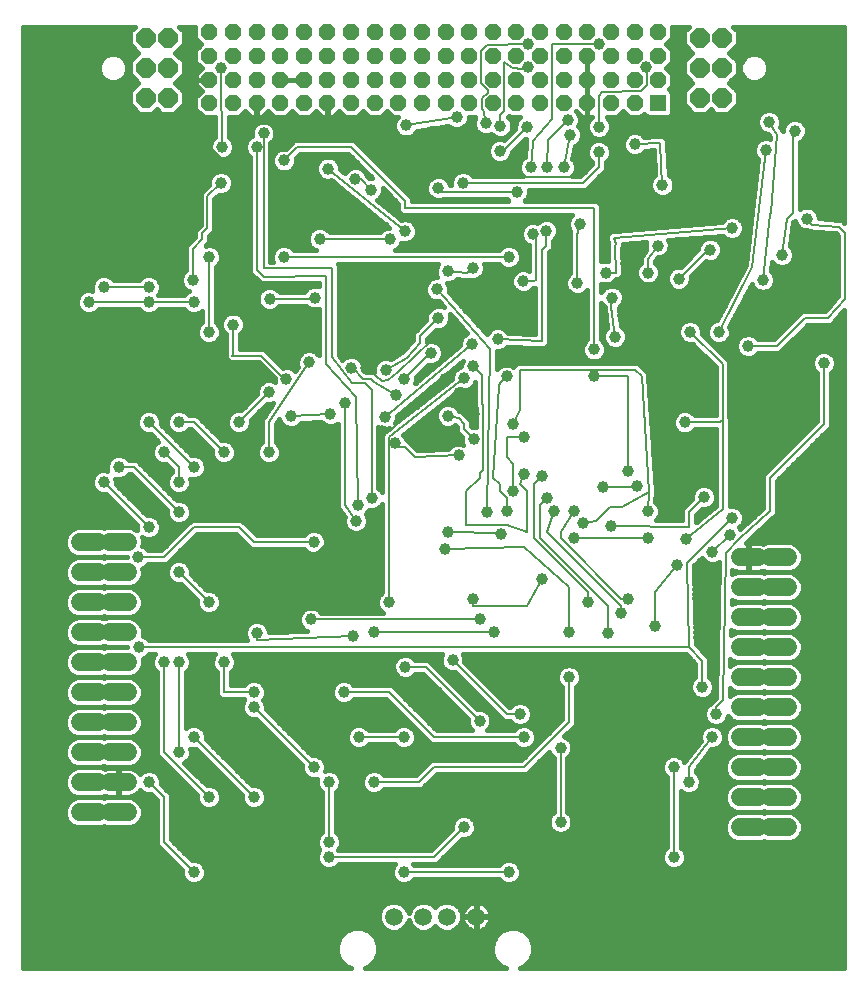
<source format=gbl>
G75*
%MOIN*%
%OFA0B0*%
%FSLAX25Y25*%
%IPPOS*%
%LPD*%
%AMOC8*
5,1,8,0,0,1.08239X$1,22.5*
%
%ADD10C,0.06000*%
%ADD11OC8,0.06496*%
%ADD12R,0.05386X0.05386*%
%ADD13OC8,0.05386*%
%ADD14C,0.05937*%
%ADD15C,0.03962*%
%ADD16C,0.00600*%
%ADD17C,0.01600*%
D10*
X0042000Y0090950D02*
X0048000Y0090950D01*
X0052000Y0090950D02*
X0058000Y0090950D01*
X0058000Y0100950D02*
X0052000Y0100950D01*
X0048000Y0100950D02*
X0042000Y0100950D01*
X0042000Y0110950D02*
X0048000Y0110950D01*
X0052000Y0110950D02*
X0058000Y0110950D01*
X0058000Y0120950D02*
X0052000Y0120950D01*
X0048000Y0120950D02*
X0042000Y0120950D01*
X0042000Y0130950D02*
X0048000Y0130950D01*
X0052000Y0130950D02*
X0058000Y0130950D01*
X0058000Y0140950D02*
X0052000Y0140950D01*
X0048000Y0140950D02*
X0042000Y0140950D01*
X0042000Y0150950D02*
X0048000Y0150950D01*
X0052000Y0150950D02*
X0058000Y0150950D01*
X0058000Y0160950D02*
X0052000Y0160950D01*
X0048000Y0160950D02*
X0042000Y0160950D01*
X0042000Y0170950D02*
X0048000Y0170950D01*
X0052000Y0170950D02*
X0058000Y0170950D01*
X0058000Y0180950D02*
X0052000Y0180950D01*
X0048000Y0180950D02*
X0042000Y0180950D01*
X0262000Y0175950D02*
X0268000Y0175950D01*
X0272000Y0175950D02*
X0278000Y0175950D01*
X0278000Y0165950D02*
X0272000Y0165950D01*
X0268000Y0165950D02*
X0262000Y0165950D01*
X0262000Y0155950D02*
X0268000Y0155950D01*
X0272000Y0155950D02*
X0278000Y0155950D01*
X0278000Y0145950D02*
X0272000Y0145950D01*
X0268000Y0145950D02*
X0262000Y0145950D01*
X0262000Y0135950D02*
X0268000Y0135950D01*
X0272000Y0135950D02*
X0278000Y0135950D01*
X0278000Y0125950D02*
X0272000Y0125950D01*
X0268000Y0125950D02*
X0262000Y0125950D01*
X0262000Y0115950D02*
X0268000Y0115950D01*
X0272000Y0115950D02*
X0278000Y0115950D01*
X0278000Y0105950D02*
X0272000Y0105950D01*
X0268000Y0105950D02*
X0262000Y0105950D01*
X0262000Y0095950D02*
X0268000Y0095950D01*
X0272000Y0095950D02*
X0278000Y0095950D01*
X0278000Y0085950D02*
X0272000Y0085950D01*
X0268000Y0085950D02*
X0262000Y0085950D01*
D11*
X0256004Y0329056D03*
X0256004Y0339056D03*
X0248602Y0339056D03*
X0248602Y0329056D03*
X0248602Y0349056D03*
X0256004Y0349056D03*
X0071398Y0349060D03*
X0063996Y0349060D03*
X0063996Y0339060D03*
X0063996Y0329060D03*
X0071398Y0329060D03*
X0071398Y0339060D03*
D12*
X0234803Y0327249D03*
D13*
X0234803Y0335123D03*
X0226929Y0335123D03*
X0226929Y0327249D03*
X0219055Y0327249D03*
X0219055Y0335123D03*
X0211181Y0335123D03*
X0211181Y0327249D03*
X0203307Y0327249D03*
X0195433Y0327249D03*
X0195433Y0335123D03*
X0203307Y0335123D03*
X0203307Y0342997D03*
X0195433Y0342997D03*
X0195433Y0350871D03*
X0203307Y0350871D03*
X0211181Y0350871D03*
X0211181Y0342997D03*
X0219055Y0342997D03*
X0226929Y0342997D03*
X0226929Y0350871D03*
X0219055Y0350871D03*
X0234803Y0350871D03*
X0234803Y0342997D03*
X0187559Y0342997D03*
X0179685Y0342997D03*
X0179685Y0350871D03*
X0187559Y0350871D03*
X0187559Y0335123D03*
X0187559Y0327249D03*
X0179685Y0327249D03*
X0179685Y0335123D03*
X0171811Y0335123D03*
X0171811Y0327249D03*
X0163937Y0327249D03*
X0163937Y0335123D03*
X0156063Y0335123D03*
X0156063Y0327249D03*
X0148189Y0327249D03*
X0148189Y0335123D03*
X0140315Y0335123D03*
X0140315Y0327249D03*
X0132441Y0327249D03*
X0132441Y0335123D03*
X0124567Y0335123D03*
X0124567Y0327249D03*
X0116693Y0327249D03*
X0108819Y0327249D03*
X0108819Y0335123D03*
X0116693Y0335123D03*
X0116693Y0342997D03*
X0124567Y0342997D03*
X0124567Y0350871D03*
X0116693Y0350871D03*
X0108819Y0350871D03*
X0108819Y0342997D03*
X0100945Y0342997D03*
X0093071Y0342997D03*
X0093071Y0350871D03*
X0100945Y0350871D03*
X0100945Y0335123D03*
X0100945Y0327249D03*
X0093071Y0327249D03*
X0093071Y0335123D03*
X0085197Y0335123D03*
X0085197Y0327249D03*
X0085197Y0342997D03*
X0085197Y0350871D03*
X0132441Y0350871D03*
X0132441Y0342997D03*
X0140315Y0342997D03*
X0140315Y0350871D03*
X0148189Y0350871D03*
X0148189Y0342997D03*
X0156063Y0342997D03*
X0156063Y0350871D03*
X0163937Y0350871D03*
X0163937Y0342997D03*
X0171811Y0342997D03*
X0171811Y0350871D03*
D14*
X0174230Y0056142D03*
X0164387Y0056142D03*
X0156513Y0056142D03*
X0146670Y0056142D03*
D15*
X0135000Y0065950D03*
X0125000Y0075950D03*
X0125000Y0080950D03*
X0125000Y0100950D03*
X0120000Y0105950D03*
X0135000Y0115950D03*
X0150000Y0115950D03*
X0140000Y0100950D03*
X0130000Y0130950D03*
X0133175Y0149575D03*
X0140000Y0150950D03*
X0145000Y0160950D03*
X0150500Y0139450D03*
X0166250Y0141700D03*
X0175250Y0155200D03*
X0173000Y0161950D03*
X0180000Y0150950D03*
X0195950Y0168700D03*
X0206750Y0182200D03*
X0209675Y0187375D03*
X0206750Y0191200D03*
X0200000Y0191200D03*
X0197750Y0195700D03*
X0195950Y0202900D03*
X0190100Y0203800D03*
X0186500Y0197950D03*
X0184250Y0191200D03*
X0177750Y0190950D03*
X0182450Y0183550D03*
X0164900Y0184450D03*
X0163875Y0178700D03*
X0139250Y0195700D03*
X0134750Y0193450D03*
X0134075Y0188050D03*
X0128000Y0184450D03*
X0120000Y0180950D03*
X0119000Y0155200D03*
X0101000Y0150700D03*
X0090000Y0140950D03*
X0085250Y0141700D03*
X0075000Y0140950D03*
X0070000Y0140950D03*
X0061800Y0145950D03*
X0085250Y0155200D03*
X0085000Y0160950D03*
X0075000Y0170950D03*
X0061575Y0175950D03*
X0065000Y0185950D03*
X0075000Y0190950D03*
X0075000Y0200950D03*
X0080000Y0205950D03*
X0090000Y0210950D03*
X0095000Y0220950D03*
X0105000Y0230950D03*
X0110900Y0235300D03*
X0113150Y0240025D03*
X0118425Y0240900D03*
X0112250Y0249025D03*
X0105275Y0262075D03*
X0110000Y0275950D03*
X0108875Y0281200D03*
X0121925Y0282100D03*
X0130025Y0285925D03*
X0139025Y0298525D03*
X0133850Y0302125D03*
X0124775Y0305500D03*
X0134075Y0315625D03*
X0142400Y0315850D03*
X0150725Y0319900D03*
X0167600Y0322600D03*
X0177275Y0320575D03*
X0182225Y0319675D03*
X0182000Y0311350D03*
X0191225Y0319450D03*
X0192350Y0305950D03*
X0197750Y0305950D03*
X0203375Y0305950D03*
X0205400Y0316750D03*
X0204725Y0321700D03*
X0211475Y0315850D03*
X0215075Y0319450D03*
X0215000Y0310950D03*
X0227000Y0313600D03*
X0236225Y0300100D03*
X0234650Y0279850D03*
X0231500Y0270850D03*
X0241625Y0268825D03*
X0252200Y0278500D03*
X0257375Y0270400D03*
X0269750Y0268375D03*
X0276050Y0276700D03*
X0284375Y0288850D03*
X0270725Y0311625D03*
X0271775Y0321025D03*
X0280325Y0318100D03*
X0259400Y0285700D03*
X0255000Y0250950D03*
X0245450Y0251050D03*
X0236450Y0238675D03*
X0240500Y0227200D03*
X0243650Y0220900D03*
X0227675Y0199750D03*
X0224750Y0204700D03*
X0216425Y0199300D03*
X0219100Y0186400D03*
X0231275Y0191200D03*
X0231500Y0182200D03*
X0241175Y0173425D03*
X0244100Y0181975D03*
X0252875Y0177700D03*
X0258725Y0183325D03*
X0259325Y0189100D03*
X0250000Y0195950D03*
X0240500Y0193450D03*
X0224750Y0161950D03*
X0222500Y0157450D03*
X0218000Y0150700D03*
X0211475Y0161050D03*
X0205000Y0150950D03*
X0205000Y0135950D03*
X0190000Y0115950D03*
X0188750Y0123700D03*
X0175250Y0121450D03*
X0202250Y0112450D03*
X0202250Y0087700D03*
X0185000Y0070950D03*
X0175000Y0065950D03*
X0170000Y0085950D03*
X0150000Y0070950D03*
X0100000Y0095950D03*
X0085000Y0095950D03*
X0075000Y0110950D03*
X0080000Y0115950D03*
X0086375Y0116275D03*
X0100000Y0125950D03*
X0100000Y0130950D03*
X0065000Y0100950D03*
X0065000Y0080950D03*
X0080000Y0070950D03*
X0080000Y0055950D03*
X0050000Y0200950D03*
X0055000Y0205950D03*
X0070000Y0210950D03*
X0065000Y0220950D03*
X0075000Y0220950D03*
X0085000Y0250950D03*
X0080000Y0260950D03*
X0079625Y0268375D03*
X0085000Y0275950D03*
X0071750Y0285700D03*
X0065000Y0265950D03*
X0065000Y0260950D03*
X0050000Y0265950D03*
X0045000Y0260950D03*
X0089075Y0300775D03*
X0093575Y0304375D03*
X0089525Y0312700D03*
X0083000Y0314950D03*
X0101000Y0312700D03*
X0103250Y0317200D03*
X0110000Y0308200D03*
X0109100Y0301225D03*
X0124175Y0319675D03*
X0150400Y0284600D03*
X0145325Y0281875D03*
X0161125Y0265225D03*
X0164675Y0271300D03*
X0173000Y0272425D03*
X0185000Y0275950D03*
X0189875Y0267925D03*
X0193025Y0283675D03*
X0197525Y0284800D03*
X0187625Y0297625D03*
X0169775Y0300725D03*
X0161525Y0298975D03*
X0191450Y0339250D03*
X0191450Y0346900D03*
X0215075Y0346900D03*
X0230825Y0339250D03*
X0208775Y0287050D03*
X0217325Y0270850D03*
X0219350Y0262525D03*
X0207875Y0267250D03*
X0220475Y0249475D03*
X0213500Y0245200D03*
X0213500Y0236200D03*
X0190100Y0215950D03*
X0186500Y0220450D03*
X0173450Y0223600D03*
X0173450Y0215275D03*
X0168275Y0209875D03*
X0164675Y0223150D03*
X0168500Y0230575D03*
X0170175Y0235725D03*
X0173225Y0239575D03*
X0172775Y0247000D03*
X0165800Y0245650D03*
X0159050Y0244075D03*
X0163775Y0235300D03*
X0150050Y0235300D03*
X0147350Y0229900D03*
X0143750Y0222700D03*
X0142850Y0217975D03*
X0147125Y0213925D03*
X0130250Y0227200D03*
X0125525Y0223600D03*
X0112475Y0222925D03*
X0105000Y0210950D03*
X0132500Y0239125D03*
X0137450Y0238900D03*
X0143975Y0238450D03*
X0161525Y0255775D03*
X0181325Y0248575D03*
X0184250Y0236200D03*
X0120350Y0262525D03*
X0093125Y0253525D03*
X0089075Y0339025D03*
X0233750Y0152950D03*
X0249500Y0132700D03*
X0254000Y0123700D03*
X0252750Y0115950D03*
X0240000Y0105950D03*
X0245000Y0100950D03*
X0240000Y0075950D03*
X0290000Y0240700D03*
X0264800Y0246325D03*
D16*
X0274250Y0246325D01*
X0283700Y0255775D01*
X0291575Y0255775D01*
X0296975Y0262075D01*
X0296975Y0284125D01*
X0294950Y0286150D01*
X0285950Y0286825D01*
X0284375Y0288850D01*
X0279650Y0290650D02*
X0279650Y0317425D01*
X0280325Y0318100D01*
X0274475Y0316750D02*
X0271775Y0321025D01*
X0274475Y0316750D02*
X0272450Y0290650D01*
X0272225Y0290200D01*
X0269750Y0268375D01*
X0266225Y0272750D02*
X0270725Y0311625D01*
X0279650Y0290650D02*
X0277625Y0288625D01*
X0276050Y0276700D01*
X0266225Y0272750D02*
X0255000Y0250950D01*
X0251525Y0257125D02*
X0246350Y0257125D01*
X0239375Y0250150D01*
X0239375Y0241600D01*
X0236450Y0238675D01*
X0229250Y0236200D02*
X0227000Y0238450D01*
X0188750Y0238450D01*
X0188750Y0224950D01*
X0186500Y0220450D01*
X0184250Y0215950D02*
X0190100Y0215950D01*
X0184250Y0215950D02*
X0184250Y0209200D01*
X0186500Y0206950D01*
X0186500Y0197950D01*
X0188750Y0200200D02*
X0191000Y0197950D01*
X0191000Y0184450D01*
X0184250Y0186700D01*
X0170750Y0186700D01*
X0170750Y0197950D01*
X0175250Y0202450D01*
X0175250Y0204025D01*
X0176375Y0205150D01*
X0176375Y0226750D01*
X0176150Y0226975D01*
X0176150Y0236650D01*
X0173225Y0239575D01*
X0170175Y0235725D02*
X0145000Y0215950D01*
X0145000Y0160950D01*
X0140000Y0150950D02*
X0180000Y0150950D01*
X0175250Y0155200D02*
X0119000Y0155200D01*
X0133175Y0149575D02*
X0101000Y0148450D01*
X0101000Y0150700D01*
X0096500Y0155200D02*
X0101000Y0159700D01*
X0101000Y0166450D01*
X0107750Y0173200D01*
X0116750Y0173200D01*
X0128000Y0184450D01*
X0134075Y0188050D02*
X0130250Y0193450D01*
X0130250Y0227200D01*
X0134075Y0229225D02*
X0123950Y0240475D01*
X0123950Y0269725D01*
X0103250Y0269500D01*
X0101000Y0271750D01*
X0101000Y0312700D01*
X0103250Y0317200D02*
X0103250Y0272200D01*
X0126200Y0272200D01*
X0125975Y0242725D01*
X0132725Y0233950D01*
X0137000Y0233950D01*
X0139250Y0231700D01*
X0139250Y0195700D01*
X0134750Y0193450D02*
X0134075Y0229225D01*
X0136325Y0235300D02*
X0139025Y0235300D01*
X0139925Y0234400D01*
X0147350Y0229900D01*
X0144875Y0235075D02*
X0148025Y0237775D01*
X0159275Y0248350D01*
X0159950Y0248350D01*
X0165800Y0245650D01*
X0159050Y0244075D02*
X0158825Y0244075D01*
X0150050Y0235300D01*
X0144875Y0235075D02*
X0142850Y0234850D01*
X0137450Y0238900D01*
X0136325Y0235300D02*
X0132950Y0238900D01*
X0132500Y0239125D01*
X0143975Y0238450D02*
X0150950Y0242500D01*
X0155450Y0247450D01*
X0155450Y0249700D01*
X0161525Y0255775D01*
X0161125Y0265225D02*
X0178875Y0245450D01*
X0177750Y0190950D01*
X0184250Y0191200D02*
X0184250Y0195700D01*
X0182000Y0197950D01*
X0182000Y0200200D01*
X0179750Y0202450D01*
X0181775Y0233050D01*
X0182000Y0233950D01*
X0184250Y0236200D01*
X0181325Y0248575D02*
X0196175Y0248125D01*
X0196175Y0278500D01*
X0197300Y0279625D01*
X0197300Y0284575D01*
X0197525Y0284800D01*
X0193925Y0282775D02*
X0193025Y0283675D01*
X0193925Y0282775D02*
X0193925Y0268375D01*
X0193475Y0267925D01*
X0189875Y0267925D01*
X0185000Y0275950D02*
X0110000Y0275950D01*
X0108875Y0281200D02*
X0108875Y0287275D01*
X0109325Y0287725D01*
X0109325Y0288625D01*
X0112025Y0285925D01*
X0130025Y0285925D01*
X0121925Y0282100D02*
X0145100Y0282100D01*
X0145325Y0281875D01*
X0150400Y0284600D02*
X0124775Y0305500D01*
X0133850Y0302125D02*
X0135650Y0301900D01*
X0139025Y0298525D01*
X0150500Y0294700D02*
X0132500Y0312700D01*
X0114500Y0312700D01*
X0110000Y0308200D01*
X0109100Y0301225D02*
X0109325Y0301000D01*
X0109325Y0288625D01*
X0093575Y0304375D02*
X0089750Y0308200D01*
X0083000Y0314950D01*
X0089525Y0312700D02*
X0089075Y0336775D01*
X0089075Y0339025D01*
X0089750Y0308200D02*
X0080750Y0299200D01*
X0080750Y0285700D01*
X0071750Y0285700D01*
X0079625Y0278725D02*
X0082775Y0281875D01*
X0082775Y0283900D01*
X0084575Y0285700D01*
X0084575Y0296275D01*
X0089075Y0300775D01*
X0079625Y0278725D02*
X0079625Y0268375D01*
X0080000Y0260950D02*
X0065000Y0260950D01*
X0045000Y0260950D01*
X0050000Y0265950D02*
X0065000Y0265950D01*
X0085000Y0275950D02*
X0085000Y0250950D01*
X0093125Y0253525D02*
X0093125Y0243400D01*
X0092900Y0243175D01*
X0102575Y0243175D01*
X0110225Y0235525D01*
X0110675Y0235525D01*
X0110900Y0235300D01*
X0113600Y0238900D02*
X0112250Y0240250D01*
X0112250Y0249025D01*
X0113150Y0240025D02*
X0113600Y0238900D01*
X0118425Y0240900D02*
X0105000Y0220950D01*
X0105000Y0210950D01*
X0112475Y0222925D02*
X0125525Y0223600D01*
X0142850Y0217975D02*
X0145550Y0217975D01*
X0159275Y0231700D01*
X0159275Y0232375D01*
X0163775Y0235300D01*
X0168500Y0230575D02*
X0166925Y0227425D01*
X0166700Y0226075D01*
X0167825Y0225400D01*
X0170525Y0224050D01*
X0173450Y0223600D01*
X0170075Y0220450D02*
X0170075Y0218650D01*
X0173450Y0215275D01*
X0170075Y0220450D02*
X0168275Y0222250D01*
X0164675Y0223150D01*
X0168275Y0209875D02*
X0153650Y0209200D01*
X0150275Y0212575D01*
X0148475Y0212575D01*
X0147125Y0213925D01*
X0143750Y0222700D02*
X0145550Y0224050D01*
X0172775Y0247000D01*
X0171200Y0270625D02*
X0164675Y0271300D01*
X0171200Y0270625D02*
X0173000Y0272425D01*
X0162875Y0297625D02*
X0161525Y0298975D01*
X0162875Y0297625D02*
X0187625Y0297625D01*
X0187400Y0302575D02*
X0184025Y0305950D01*
X0175025Y0305950D01*
X0168500Y0312475D01*
X0162200Y0312475D01*
X0158825Y0315850D01*
X0142400Y0315850D01*
X0134075Y0315625D02*
X0131600Y0319675D01*
X0124175Y0319675D01*
X0150725Y0319900D02*
X0163775Y0321925D01*
X0167600Y0322600D01*
X0175925Y0325300D02*
X0175925Y0329125D01*
X0177950Y0330700D01*
X0177950Y0331600D01*
X0175700Y0334075D01*
X0175700Y0344650D01*
X0177725Y0346675D01*
X0191450Y0346900D01*
X0191450Y0339250D02*
X0189425Y0338800D01*
X0186275Y0339025D01*
X0183800Y0340825D01*
X0183575Y0341050D01*
X0183575Y0324625D01*
X0182000Y0323275D01*
X0182225Y0319675D01*
X0177275Y0320575D02*
X0176375Y0325300D01*
X0175925Y0325300D01*
X0182000Y0311350D02*
X0183125Y0311350D01*
X0191225Y0319450D01*
X0193025Y0314725D02*
X0199550Y0321925D01*
X0199325Y0324625D01*
X0199325Y0347125D01*
X0215075Y0346900D01*
X0215975Y0331150D02*
X0229025Y0331375D01*
X0231050Y0333400D01*
X0231050Y0338350D01*
X0230825Y0339250D01*
X0215975Y0331150D02*
X0215075Y0329575D01*
X0215075Y0319450D01*
X0211475Y0315850D02*
X0209225Y0313600D01*
X0209225Y0303025D01*
X0208775Y0302575D01*
X0187400Y0302575D01*
X0192350Y0305950D02*
X0193025Y0314050D01*
X0193025Y0314725D01*
X0198200Y0314950D02*
X0204725Y0321700D01*
X0205400Y0316750D02*
X0203375Y0305950D01*
X0197750Y0305950D02*
X0198200Y0314950D01*
X0209775Y0300725D02*
X0215000Y0305950D01*
X0215000Y0310950D01*
X0209775Y0300725D02*
X0169775Y0300725D01*
X0150500Y0294700D02*
X0150500Y0292450D01*
X0213500Y0292450D01*
X0213500Y0245200D01*
X0220475Y0249475D02*
X0218900Y0262075D01*
X0219350Y0262525D01*
X0220700Y0270850D02*
X0217325Y0270850D01*
X0220700Y0270850D02*
X0220250Y0279850D01*
X0220700Y0280300D01*
X0220025Y0282325D01*
X0259400Y0285700D01*
X0252200Y0278500D02*
X0251300Y0278500D01*
X0241625Y0268825D01*
X0231500Y0270850D02*
X0231500Y0275350D01*
X0234650Y0279850D01*
X0236225Y0300100D02*
X0235550Y0314050D01*
X0227000Y0313600D01*
X0208775Y0287050D02*
X0208100Y0286375D01*
X0208100Y0284125D01*
X0207875Y0283900D01*
X0207875Y0267250D01*
X0213500Y0236200D02*
X0224750Y0236200D01*
X0224750Y0204700D01*
X0226550Y0199300D02*
X0227675Y0199750D01*
X0226550Y0199300D02*
X0216425Y0199300D01*
X0218675Y0192550D02*
X0222725Y0192550D01*
X0231725Y0197725D01*
X0229250Y0236200D01*
X0240500Y0227200D02*
X0240500Y0193450D01*
X0245000Y0190950D02*
X0250000Y0195950D01*
X0245000Y0190950D02*
X0245000Y0185950D01*
X0219100Y0186400D01*
X0214175Y0188050D02*
X0218675Y0192550D01*
X0214175Y0188050D02*
X0209675Y0187375D01*
X0206750Y0191200D02*
X0202250Y0184450D01*
X0202250Y0182200D01*
X0222500Y0161950D01*
X0224750Y0161950D01*
X0222500Y0159700D02*
X0222500Y0157450D01*
X0222500Y0159700D02*
X0197750Y0184450D01*
X0200000Y0191200D01*
X0195500Y0193450D02*
X0197750Y0195700D01*
X0195500Y0193450D02*
X0195500Y0182200D01*
X0218000Y0159700D01*
X0218000Y0150700D01*
X0211475Y0161050D02*
X0211250Y0164200D01*
X0193250Y0182200D01*
X0193250Y0200200D01*
X0195950Y0202900D01*
X0190100Y0203800D02*
X0188750Y0200200D01*
X0182450Y0184000D02*
X0182450Y0183550D01*
X0182450Y0184000D02*
X0164900Y0184450D01*
X0163875Y0178700D02*
X0190225Y0179375D01*
X0205000Y0165950D01*
X0205000Y0150950D01*
X0205000Y0135950D02*
X0205000Y0120950D01*
X0190000Y0105950D01*
X0160000Y0105950D01*
X0155000Y0100950D01*
X0140000Y0100950D01*
X0125000Y0100950D02*
X0125000Y0080950D01*
X0125000Y0075950D02*
X0160000Y0075950D01*
X0170000Y0085950D01*
X0185000Y0070950D02*
X0150000Y0070950D01*
X0135000Y0065950D02*
X0175000Y0065950D01*
X0202250Y0087700D02*
X0202250Y0112450D01*
X0190000Y0115950D02*
X0160000Y0115950D01*
X0145000Y0130950D01*
X0130000Y0130950D01*
X0135000Y0115950D02*
X0150000Y0115950D01*
X0150500Y0139450D02*
X0157250Y0139450D01*
X0175250Y0121450D01*
X0184250Y0123700D02*
X0166250Y0141700D01*
X0173000Y0159700D02*
X0191000Y0159700D01*
X0195950Y0168700D01*
X0206750Y0182200D02*
X0231500Y0182200D01*
X0231275Y0191200D02*
X0231725Y0197725D01*
X0244100Y0181975D02*
X0256475Y0192100D01*
X0256475Y0221575D01*
X0256250Y0221800D01*
X0255575Y0221125D01*
X0243650Y0220900D01*
X0256250Y0221800D02*
X0256250Y0240250D01*
X0245450Y0251050D01*
X0251525Y0257125D02*
X0257375Y0262975D01*
X0257375Y0270400D01*
X0290000Y0240700D02*
X0290000Y0220450D01*
X0272000Y0202450D01*
X0272000Y0191200D01*
X0261875Y0181975D01*
X0257375Y0177250D01*
X0256250Y0128200D01*
X0254000Y0125950D01*
X0254000Y0123700D01*
X0252750Y0115950D02*
X0245000Y0105950D01*
X0245000Y0100950D01*
X0240000Y0105950D02*
X0240000Y0075950D01*
X0249500Y0132700D02*
X0249500Y0141450D01*
X0245000Y0145950D01*
X0244325Y0174100D01*
X0259325Y0189100D01*
X0258725Y0183325D02*
X0252875Y0177700D01*
X0241175Y0173425D02*
X0233750Y0164200D01*
X0233750Y0152950D01*
X0245000Y0145950D02*
X0061800Y0145950D01*
X0070000Y0140950D02*
X0070000Y0110950D01*
X0085000Y0095950D01*
X0075000Y0110950D02*
X0075000Y0140950D01*
X0085250Y0141700D02*
X0086375Y0116275D01*
X0080000Y0115950D02*
X0100000Y0095950D01*
X0120000Y0105950D02*
X0100000Y0125950D01*
X0100000Y0130950D02*
X0090000Y0130950D01*
X0090000Y0140950D01*
X0085250Y0155200D02*
X0096500Y0155200D01*
X0085000Y0160950D02*
X0075000Y0170950D01*
X0070000Y0175950D02*
X0080000Y0185950D01*
X0095000Y0185950D01*
X0100000Y0180950D01*
X0120000Y0180950D01*
X0090000Y0210950D02*
X0080000Y0220950D01*
X0075000Y0220950D01*
X0070000Y0210950D02*
X0075000Y0205950D01*
X0075000Y0200950D01*
X0080000Y0205950D02*
X0065000Y0220950D01*
X0060000Y0205950D02*
X0055000Y0205950D01*
X0060000Y0205950D02*
X0075000Y0190950D01*
X0065000Y0185950D02*
X0050000Y0200950D01*
X0061575Y0175950D02*
X0070000Y0175950D01*
X0095000Y0220950D02*
X0105000Y0230950D01*
X0105275Y0262075D02*
X0119900Y0262075D01*
X0120350Y0262525D01*
X0173000Y0161950D02*
X0173000Y0159700D01*
X0184250Y0123700D02*
X0188750Y0123700D01*
X0080000Y0070950D02*
X0070000Y0080950D01*
X0070000Y0095950D01*
X0065000Y0100950D01*
X0065000Y0080950D02*
X0065000Y0070950D01*
X0080000Y0055950D01*
D17*
X0023100Y0039050D02*
X0023100Y0352850D01*
X0060364Y0352850D01*
X0058748Y0351234D01*
X0058748Y0346886D01*
X0061574Y0344060D01*
X0058748Y0341234D01*
X0058748Y0336886D01*
X0061574Y0334060D01*
X0058748Y0331234D01*
X0058748Y0326886D01*
X0061822Y0323812D01*
X0066170Y0323812D01*
X0067697Y0325339D01*
X0069224Y0323812D01*
X0073571Y0323812D01*
X0076646Y0326886D01*
X0076646Y0331234D01*
X0073819Y0334060D01*
X0076646Y0336886D01*
X0076646Y0341234D01*
X0073819Y0344060D01*
X0076646Y0346886D01*
X0076646Y0351234D01*
X0075030Y0352850D01*
X0080539Y0352850D01*
X0080504Y0352815D01*
X0080504Y0348927D01*
X0082497Y0346934D01*
X0080504Y0344941D01*
X0080504Y0341053D01*
X0082639Y0338919D01*
X0080704Y0336984D01*
X0080704Y0335170D01*
X0085150Y0335170D01*
X0085150Y0335077D01*
X0080704Y0335077D01*
X0080704Y0333262D01*
X0082639Y0331328D01*
X0080504Y0329193D01*
X0080504Y0325305D01*
X0083253Y0322556D01*
X0087040Y0322556D01*
X0087164Y0315969D01*
X0086150Y0314955D01*
X0085544Y0313492D01*
X0085544Y0311908D01*
X0086150Y0310445D01*
X0087270Y0309325D01*
X0088733Y0308719D01*
X0090317Y0308719D01*
X0091780Y0309325D01*
X0092900Y0310445D01*
X0093506Y0311908D01*
X0093506Y0313492D01*
X0092900Y0314955D01*
X0091780Y0316075D01*
X0091762Y0316082D01*
X0091641Y0322556D01*
X0095015Y0322556D01*
X0097149Y0324691D01*
X0099084Y0322756D01*
X0100898Y0322756D01*
X0100898Y0327203D01*
X0100991Y0327203D01*
X0100991Y0322756D01*
X0102806Y0322756D01*
X0104740Y0324691D01*
X0106875Y0322556D01*
X0110763Y0322556D01*
X0112756Y0324549D01*
X0114749Y0322556D01*
X0118637Y0322556D01*
X0120771Y0324691D01*
X0122706Y0322756D01*
X0124520Y0322756D01*
X0124520Y0327203D01*
X0124613Y0327203D01*
X0124613Y0322756D01*
X0126428Y0322756D01*
X0128363Y0324691D01*
X0130497Y0322556D01*
X0134385Y0322556D01*
X0136378Y0324549D01*
X0138371Y0322556D01*
X0142259Y0322556D01*
X0144393Y0324691D01*
X0146328Y0322756D01*
X0147951Y0322756D01*
X0147350Y0322155D01*
X0146744Y0320692D01*
X0146744Y0319108D01*
X0147350Y0317645D01*
X0148470Y0316525D01*
X0149933Y0315919D01*
X0151517Y0315919D01*
X0152980Y0316525D01*
X0154100Y0317645D01*
X0154300Y0318127D01*
X0163214Y0319510D01*
X0163237Y0319494D01*
X0164151Y0319656D01*
X0164812Y0319758D01*
X0165345Y0319225D01*
X0166808Y0318619D01*
X0168392Y0318619D01*
X0169855Y0319225D01*
X0170975Y0320345D01*
X0171581Y0321808D01*
X0171581Y0322556D01*
X0173755Y0322556D01*
X0173809Y0322610D01*
X0173294Y0321367D01*
X0173294Y0319783D01*
X0173900Y0318320D01*
X0175020Y0317200D01*
X0176483Y0316594D01*
X0178067Y0316594D01*
X0179205Y0317065D01*
X0179970Y0316300D01*
X0181433Y0315694D01*
X0183017Y0315694D01*
X0184480Y0316300D01*
X0185600Y0317420D01*
X0186206Y0318883D01*
X0186206Y0320467D01*
X0185600Y0321930D01*
X0184866Y0322664D01*
X0185139Y0322936D01*
X0185191Y0322981D01*
X0185615Y0322556D01*
X0188701Y0322556D01*
X0187850Y0321705D01*
X0187244Y0320242D01*
X0187244Y0318722D01*
X0183542Y0315020D01*
X0182792Y0315331D01*
X0181208Y0315331D01*
X0179745Y0314725D01*
X0178625Y0313605D01*
X0178019Y0312142D01*
X0178019Y0310558D01*
X0178625Y0309095D01*
X0179745Y0307975D01*
X0181208Y0307369D01*
X0182792Y0307369D01*
X0184255Y0307975D01*
X0185375Y0309095D01*
X0185981Y0310558D01*
X0185981Y0310953D01*
X0190497Y0315469D01*
X0190686Y0315469D01*
X0190725Y0314668D01*
X0190725Y0314146D01*
X0190331Y0309423D01*
X0190095Y0309325D01*
X0188975Y0308205D01*
X0188369Y0306742D01*
X0188369Y0305158D01*
X0188975Y0303695D01*
X0189645Y0303025D01*
X0173105Y0303025D01*
X0172030Y0304100D01*
X0170567Y0304706D01*
X0168983Y0304706D01*
X0167520Y0304100D01*
X0166400Y0302980D01*
X0165794Y0301517D01*
X0165794Y0299933D01*
X0165797Y0299925D01*
X0165441Y0299925D01*
X0164900Y0301230D01*
X0163780Y0302350D01*
X0162317Y0302956D01*
X0160733Y0302956D01*
X0159270Y0302350D01*
X0158150Y0301230D01*
X0157544Y0299767D01*
X0157544Y0298183D01*
X0158150Y0296720D01*
X0159270Y0295600D01*
X0160733Y0294994D01*
X0162317Y0294994D01*
X0163116Y0295325D01*
X0184295Y0295325D01*
X0184870Y0294750D01*
X0152800Y0294750D01*
X0152800Y0295653D01*
X0134800Y0313653D01*
X0133453Y0315000D01*
X0113547Y0315000D01*
X0110728Y0312181D01*
X0109208Y0312181D01*
X0107745Y0311575D01*
X0106625Y0310455D01*
X0106019Y0308992D01*
X0106019Y0307408D01*
X0106625Y0305945D01*
X0107745Y0304825D01*
X0109208Y0304219D01*
X0110792Y0304219D01*
X0112255Y0304825D01*
X0113375Y0305945D01*
X0113981Y0307408D01*
X0113981Y0308928D01*
X0115453Y0310400D01*
X0131547Y0310400D01*
X0139441Y0302506D01*
X0138297Y0302506D01*
X0137792Y0303010D01*
X0137225Y0304380D01*
X0136105Y0305500D01*
X0134642Y0306106D01*
X0133058Y0306106D01*
X0131595Y0305500D01*
X0130475Y0304380D01*
X0130301Y0303961D01*
X0128756Y0305221D01*
X0128756Y0306292D01*
X0128150Y0307755D01*
X0127030Y0308875D01*
X0125567Y0309481D01*
X0123983Y0309481D01*
X0122520Y0308875D01*
X0121400Y0307755D01*
X0120794Y0306292D01*
X0120794Y0304708D01*
X0121400Y0303245D01*
X0122520Y0302125D01*
X0123983Y0301519D01*
X0125567Y0301519D01*
X0125865Y0301643D01*
X0145221Y0285856D01*
X0144533Y0285856D01*
X0143070Y0285250D01*
X0142220Y0284400D01*
X0125255Y0284400D01*
X0124180Y0285475D01*
X0122717Y0286081D01*
X0121133Y0286081D01*
X0119670Y0285475D01*
X0118550Y0284355D01*
X0117944Y0282892D01*
X0117944Y0281308D01*
X0118550Y0279845D01*
X0119670Y0278725D01*
X0120817Y0278250D01*
X0113330Y0278250D01*
X0112255Y0279325D01*
X0110792Y0279931D01*
X0109208Y0279931D01*
X0107745Y0279325D01*
X0106625Y0278205D01*
X0106019Y0276742D01*
X0106019Y0275158D01*
X0106291Y0274500D01*
X0105550Y0274500D01*
X0105550Y0313870D01*
X0106625Y0314945D01*
X0107231Y0316408D01*
X0107231Y0317992D01*
X0106625Y0319455D01*
X0105505Y0320575D01*
X0104042Y0321181D01*
X0102458Y0321181D01*
X0100995Y0320575D01*
X0099875Y0319455D01*
X0099269Y0317992D01*
X0099269Y0316408D01*
X0099310Y0316309D01*
X0098745Y0316075D01*
X0097625Y0314955D01*
X0097019Y0313492D01*
X0097019Y0311908D01*
X0097625Y0310445D01*
X0098700Y0309370D01*
X0098700Y0270797D01*
X0100047Y0269450D01*
X0100960Y0268537D01*
X0100960Y0268522D01*
X0101633Y0267864D01*
X0102297Y0267200D01*
X0102312Y0267200D01*
X0102322Y0267190D01*
X0103263Y0267200D01*
X0104203Y0267200D01*
X0104213Y0267210D01*
X0121650Y0267400D01*
X0121650Y0266296D01*
X0121142Y0266506D01*
X0119558Y0266506D01*
X0118095Y0265900D01*
X0116975Y0264780D01*
X0116807Y0264375D01*
X0108605Y0264375D01*
X0107530Y0265450D01*
X0106067Y0266056D01*
X0104483Y0266056D01*
X0103020Y0265450D01*
X0101900Y0264330D01*
X0101294Y0262867D01*
X0101294Y0261283D01*
X0101900Y0259820D01*
X0103020Y0258700D01*
X0104483Y0258094D01*
X0106067Y0258094D01*
X0107530Y0258700D01*
X0108605Y0259775D01*
X0117470Y0259775D01*
X0118095Y0259150D01*
X0119558Y0258544D01*
X0121142Y0258544D01*
X0121650Y0258754D01*
X0121650Y0243305D01*
X0120680Y0244275D01*
X0119217Y0244881D01*
X0117633Y0244881D01*
X0116170Y0244275D01*
X0115050Y0243155D01*
X0114444Y0241692D01*
X0114444Y0240108D01*
X0114701Y0239486D01*
X0113753Y0238077D01*
X0113155Y0238675D01*
X0111692Y0239281D01*
X0110108Y0239281D01*
X0109835Y0239168D01*
X0103528Y0245475D01*
X0095425Y0245475D01*
X0095425Y0250195D01*
X0096500Y0251270D01*
X0097106Y0252733D01*
X0097106Y0254317D01*
X0096500Y0255780D01*
X0095380Y0256900D01*
X0093917Y0257506D01*
X0092333Y0257506D01*
X0090870Y0256900D01*
X0089750Y0255780D01*
X0089144Y0254317D01*
X0089144Y0252733D01*
X0089750Y0251270D01*
X0090825Y0250195D01*
X0090825Y0244353D01*
X0090600Y0244128D01*
X0090600Y0242222D01*
X0091947Y0240875D01*
X0101622Y0240875D01*
X0106919Y0235578D01*
X0106919Y0234508D01*
X0106941Y0234455D01*
X0105792Y0234931D01*
X0104208Y0234931D01*
X0102745Y0234325D01*
X0101625Y0233205D01*
X0101019Y0231742D01*
X0101019Y0230222D01*
X0095728Y0224931D01*
X0094208Y0224931D01*
X0092745Y0224325D01*
X0091625Y0223205D01*
X0091019Y0221742D01*
X0091019Y0220158D01*
X0091625Y0218695D01*
X0092745Y0217575D01*
X0094208Y0216969D01*
X0095792Y0216969D01*
X0097255Y0217575D01*
X0098375Y0218695D01*
X0098981Y0220158D01*
X0098981Y0221678D01*
X0104272Y0226969D01*
X0105792Y0226969D01*
X0106466Y0227248D01*
X0103216Y0222419D01*
X0102700Y0221903D01*
X0102700Y0221652D01*
X0102560Y0221444D01*
X0102700Y0220727D01*
X0102700Y0214280D01*
X0101625Y0213205D01*
X0101019Y0211742D01*
X0101019Y0210158D01*
X0101625Y0208695D01*
X0102745Y0207575D01*
X0104208Y0206969D01*
X0105792Y0206969D01*
X0107255Y0207575D01*
X0108375Y0208695D01*
X0108981Y0210158D01*
X0108981Y0211742D01*
X0108375Y0213205D01*
X0107300Y0214280D01*
X0107300Y0220248D01*
X0108522Y0222065D01*
X0109100Y0220670D01*
X0110220Y0219550D01*
X0111683Y0218944D01*
X0113267Y0218944D01*
X0114730Y0219550D01*
X0115850Y0220670D01*
X0115904Y0220799D01*
X0122362Y0221133D01*
X0123270Y0220225D01*
X0124733Y0219619D01*
X0126317Y0219619D01*
X0127780Y0220225D01*
X0127950Y0220395D01*
X0127950Y0193645D01*
X0127822Y0192898D01*
X0127950Y0192718D01*
X0127950Y0192497D01*
X0128486Y0191961D01*
X0130316Y0189378D01*
X0130094Y0188842D01*
X0130094Y0187258D01*
X0130700Y0185795D01*
X0131820Y0184675D01*
X0133283Y0184069D01*
X0134867Y0184069D01*
X0136330Y0184675D01*
X0137450Y0185795D01*
X0138056Y0187258D01*
X0138056Y0188842D01*
X0137450Y0190305D01*
X0137343Y0190412D01*
X0138125Y0191195D01*
X0138359Y0191760D01*
X0138458Y0191719D01*
X0140042Y0191719D01*
X0141505Y0192325D01*
X0142625Y0193445D01*
X0142700Y0193626D01*
X0142700Y0164280D01*
X0141625Y0163205D01*
X0141019Y0161742D01*
X0141019Y0160158D01*
X0141625Y0158695D01*
X0142745Y0157575D01*
X0142926Y0157500D01*
X0122330Y0157500D01*
X0121255Y0158575D01*
X0119792Y0159181D01*
X0118208Y0159181D01*
X0116745Y0158575D01*
X0115625Y0157455D01*
X0115019Y0155992D01*
X0115019Y0154408D01*
X0115625Y0152945D01*
X0116745Y0151825D01*
X0117909Y0151343D01*
X0104981Y0150891D01*
X0104981Y0151492D01*
X0104375Y0152955D01*
X0103255Y0154075D01*
X0101792Y0154681D01*
X0100208Y0154681D01*
X0098745Y0154075D01*
X0097625Y0152955D01*
X0097019Y0151492D01*
X0097019Y0149908D01*
X0097625Y0148445D01*
X0097820Y0148250D01*
X0065130Y0148250D01*
X0064055Y0149325D01*
X0062932Y0149790D01*
X0063000Y0149955D01*
X0063000Y0151945D01*
X0062239Y0153782D01*
X0060832Y0155189D01*
X0058995Y0155950D01*
X0060832Y0156711D01*
X0062239Y0158118D01*
X0063000Y0159955D01*
X0063000Y0161945D01*
X0062239Y0163782D01*
X0060832Y0165189D01*
X0058995Y0165950D01*
X0051005Y0165950D01*
X0050000Y0165534D01*
X0048995Y0165950D01*
X0041005Y0165950D01*
X0039168Y0165189D01*
X0037761Y0163782D01*
X0037000Y0161945D01*
X0037000Y0159955D01*
X0037761Y0158118D01*
X0039168Y0156711D01*
X0041005Y0155950D01*
X0048995Y0155950D01*
X0050000Y0156366D01*
X0051005Y0155950D01*
X0058995Y0155950D01*
X0051005Y0155950D01*
X0050000Y0155534D01*
X0048995Y0155950D01*
X0041005Y0155950D01*
X0039168Y0155189D01*
X0037761Y0153782D01*
X0037000Y0151945D01*
X0037000Y0149955D01*
X0037761Y0148118D01*
X0039168Y0146711D01*
X0041005Y0145950D01*
X0039168Y0145189D01*
X0037761Y0143782D01*
X0037000Y0141945D01*
X0037000Y0139955D01*
X0037761Y0138118D01*
X0039168Y0136711D01*
X0041005Y0135950D01*
X0039168Y0135189D01*
X0037761Y0133782D01*
X0037000Y0131945D01*
X0037000Y0129955D01*
X0037761Y0128118D01*
X0039168Y0126711D01*
X0041005Y0125950D01*
X0039168Y0125189D01*
X0037761Y0123782D01*
X0037000Y0121945D01*
X0037000Y0119955D01*
X0037761Y0118118D01*
X0039168Y0116711D01*
X0041005Y0115950D01*
X0039168Y0115189D01*
X0037761Y0113782D01*
X0037000Y0111945D01*
X0037000Y0109955D01*
X0037761Y0108118D01*
X0039168Y0106711D01*
X0041005Y0105950D01*
X0048995Y0105950D01*
X0050000Y0106366D01*
X0051005Y0105950D01*
X0058995Y0105950D01*
X0060832Y0106711D01*
X0062239Y0108118D01*
X0063000Y0109955D01*
X0063000Y0111945D01*
X0062239Y0113782D01*
X0060832Y0115189D01*
X0058995Y0115950D01*
X0051005Y0115950D01*
X0050000Y0115534D01*
X0048995Y0115950D01*
X0041005Y0115950D01*
X0048995Y0115950D01*
X0050000Y0116366D01*
X0051005Y0115950D01*
X0058995Y0115950D01*
X0060832Y0116711D01*
X0062239Y0118118D01*
X0063000Y0119955D01*
X0063000Y0121945D01*
X0062239Y0123782D01*
X0060832Y0125189D01*
X0058995Y0125950D01*
X0051005Y0125950D01*
X0050000Y0125534D01*
X0048995Y0125950D01*
X0041005Y0125950D01*
X0048995Y0125950D01*
X0050000Y0126366D01*
X0051005Y0125950D01*
X0058995Y0125950D01*
X0060832Y0126711D01*
X0062239Y0128118D01*
X0063000Y0129955D01*
X0063000Y0131945D01*
X0062239Y0133782D01*
X0060832Y0135189D01*
X0058995Y0135950D01*
X0051005Y0135950D01*
X0050000Y0135534D01*
X0048995Y0135950D01*
X0041005Y0135950D01*
X0048995Y0135950D01*
X0050000Y0136366D01*
X0051005Y0135950D01*
X0058995Y0135950D01*
X0060832Y0136711D01*
X0062239Y0138118D01*
X0063000Y0139955D01*
X0063000Y0141945D01*
X0062932Y0142110D01*
X0064055Y0142575D01*
X0065130Y0143650D01*
X0067070Y0143650D01*
X0066625Y0143205D01*
X0066019Y0141742D01*
X0066019Y0140158D01*
X0066625Y0138695D01*
X0067700Y0137620D01*
X0067700Y0109997D01*
X0081019Y0096678D01*
X0081019Y0095158D01*
X0081625Y0093695D01*
X0082745Y0092575D01*
X0084208Y0091969D01*
X0085792Y0091969D01*
X0087255Y0092575D01*
X0088375Y0093695D01*
X0088981Y0095158D01*
X0088981Y0096742D01*
X0088375Y0098205D01*
X0087255Y0099325D01*
X0085792Y0099931D01*
X0084272Y0099931D01*
X0076811Y0107391D01*
X0077255Y0107575D01*
X0078375Y0108695D01*
X0078981Y0110158D01*
X0078981Y0111742D01*
X0078821Y0112129D01*
X0079208Y0111969D01*
X0080728Y0111969D01*
X0096019Y0096678D01*
X0096019Y0095158D01*
X0096625Y0093695D01*
X0097745Y0092575D01*
X0099208Y0091969D01*
X0100792Y0091969D01*
X0102255Y0092575D01*
X0103375Y0093695D01*
X0103981Y0095158D01*
X0103981Y0096742D01*
X0103375Y0098205D01*
X0102255Y0099325D01*
X0100792Y0099931D01*
X0099272Y0099931D01*
X0083981Y0115222D01*
X0083981Y0116742D01*
X0083375Y0118205D01*
X0082255Y0119325D01*
X0080792Y0119931D01*
X0079208Y0119931D01*
X0077745Y0119325D01*
X0077300Y0118880D01*
X0077300Y0137620D01*
X0078375Y0138695D01*
X0078981Y0140158D01*
X0078981Y0141742D01*
X0078375Y0143205D01*
X0077930Y0143650D01*
X0087070Y0143650D01*
X0086625Y0143205D01*
X0086019Y0141742D01*
X0086019Y0140158D01*
X0086625Y0138695D01*
X0087700Y0137620D01*
X0087700Y0129997D01*
X0089047Y0128650D01*
X0096670Y0128650D01*
X0096870Y0128450D01*
X0096625Y0128205D01*
X0096019Y0126742D01*
X0096019Y0125158D01*
X0096625Y0123695D01*
X0097745Y0122575D01*
X0099208Y0121969D01*
X0100728Y0121969D01*
X0116019Y0106678D01*
X0116019Y0105158D01*
X0116625Y0103695D01*
X0117745Y0102575D01*
X0119208Y0101969D01*
X0120792Y0101969D01*
X0121179Y0102129D01*
X0121019Y0101742D01*
X0121019Y0100158D01*
X0121625Y0098695D01*
X0122700Y0097620D01*
X0122700Y0084280D01*
X0121625Y0083205D01*
X0121019Y0081742D01*
X0121019Y0080158D01*
X0121625Y0078695D01*
X0121870Y0078450D01*
X0121625Y0078205D01*
X0121019Y0076742D01*
X0121019Y0075158D01*
X0121625Y0073695D01*
X0122745Y0072575D01*
X0124208Y0071969D01*
X0125792Y0071969D01*
X0127255Y0072575D01*
X0128330Y0073650D01*
X0147070Y0073650D01*
X0146625Y0073205D01*
X0146019Y0071742D01*
X0146019Y0070158D01*
X0146625Y0068695D01*
X0147745Y0067575D01*
X0149208Y0066969D01*
X0150792Y0066969D01*
X0152255Y0067575D01*
X0153330Y0068650D01*
X0181670Y0068650D01*
X0182745Y0067575D01*
X0184208Y0066969D01*
X0185792Y0066969D01*
X0187255Y0067575D01*
X0188375Y0068695D01*
X0188981Y0070158D01*
X0188981Y0071742D01*
X0188375Y0073205D01*
X0187255Y0074325D01*
X0185792Y0074931D01*
X0184208Y0074931D01*
X0182745Y0074325D01*
X0181670Y0073250D01*
X0153330Y0073250D01*
X0152930Y0073650D01*
X0160953Y0073650D01*
X0169272Y0081969D01*
X0170792Y0081969D01*
X0172255Y0082575D01*
X0173375Y0083695D01*
X0173981Y0085158D01*
X0173981Y0086742D01*
X0173375Y0088205D01*
X0172255Y0089325D01*
X0170792Y0089931D01*
X0169208Y0089931D01*
X0167745Y0089325D01*
X0166625Y0088205D01*
X0166019Y0086742D01*
X0166019Y0085222D01*
X0159047Y0078250D01*
X0128330Y0078250D01*
X0128130Y0078450D01*
X0128375Y0078695D01*
X0128981Y0080158D01*
X0128981Y0081742D01*
X0128375Y0083205D01*
X0127300Y0084280D01*
X0127300Y0097620D01*
X0128375Y0098695D01*
X0128981Y0100158D01*
X0128981Y0101742D01*
X0128375Y0103205D01*
X0127255Y0104325D01*
X0125792Y0104931D01*
X0124208Y0104931D01*
X0123821Y0104771D01*
X0123981Y0105158D01*
X0123981Y0106742D01*
X0123375Y0108205D01*
X0122255Y0109325D01*
X0120792Y0109931D01*
X0119272Y0109931D01*
X0103981Y0125222D01*
X0103981Y0126742D01*
X0103375Y0128205D01*
X0103130Y0128450D01*
X0103375Y0128695D01*
X0103981Y0130158D01*
X0103981Y0131742D01*
X0103375Y0133205D01*
X0102255Y0134325D01*
X0100792Y0134931D01*
X0099208Y0134931D01*
X0097745Y0134325D01*
X0096670Y0133250D01*
X0092300Y0133250D01*
X0092300Y0137620D01*
X0093375Y0138695D01*
X0093981Y0140158D01*
X0093981Y0141742D01*
X0093375Y0143205D01*
X0092930Y0143650D01*
X0162749Y0143650D01*
X0162269Y0142492D01*
X0162269Y0140908D01*
X0162875Y0139445D01*
X0163995Y0138325D01*
X0165458Y0137719D01*
X0166978Y0137719D01*
X0183297Y0121400D01*
X0185420Y0121400D01*
X0186495Y0120325D01*
X0187958Y0119719D01*
X0188696Y0119719D01*
X0187745Y0119325D01*
X0186670Y0118250D01*
X0177680Y0118250D01*
X0178625Y0119195D01*
X0179231Y0120658D01*
X0179231Y0122242D01*
X0178625Y0123705D01*
X0177505Y0124825D01*
X0176042Y0125431D01*
X0174522Y0125431D01*
X0158203Y0141750D01*
X0153830Y0141750D01*
X0152755Y0142825D01*
X0151292Y0143431D01*
X0149708Y0143431D01*
X0148245Y0142825D01*
X0147125Y0141705D01*
X0146519Y0140242D01*
X0146519Y0138658D01*
X0147125Y0137195D01*
X0148245Y0136075D01*
X0149708Y0135469D01*
X0151292Y0135469D01*
X0152755Y0136075D01*
X0153830Y0137150D01*
X0156297Y0137150D01*
X0171269Y0122178D01*
X0171269Y0120658D01*
X0171875Y0119195D01*
X0172820Y0118250D01*
X0160953Y0118250D01*
X0145953Y0133250D01*
X0133330Y0133250D01*
X0132255Y0134325D01*
X0130792Y0134931D01*
X0129208Y0134931D01*
X0127745Y0134325D01*
X0126625Y0133205D01*
X0126019Y0131742D01*
X0126019Y0130158D01*
X0126625Y0128695D01*
X0127745Y0127575D01*
X0129208Y0126969D01*
X0130792Y0126969D01*
X0132255Y0127575D01*
X0133330Y0128650D01*
X0144047Y0128650D01*
X0157700Y0114997D01*
X0159047Y0113650D01*
X0186670Y0113650D01*
X0187745Y0112575D01*
X0189208Y0111969D01*
X0190792Y0111969D01*
X0192255Y0112575D01*
X0193375Y0113695D01*
X0193981Y0115158D01*
X0193981Y0116742D01*
X0193375Y0118205D01*
X0192255Y0119325D01*
X0190792Y0119931D01*
X0190054Y0119931D01*
X0191005Y0120325D01*
X0192125Y0121445D01*
X0192731Y0122908D01*
X0192731Y0124492D01*
X0192125Y0125955D01*
X0191005Y0127075D01*
X0189542Y0127681D01*
X0187958Y0127681D01*
X0186495Y0127075D01*
X0185420Y0126000D01*
X0185203Y0126000D01*
X0170231Y0140972D01*
X0170231Y0142492D01*
X0169751Y0143650D01*
X0244047Y0143650D01*
X0247200Y0140497D01*
X0247200Y0136030D01*
X0246125Y0134955D01*
X0245519Y0133492D01*
X0245519Y0131908D01*
X0246125Y0130445D01*
X0247245Y0129325D01*
X0248708Y0128719D01*
X0250292Y0128719D01*
X0251755Y0129325D01*
X0252875Y0130445D01*
X0253481Y0131908D01*
X0253481Y0133492D01*
X0252875Y0134955D01*
X0251800Y0136030D01*
X0251800Y0142403D01*
X0247277Y0146925D01*
X0246648Y0173170D01*
X0249331Y0175853D01*
X0249500Y0175445D01*
X0250620Y0174325D01*
X0252083Y0173719D01*
X0253667Y0173719D01*
X0255006Y0174274D01*
X0253972Y0129174D01*
X0251962Y0127165D01*
X0251745Y0127075D01*
X0250625Y0125955D01*
X0250019Y0124492D01*
X0250019Y0122908D01*
X0250625Y0121445D01*
X0251745Y0120325D01*
X0252696Y0119931D01*
X0251958Y0119931D01*
X0250495Y0119325D01*
X0249375Y0118205D01*
X0248769Y0116742D01*
X0248769Y0115158D01*
X0248928Y0114773D01*
X0243536Y0107816D01*
X0243375Y0108205D01*
X0242255Y0109325D01*
X0240792Y0109931D01*
X0239208Y0109931D01*
X0237745Y0109325D01*
X0236625Y0108205D01*
X0236019Y0106742D01*
X0236019Y0105158D01*
X0236625Y0103695D01*
X0237700Y0102620D01*
X0237700Y0079280D01*
X0236625Y0078205D01*
X0236019Y0076742D01*
X0236019Y0075158D01*
X0236625Y0073695D01*
X0237745Y0072575D01*
X0239208Y0071969D01*
X0240792Y0071969D01*
X0242255Y0072575D01*
X0243375Y0073695D01*
X0243981Y0075158D01*
X0243981Y0076742D01*
X0243375Y0078205D01*
X0242300Y0079280D01*
X0242300Y0098020D01*
X0242745Y0097575D01*
X0244208Y0096969D01*
X0245792Y0096969D01*
X0247255Y0097575D01*
X0248375Y0098695D01*
X0248981Y0100158D01*
X0248981Y0101742D01*
X0248375Y0103205D01*
X0247300Y0104280D01*
X0247300Y0105163D01*
X0252574Y0111969D01*
X0253542Y0111969D01*
X0255005Y0112575D01*
X0256125Y0113695D01*
X0256731Y0115158D01*
X0256731Y0116742D01*
X0256125Y0118205D01*
X0255005Y0119325D01*
X0254054Y0119719D01*
X0254792Y0119719D01*
X0256255Y0120325D01*
X0257375Y0121445D01*
X0257978Y0122901D01*
X0259168Y0121711D01*
X0261005Y0120950D01*
X0259168Y0120189D01*
X0257761Y0118782D01*
X0257000Y0116945D01*
X0257000Y0114955D01*
X0257761Y0113118D01*
X0259168Y0111711D01*
X0261005Y0110950D01*
X0259168Y0110189D01*
X0257761Y0108782D01*
X0257000Y0106945D01*
X0257000Y0104955D01*
X0257761Y0103118D01*
X0259168Y0101711D01*
X0261005Y0100950D01*
X0259168Y0100189D01*
X0257761Y0098782D01*
X0257000Y0096945D01*
X0257000Y0094955D01*
X0257761Y0093118D01*
X0259168Y0091711D01*
X0261005Y0090950D01*
X0259168Y0090189D01*
X0257761Y0088782D01*
X0257000Y0086945D01*
X0257000Y0084955D01*
X0257761Y0083118D01*
X0259168Y0081711D01*
X0261005Y0080950D01*
X0268995Y0080950D01*
X0270000Y0081366D01*
X0271005Y0080950D01*
X0278995Y0080950D01*
X0280832Y0081711D01*
X0282239Y0083118D01*
X0283000Y0084955D01*
X0283000Y0086945D01*
X0282239Y0088782D01*
X0280832Y0090189D01*
X0278995Y0090950D01*
X0271005Y0090950D01*
X0270000Y0090534D01*
X0268995Y0090950D01*
X0261005Y0090950D01*
X0268995Y0090950D01*
X0270000Y0091366D01*
X0271005Y0090950D01*
X0278995Y0090950D01*
X0280832Y0091711D01*
X0282239Y0093118D01*
X0283000Y0094955D01*
X0283000Y0096945D01*
X0282239Y0098782D01*
X0280832Y0100189D01*
X0278995Y0100950D01*
X0271005Y0100950D01*
X0270000Y0100534D01*
X0268995Y0100950D01*
X0261005Y0100950D01*
X0268995Y0100950D01*
X0270000Y0101366D01*
X0271005Y0100950D01*
X0278995Y0100950D01*
X0280832Y0101711D01*
X0282239Y0103118D01*
X0283000Y0104955D01*
X0283000Y0106945D01*
X0282239Y0108782D01*
X0280832Y0110189D01*
X0278995Y0110950D01*
X0271005Y0110950D01*
X0270000Y0110534D01*
X0268995Y0110950D01*
X0261005Y0110950D01*
X0268995Y0110950D01*
X0270000Y0111366D01*
X0271005Y0110950D01*
X0278995Y0110950D01*
X0280832Y0111711D01*
X0282239Y0113118D01*
X0283000Y0114955D01*
X0283000Y0116945D01*
X0282239Y0118782D01*
X0280832Y0120189D01*
X0278995Y0120950D01*
X0271005Y0120950D01*
X0270000Y0120534D01*
X0268995Y0120950D01*
X0261005Y0120950D01*
X0268995Y0120950D01*
X0270000Y0121366D01*
X0271005Y0120950D01*
X0278995Y0120950D01*
X0280832Y0121711D01*
X0282239Y0123118D01*
X0283000Y0124955D01*
X0283000Y0126945D01*
X0282239Y0128782D01*
X0280832Y0130189D01*
X0278995Y0130950D01*
X0280832Y0131711D01*
X0282239Y0133118D01*
X0283000Y0134955D01*
X0283000Y0136945D01*
X0282239Y0138782D01*
X0280832Y0140189D01*
X0278995Y0140950D01*
X0280832Y0141711D01*
X0282239Y0143118D01*
X0283000Y0144955D01*
X0283000Y0146945D01*
X0282239Y0148782D01*
X0280832Y0150189D01*
X0278995Y0150950D01*
X0280832Y0151711D01*
X0282239Y0153118D01*
X0283000Y0154955D01*
X0283000Y0156945D01*
X0282239Y0158782D01*
X0280832Y0160189D01*
X0278995Y0160950D01*
X0280832Y0161711D01*
X0282239Y0163118D01*
X0283000Y0164955D01*
X0283000Y0166945D01*
X0282239Y0168782D01*
X0280832Y0170189D01*
X0278995Y0170950D01*
X0280832Y0171711D01*
X0282239Y0173118D01*
X0283000Y0174955D01*
X0283000Y0176945D01*
X0282239Y0178782D01*
X0280832Y0180189D01*
X0278995Y0180950D01*
X0271005Y0180950D01*
X0269748Y0180429D01*
X0269124Y0180632D01*
X0268378Y0180750D01*
X0265200Y0180750D01*
X0265200Y0176150D01*
X0264800Y0176150D01*
X0264800Y0180750D01*
X0263945Y0180750D01*
X0272891Y0188900D01*
X0272953Y0188900D01*
X0273589Y0189536D01*
X0274253Y0190141D01*
X0274256Y0190203D01*
X0274300Y0190247D01*
X0274300Y0191147D01*
X0274342Y0192045D01*
X0274300Y0192091D01*
X0274300Y0201497D01*
X0290953Y0218150D01*
X0292300Y0219497D01*
X0292300Y0237370D01*
X0293375Y0238445D01*
X0293981Y0239908D01*
X0293981Y0241492D01*
X0293375Y0242955D01*
X0292255Y0244075D01*
X0290792Y0244681D01*
X0289208Y0244681D01*
X0287745Y0244075D01*
X0286625Y0242955D01*
X0286019Y0241492D01*
X0286019Y0239908D01*
X0286625Y0238445D01*
X0287700Y0237370D01*
X0287700Y0221403D01*
X0269700Y0203403D01*
X0269700Y0192216D01*
X0262187Y0185371D01*
X0262100Y0185580D01*
X0261768Y0185912D01*
X0262700Y0186845D01*
X0263306Y0188308D01*
X0263306Y0189892D01*
X0262700Y0191355D01*
X0261580Y0192475D01*
X0260117Y0193081D01*
X0258775Y0193081D01*
X0258775Y0222528D01*
X0258550Y0222753D01*
X0258550Y0241203D01*
X0249431Y0250322D01*
X0249431Y0251842D01*
X0248825Y0253305D01*
X0247705Y0254425D01*
X0246242Y0255031D01*
X0244658Y0255031D01*
X0243195Y0254425D01*
X0242075Y0253305D01*
X0241469Y0251842D01*
X0241469Y0250258D01*
X0242075Y0248795D01*
X0243195Y0247675D01*
X0244658Y0247069D01*
X0246178Y0247069D01*
X0253950Y0239297D01*
X0253950Y0223395D01*
X0246918Y0223262D01*
X0245905Y0224275D01*
X0244442Y0224881D01*
X0242858Y0224881D01*
X0241395Y0224275D01*
X0240275Y0223155D01*
X0239669Y0221692D01*
X0239669Y0220108D01*
X0240275Y0218645D01*
X0241395Y0217525D01*
X0242858Y0216919D01*
X0244442Y0216919D01*
X0245905Y0217525D01*
X0247025Y0218645D01*
X0247033Y0218663D01*
X0254175Y0218798D01*
X0254175Y0193190D01*
X0247300Y0187565D01*
X0247300Y0189997D01*
X0249272Y0191969D01*
X0250792Y0191969D01*
X0252255Y0192575D01*
X0253375Y0193695D01*
X0253981Y0195158D01*
X0253981Y0196742D01*
X0253375Y0198205D01*
X0252255Y0199325D01*
X0250792Y0199931D01*
X0249208Y0199931D01*
X0247745Y0199325D01*
X0246625Y0198205D01*
X0246019Y0196742D01*
X0246019Y0195222D01*
X0242700Y0191903D01*
X0242700Y0188290D01*
X0234144Y0188439D01*
X0234650Y0188945D01*
X0235256Y0190408D01*
X0235256Y0191992D01*
X0234650Y0193455D01*
X0233795Y0194310D01*
X0233966Y0196791D01*
X0234081Y0196922D01*
X0234045Y0197493D01*
X0234194Y0198046D01*
X0234068Y0198265D01*
X0234085Y0198517D01*
X0233970Y0198649D01*
X0231550Y0236274D01*
X0231550Y0237153D01*
X0231490Y0237213D01*
X0231484Y0237298D01*
X0230824Y0237879D01*
X0229300Y0239403D01*
X0227953Y0240750D01*
X0187797Y0240750D01*
X0186564Y0239516D01*
X0186505Y0239575D01*
X0185042Y0240181D01*
X0183458Y0240181D01*
X0181995Y0239575D01*
X0181034Y0238614D01*
X0181158Y0244594D01*
X0182117Y0244594D01*
X0183580Y0245200D01*
X0184556Y0246176D01*
X0195194Y0245854D01*
X0195222Y0245825D01*
X0196140Y0245825D01*
X0197058Y0245797D01*
X0197087Y0245825D01*
X0197128Y0245825D01*
X0197777Y0246474D01*
X0198445Y0247103D01*
X0198446Y0247144D01*
X0198475Y0247172D01*
X0198475Y0248090D01*
X0198503Y0249008D01*
X0198475Y0249037D01*
X0198475Y0277547D01*
X0199600Y0278672D01*
X0199600Y0281350D01*
X0199780Y0281425D01*
X0200900Y0282545D01*
X0201506Y0284008D01*
X0201506Y0285592D01*
X0200900Y0287055D01*
X0199780Y0288175D01*
X0198317Y0288781D01*
X0196733Y0288781D01*
X0195270Y0288175D01*
X0194477Y0287382D01*
X0193817Y0287656D01*
X0192233Y0287656D01*
X0190770Y0287050D01*
X0189650Y0285930D01*
X0189044Y0284467D01*
X0189044Y0282883D01*
X0189650Y0281420D01*
X0190770Y0280300D01*
X0191625Y0279946D01*
X0191625Y0271509D01*
X0190667Y0271906D01*
X0189083Y0271906D01*
X0187620Y0271300D01*
X0186500Y0270180D01*
X0185894Y0268717D01*
X0185894Y0267133D01*
X0186500Y0265670D01*
X0187620Y0264550D01*
X0189083Y0263944D01*
X0190667Y0263944D01*
X0192130Y0264550D01*
X0193205Y0265625D01*
X0193875Y0265625D01*
X0193875Y0250496D01*
X0184724Y0250773D01*
X0184700Y0250830D01*
X0183580Y0251950D01*
X0182117Y0252556D01*
X0180533Y0252556D01*
X0179070Y0251950D01*
X0177950Y0250830D01*
X0177693Y0250210D01*
X0165049Y0264296D01*
X0165106Y0264433D01*
X0165106Y0266017D01*
X0164567Y0267319D01*
X0165467Y0267319D01*
X0166930Y0267925D01*
X0167682Y0268677D01*
X0170151Y0268421D01*
X0170247Y0268325D01*
X0171081Y0268325D01*
X0171911Y0268239D01*
X0172017Y0268325D01*
X0172153Y0268325D01*
X0172272Y0268444D01*
X0173792Y0268444D01*
X0175255Y0269050D01*
X0176375Y0270170D01*
X0176981Y0271633D01*
X0176981Y0273217D01*
X0176802Y0273650D01*
X0181670Y0273650D01*
X0182745Y0272575D01*
X0184208Y0271969D01*
X0185792Y0271969D01*
X0187255Y0272575D01*
X0188375Y0273695D01*
X0188981Y0275158D01*
X0188981Y0276742D01*
X0188375Y0278205D01*
X0187255Y0279325D01*
X0185792Y0279931D01*
X0184208Y0279931D01*
X0182745Y0279325D01*
X0181670Y0278250D01*
X0146977Y0278250D01*
X0147580Y0278500D01*
X0148700Y0279620D01*
X0149186Y0280794D01*
X0149608Y0280619D01*
X0151192Y0280619D01*
X0152655Y0281225D01*
X0153775Y0282345D01*
X0154381Y0283808D01*
X0154381Y0285392D01*
X0153775Y0286855D01*
X0152655Y0287975D01*
X0151192Y0288581D01*
X0149608Y0288581D01*
X0149309Y0288457D01*
X0141163Y0295102D01*
X0141280Y0295150D01*
X0142400Y0296270D01*
X0143006Y0297733D01*
X0143006Y0298941D01*
X0148200Y0293747D01*
X0148200Y0291497D01*
X0149547Y0290150D01*
X0206245Y0290150D01*
X0205400Y0289305D01*
X0204794Y0287842D01*
X0204794Y0286258D01*
X0205400Y0284795D01*
X0205575Y0284620D01*
X0205575Y0270580D01*
X0204500Y0269505D01*
X0203894Y0268042D01*
X0203894Y0266458D01*
X0204500Y0264995D01*
X0205620Y0263875D01*
X0207083Y0263269D01*
X0208667Y0263269D01*
X0210130Y0263875D01*
X0211200Y0264945D01*
X0211200Y0248530D01*
X0210125Y0247455D01*
X0209519Y0245992D01*
X0209519Y0244408D01*
X0210125Y0242945D01*
X0211245Y0241825D01*
X0212708Y0241219D01*
X0214292Y0241219D01*
X0215755Y0241825D01*
X0216875Y0242945D01*
X0217481Y0244408D01*
X0217481Y0245992D01*
X0216875Y0247455D01*
X0215800Y0248530D01*
X0215800Y0260692D01*
X0215975Y0260270D01*
X0216927Y0259318D01*
X0217789Y0252419D01*
X0217100Y0251730D01*
X0216494Y0250267D01*
X0216494Y0248683D01*
X0217100Y0247220D01*
X0218220Y0246100D01*
X0219683Y0245494D01*
X0221267Y0245494D01*
X0222730Y0246100D01*
X0223850Y0247220D01*
X0224456Y0248683D01*
X0224456Y0250267D01*
X0223850Y0251730D01*
X0222730Y0252850D01*
X0222351Y0253007D01*
X0221585Y0259141D01*
X0221605Y0259150D01*
X0222725Y0260270D01*
X0223331Y0261733D01*
X0223331Y0263317D01*
X0222725Y0264780D01*
X0221605Y0265900D01*
X0220142Y0266506D01*
X0218558Y0266506D01*
X0217095Y0265900D01*
X0215975Y0264780D01*
X0215800Y0264358D01*
X0215800Y0267173D01*
X0216533Y0266869D01*
X0218117Y0266869D01*
X0219580Y0267475D01*
X0220650Y0268545D01*
X0220758Y0268550D01*
X0221653Y0268550D01*
X0221700Y0268597D01*
X0221766Y0268600D01*
X0222367Y0269264D01*
X0223000Y0269897D01*
X0223000Y0269964D01*
X0223045Y0270013D01*
X0223000Y0270908D01*
X0223000Y0271803D01*
X0222953Y0271850D01*
X0222598Y0278945D01*
X0223000Y0279347D01*
X0223000Y0279757D01*
X0223183Y0280124D01*
X0223130Y0280283D01*
X0230792Y0280939D01*
X0230669Y0280642D01*
X0230669Y0279058D01*
X0230899Y0278502D01*
X0229731Y0276834D01*
X0229200Y0276303D01*
X0229200Y0276075D01*
X0229069Y0275888D01*
X0229200Y0275149D01*
X0229200Y0274180D01*
X0228125Y0273105D01*
X0227519Y0271642D01*
X0227519Y0270058D01*
X0228125Y0268595D01*
X0229245Y0267475D01*
X0230708Y0266869D01*
X0232292Y0266869D01*
X0233755Y0267475D01*
X0234875Y0268595D01*
X0235481Y0270058D01*
X0235481Y0271642D01*
X0234875Y0273105D01*
X0233800Y0274180D01*
X0233800Y0274625D01*
X0234671Y0275869D01*
X0235442Y0275869D01*
X0236905Y0276475D01*
X0238025Y0277595D01*
X0238631Y0279058D01*
X0238631Y0280642D01*
X0238243Y0281578D01*
X0256341Y0283129D01*
X0257145Y0282325D01*
X0258608Y0281719D01*
X0260192Y0281719D01*
X0261655Y0282325D01*
X0262775Y0283445D01*
X0263381Y0284908D01*
X0263381Y0286492D01*
X0262775Y0287955D01*
X0261655Y0289075D01*
X0260192Y0289681D01*
X0258608Y0289681D01*
X0257145Y0289075D01*
X0256025Y0287955D01*
X0255924Y0287710D01*
X0220474Y0284672D01*
X0220201Y0284808D01*
X0219557Y0284593D01*
X0218879Y0284535D01*
X0218683Y0284302D01*
X0218394Y0284206D01*
X0218090Y0283598D01*
X0217652Y0283078D01*
X0217678Y0282774D01*
X0217542Y0282501D01*
X0217757Y0281857D01*
X0217815Y0281179D01*
X0218048Y0280983D01*
X0218069Y0280921D01*
X0217950Y0280803D01*
X0217950Y0280736D01*
X0217905Y0280687D01*
X0217950Y0279792D01*
X0217950Y0278897D01*
X0217997Y0278850D01*
X0218200Y0274797D01*
X0218117Y0274831D01*
X0216533Y0274831D01*
X0215800Y0274527D01*
X0215800Y0293403D01*
X0214453Y0294750D01*
X0190380Y0294750D01*
X0191000Y0295370D01*
X0191606Y0296833D01*
X0191606Y0298417D01*
X0191603Y0298425D01*
X0210728Y0298425D01*
X0217300Y0304997D01*
X0217300Y0307620D01*
X0218375Y0308695D01*
X0218981Y0310158D01*
X0218981Y0311742D01*
X0218375Y0313205D01*
X0217255Y0314325D01*
X0215792Y0314931D01*
X0214208Y0314931D01*
X0212745Y0314325D01*
X0211625Y0313205D01*
X0211019Y0311742D01*
X0211019Y0310158D01*
X0211625Y0308695D01*
X0212700Y0307620D01*
X0212700Y0306903D01*
X0208822Y0303025D01*
X0206080Y0303025D01*
X0206750Y0303695D01*
X0207356Y0305158D01*
X0207356Y0306742D01*
X0206750Y0308205D01*
X0206235Y0308721D01*
X0207061Y0313129D01*
X0207655Y0313375D01*
X0208775Y0314495D01*
X0209381Y0315958D01*
X0209381Y0317542D01*
X0208775Y0319005D01*
X0208169Y0319611D01*
X0208706Y0320908D01*
X0208706Y0322492D01*
X0208100Y0323955D01*
X0207375Y0324680D01*
X0207386Y0324691D01*
X0209320Y0322756D01*
X0211135Y0322756D01*
X0211135Y0327203D01*
X0211228Y0327203D01*
X0211228Y0322756D01*
X0212751Y0322756D01*
X0211700Y0321705D01*
X0211094Y0320242D01*
X0211094Y0318658D01*
X0211700Y0317195D01*
X0212820Y0316075D01*
X0214283Y0315469D01*
X0215867Y0315469D01*
X0217330Y0316075D01*
X0218450Y0317195D01*
X0219056Y0318658D01*
X0219056Y0320242D01*
X0218450Y0321705D01*
X0217599Y0322556D01*
X0220999Y0322556D01*
X0222992Y0324549D01*
X0224985Y0322556D01*
X0228873Y0322556D01*
X0230110Y0323794D01*
X0230110Y0323728D01*
X0231282Y0322556D01*
X0238324Y0322556D01*
X0239496Y0323728D01*
X0239496Y0330771D01*
X0238324Y0331942D01*
X0238259Y0331942D01*
X0239496Y0333179D01*
X0239496Y0337067D01*
X0237503Y0339060D01*
X0239496Y0341053D01*
X0239496Y0344941D01*
X0237503Y0346934D01*
X0239496Y0348927D01*
X0239496Y0352815D01*
X0239461Y0352850D01*
X0244974Y0352850D01*
X0243354Y0351230D01*
X0243354Y0346882D01*
X0246181Y0344056D01*
X0243354Y0341230D01*
X0243354Y0336882D01*
X0246181Y0334056D01*
X0243354Y0331230D01*
X0243354Y0326882D01*
X0246429Y0323808D01*
X0250776Y0323808D01*
X0252303Y0325335D01*
X0253830Y0323808D01*
X0258178Y0323808D01*
X0261252Y0326882D01*
X0261252Y0331230D01*
X0258426Y0334056D01*
X0261252Y0336882D01*
X0261252Y0341230D01*
X0258426Y0344056D01*
X0261252Y0346882D01*
X0261252Y0351230D01*
X0259632Y0352850D01*
X0296900Y0352850D01*
X0296900Y0287453D01*
X0296637Y0287715D01*
X0296072Y0288372D01*
X0295973Y0288380D01*
X0295903Y0288450D01*
X0295036Y0288450D01*
X0288356Y0288951D01*
X0288356Y0289642D01*
X0287750Y0291105D01*
X0286630Y0292225D01*
X0285167Y0292831D01*
X0283583Y0292831D01*
X0282120Y0292225D01*
X0281950Y0292055D01*
X0281950Y0314464D01*
X0282580Y0314725D01*
X0283700Y0315845D01*
X0284306Y0317308D01*
X0284306Y0318892D01*
X0283700Y0320355D01*
X0282580Y0321475D01*
X0281117Y0322081D01*
X0279533Y0322081D01*
X0278070Y0321475D01*
X0276950Y0320355D01*
X0276344Y0318892D01*
X0276344Y0318104D01*
X0276331Y0318119D01*
X0275455Y0319506D01*
X0275756Y0320233D01*
X0275756Y0321817D01*
X0275150Y0323280D01*
X0274030Y0324400D01*
X0272567Y0325006D01*
X0270983Y0325006D01*
X0269520Y0324400D01*
X0268400Y0323280D01*
X0267794Y0321817D01*
X0267794Y0320233D01*
X0268400Y0318770D01*
X0269520Y0317650D01*
X0270983Y0317044D01*
X0271569Y0317044D01*
X0272123Y0316167D01*
X0272062Y0315380D01*
X0271517Y0315606D01*
X0269933Y0315606D01*
X0268470Y0315000D01*
X0267350Y0313880D01*
X0266744Y0312417D01*
X0266744Y0310833D01*
X0267350Y0309370D01*
X0268066Y0308654D01*
X0263988Y0273431D01*
X0254463Y0254931D01*
X0254208Y0254931D01*
X0252745Y0254325D01*
X0251625Y0253205D01*
X0251019Y0251742D01*
X0251019Y0250158D01*
X0251625Y0248695D01*
X0252745Y0247575D01*
X0254208Y0246969D01*
X0255792Y0246969D01*
X0257255Y0247575D01*
X0258375Y0248695D01*
X0258981Y0250158D01*
X0258981Y0251742D01*
X0258541Y0252803D01*
X0265939Y0267171D01*
X0266375Y0266120D01*
X0267495Y0265000D01*
X0268958Y0264394D01*
X0270542Y0264394D01*
X0272005Y0265000D01*
X0273125Y0266120D01*
X0273731Y0267583D01*
X0273731Y0269167D01*
X0273125Y0270630D01*
X0272402Y0271353D01*
X0272745Y0274375D01*
X0273795Y0273325D01*
X0275258Y0272719D01*
X0276842Y0272719D01*
X0278305Y0273325D01*
X0279425Y0274445D01*
X0280031Y0275908D01*
X0280031Y0277492D01*
X0279425Y0278955D01*
X0278756Y0279624D01*
X0279803Y0287550D01*
X0280394Y0288141D01*
X0280394Y0288058D01*
X0281000Y0286595D01*
X0282120Y0285475D01*
X0283583Y0284869D01*
X0284558Y0284869D01*
X0284719Y0284661D01*
X0284785Y0284653D01*
X0284828Y0284603D01*
X0285721Y0284536D01*
X0286610Y0284425D01*
X0286662Y0284465D01*
X0293927Y0283920D01*
X0294675Y0283172D01*
X0294675Y0262926D01*
X0290517Y0258075D01*
X0282747Y0258075D01*
X0281400Y0256728D01*
X0273297Y0248625D01*
X0268130Y0248625D01*
X0267055Y0249700D01*
X0265592Y0250306D01*
X0264008Y0250306D01*
X0262545Y0249700D01*
X0261425Y0248580D01*
X0260819Y0247117D01*
X0260819Y0245533D01*
X0261425Y0244070D01*
X0262545Y0242950D01*
X0264008Y0242344D01*
X0265592Y0242344D01*
X0267055Y0242950D01*
X0268130Y0244025D01*
X0275203Y0244025D01*
X0284653Y0253475D01*
X0290724Y0253475D01*
X0290802Y0253409D01*
X0291663Y0253475D01*
X0292528Y0253475D01*
X0292600Y0253547D01*
X0292701Y0253555D01*
X0293264Y0254211D01*
X0293875Y0254822D01*
X0293875Y0254924D01*
X0296900Y0258453D01*
X0296900Y0039050D01*
X0188653Y0039050D01*
X0190184Y0039684D01*
X0192104Y0041605D01*
X0193144Y0044114D01*
X0193144Y0046830D01*
X0192104Y0049340D01*
X0190184Y0051260D01*
X0187674Y0052300D01*
X0184958Y0052300D01*
X0182449Y0051260D01*
X0180528Y0049340D01*
X0179489Y0046830D01*
X0179489Y0044114D01*
X0180528Y0041605D01*
X0182449Y0039684D01*
X0183979Y0039050D01*
X0136921Y0039050D01*
X0138451Y0039684D01*
X0140372Y0041605D01*
X0141411Y0044114D01*
X0141411Y0046830D01*
X0140372Y0049340D01*
X0138451Y0051260D01*
X0135942Y0052300D01*
X0133226Y0052300D01*
X0130716Y0051260D01*
X0128796Y0049340D01*
X0127756Y0046830D01*
X0127756Y0044114D01*
X0128796Y0041605D01*
X0130716Y0039684D01*
X0132247Y0039050D01*
X0023100Y0039050D01*
X0023100Y0039147D02*
X0132013Y0039147D01*
X0129655Y0040746D02*
X0023100Y0040746D01*
X0023100Y0042344D02*
X0128489Y0042344D01*
X0127827Y0043943D02*
X0023100Y0043943D01*
X0023100Y0045541D02*
X0127756Y0045541D01*
X0127884Y0047140D02*
X0023100Y0047140D01*
X0023100Y0048738D02*
X0128547Y0048738D01*
X0129793Y0050337D02*
X0023100Y0050337D01*
X0023100Y0051935D02*
X0132346Y0051935D01*
X0136822Y0051935D02*
X0143851Y0051935D01*
X0143856Y0051930D02*
X0145682Y0051174D01*
X0147658Y0051174D01*
X0149484Y0051930D01*
X0150882Y0053328D01*
X0151592Y0055040D01*
X0152301Y0053328D01*
X0153699Y0051930D01*
X0155525Y0051174D01*
X0157501Y0051174D01*
X0159327Y0051930D01*
X0160450Y0053053D01*
X0161573Y0051930D01*
X0163399Y0051174D01*
X0165375Y0051174D01*
X0167201Y0051930D01*
X0168599Y0053328D01*
X0169355Y0055154D01*
X0169355Y0057130D01*
X0168599Y0058957D01*
X0167201Y0060354D01*
X0165375Y0061111D01*
X0163399Y0061111D01*
X0161573Y0060354D01*
X0160450Y0059232D01*
X0159327Y0060354D01*
X0157501Y0061111D01*
X0155525Y0061111D01*
X0153699Y0060354D01*
X0152301Y0058957D01*
X0151592Y0057244D01*
X0150882Y0058957D01*
X0149484Y0060354D01*
X0147658Y0061111D01*
X0145682Y0061111D01*
X0143856Y0060354D01*
X0142458Y0058957D01*
X0141702Y0057130D01*
X0141702Y0055154D01*
X0142458Y0053328D01*
X0143856Y0051930D01*
X0142373Y0053534D02*
X0023100Y0053534D01*
X0023100Y0055132D02*
X0141711Y0055132D01*
X0141702Y0056731D02*
X0023100Y0056731D01*
X0023100Y0058329D02*
X0142198Y0058329D01*
X0143429Y0059928D02*
X0023100Y0059928D01*
X0023100Y0061526D02*
X0296900Y0061526D01*
X0296900Y0059928D02*
X0177132Y0059928D01*
X0177336Y0059779D02*
X0176729Y0060221D01*
X0176060Y0060561D01*
X0175347Y0060793D01*
X0174605Y0060911D01*
X0174414Y0060911D01*
X0174414Y0056326D01*
X0178998Y0056326D01*
X0178998Y0056517D01*
X0178881Y0057259D01*
X0178649Y0057973D01*
X0178308Y0058641D01*
X0177867Y0059249D01*
X0177336Y0059779D01*
X0178467Y0058329D02*
X0296900Y0058329D01*
X0296900Y0056731D02*
X0178965Y0056731D01*
X0178998Y0055958D02*
X0174414Y0055958D01*
X0174414Y0051374D01*
X0174605Y0051374D01*
X0175347Y0051491D01*
X0176060Y0051723D01*
X0176729Y0052064D01*
X0177336Y0052505D01*
X0177867Y0053036D01*
X0178308Y0053643D01*
X0178649Y0054312D01*
X0178881Y0055025D01*
X0178998Y0055767D01*
X0178998Y0055958D01*
X0178898Y0055132D02*
X0296900Y0055132D01*
X0296900Y0053534D02*
X0178229Y0053534D01*
X0176477Y0051935D02*
X0184078Y0051935D01*
X0181525Y0050337D02*
X0139375Y0050337D01*
X0140621Y0048738D02*
X0180279Y0048738D01*
X0179617Y0047140D02*
X0141283Y0047140D01*
X0141411Y0045541D02*
X0179489Y0045541D01*
X0179560Y0043943D02*
X0141340Y0043943D01*
X0140678Y0042344D02*
X0180222Y0042344D01*
X0181387Y0040746D02*
X0139513Y0040746D01*
X0137155Y0039147D02*
X0183745Y0039147D01*
X0188887Y0039147D02*
X0296900Y0039147D01*
X0296900Y0040746D02*
X0191245Y0040746D01*
X0192411Y0042344D02*
X0296900Y0042344D01*
X0296900Y0043943D02*
X0193073Y0043943D01*
X0193144Y0045541D02*
X0296900Y0045541D01*
X0296900Y0047140D02*
X0193016Y0047140D01*
X0192353Y0048738D02*
X0296900Y0048738D01*
X0296900Y0050337D02*
X0191107Y0050337D01*
X0188554Y0051935D02*
X0296900Y0051935D01*
X0296900Y0063125D02*
X0023100Y0063125D01*
X0023100Y0064723D02*
X0296900Y0064723D01*
X0296900Y0066322D02*
X0023100Y0066322D01*
X0023100Y0067920D02*
X0077400Y0067920D01*
X0077745Y0067575D02*
X0079208Y0066969D01*
X0080792Y0066969D01*
X0082255Y0067575D01*
X0083375Y0068695D01*
X0083981Y0070158D01*
X0083981Y0071742D01*
X0083375Y0073205D01*
X0082255Y0074325D01*
X0080792Y0074931D01*
X0079272Y0074931D01*
X0072300Y0081903D01*
X0072300Y0096903D01*
X0070953Y0098250D01*
X0068981Y0100222D01*
X0068981Y0101742D01*
X0068375Y0103205D01*
X0067255Y0104325D01*
X0065792Y0104931D01*
X0064208Y0104931D01*
X0062745Y0104325D01*
X0062013Y0103593D01*
X0061661Y0104077D01*
X0061127Y0104611D01*
X0060516Y0105055D01*
X0059843Y0105398D01*
X0059124Y0105632D01*
X0058378Y0105750D01*
X0055200Y0105750D01*
X0055200Y0101150D01*
X0054800Y0101150D01*
X0054800Y0105750D01*
X0051622Y0105750D01*
X0050876Y0105632D01*
X0050252Y0105429D01*
X0048995Y0105950D01*
X0041005Y0105950D01*
X0039168Y0105189D01*
X0037761Y0103782D01*
X0037000Y0101945D01*
X0037000Y0099955D01*
X0037761Y0098118D01*
X0039168Y0096711D01*
X0041005Y0095950D01*
X0039168Y0095189D01*
X0037761Y0093782D01*
X0037000Y0091945D01*
X0037000Y0089955D01*
X0037761Y0088118D01*
X0039168Y0086711D01*
X0041005Y0085950D01*
X0048995Y0085950D01*
X0050000Y0086366D01*
X0051005Y0085950D01*
X0058995Y0085950D01*
X0060832Y0086711D01*
X0062239Y0088118D01*
X0063000Y0089955D01*
X0063000Y0091945D01*
X0062239Y0093782D01*
X0060832Y0095189D01*
X0058995Y0095950D01*
X0051005Y0095950D01*
X0050000Y0095534D01*
X0048995Y0095950D01*
X0041005Y0095950D01*
X0048995Y0095950D01*
X0050252Y0096471D01*
X0050876Y0096268D01*
X0051622Y0096150D01*
X0054800Y0096150D01*
X0054800Y0100750D01*
X0055200Y0100750D01*
X0055200Y0096150D01*
X0058378Y0096150D01*
X0059124Y0096268D01*
X0059843Y0096502D01*
X0060516Y0096845D01*
X0061127Y0097289D01*
X0061661Y0097823D01*
X0062013Y0098307D01*
X0062745Y0097575D01*
X0064208Y0096969D01*
X0065728Y0096969D01*
X0067700Y0094997D01*
X0067700Y0079997D01*
X0076019Y0071678D01*
X0076019Y0070158D01*
X0076625Y0068695D01*
X0077745Y0067575D01*
X0076284Y0069519D02*
X0023100Y0069519D01*
X0023100Y0071117D02*
X0076019Y0071117D01*
X0074982Y0072716D02*
X0023100Y0072716D01*
X0023100Y0074314D02*
X0073383Y0074314D01*
X0071785Y0075913D02*
X0023100Y0075913D01*
X0023100Y0077511D02*
X0070186Y0077511D01*
X0068588Y0079110D02*
X0023100Y0079110D01*
X0023100Y0080708D02*
X0067700Y0080708D01*
X0067700Y0082307D02*
X0023100Y0082307D01*
X0023100Y0083905D02*
X0067700Y0083905D01*
X0067700Y0085504D02*
X0023100Y0085504D01*
X0023100Y0087102D02*
X0038777Y0087102D01*
X0037520Y0088701D02*
X0023100Y0088701D01*
X0023100Y0090299D02*
X0037000Y0090299D01*
X0037000Y0091898D02*
X0023100Y0091898D01*
X0023100Y0093496D02*
X0037643Y0093496D01*
X0039074Y0095095D02*
X0023100Y0095095D01*
X0023100Y0096693D02*
X0039211Y0096693D01*
X0037689Y0098292D02*
X0023100Y0098292D01*
X0023100Y0099890D02*
X0037027Y0099890D01*
X0037000Y0101489D02*
X0023100Y0101489D01*
X0023100Y0103087D02*
X0037473Y0103087D01*
X0038665Y0104686D02*
X0023100Y0104686D01*
X0023100Y0106284D02*
X0040198Y0106284D01*
X0037996Y0107883D02*
X0023100Y0107883D01*
X0023100Y0109482D02*
X0037196Y0109482D01*
X0037000Y0111080D02*
X0023100Y0111080D01*
X0023100Y0112679D02*
X0037304Y0112679D01*
X0038256Y0114277D02*
X0023100Y0114277D01*
X0023100Y0115876D02*
X0040826Y0115876D01*
X0038405Y0117474D02*
X0023100Y0117474D01*
X0023100Y0119073D02*
X0037366Y0119073D01*
X0037000Y0120671D02*
X0023100Y0120671D01*
X0023100Y0122270D02*
X0037135Y0122270D01*
X0037847Y0123868D02*
X0023100Y0123868D01*
X0023100Y0125467D02*
X0039839Y0125467D01*
X0038814Y0127065D02*
X0023100Y0127065D01*
X0023100Y0128664D02*
X0037535Y0128664D01*
X0037000Y0130262D02*
X0023100Y0130262D01*
X0023100Y0131861D02*
X0037000Y0131861D01*
X0037627Y0133459D02*
X0023100Y0133459D01*
X0023100Y0135058D02*
X0039037Y0135058D01*
X0039300Y0136656D02*
X0023100Y0136656D01*
X0023100Y0138255D02*
X0037704Y0138255D01*
X0037042Y0139853D02*
X0023100Y0139853D01*
X0023100Y0141452D02*
X0037000Y0141452D01*
X0037458Y0143050D02*
X0023100Y0143050D01*
X0023100Y0144649D02*
X0038628Y0144649D01*
X0040288Y0146247D02*
X0023100Y0146247D01*
X0023100Y0147846D02*
X0038033Y0147846D01*
X0037212Y0149444D02*
X0023100Y0149444D01*
X0023100Y0151043D02*
X0037000Y0151043D01*
X0037289Y0152641D02*
X0023100Y0152641D01*
X0023100Y0154240D02*
X0038219Y0154240D01*
X0040736Y0155838D02*
X0023100Y0155838D01*
X0023100Y0157437D02*
X0038442Y0157437D01*
X0037381Y0159035D02*
X0023100Y0159035D01*
X0023100Y0160634D02*
X0037000Y0160634D01*
X0037119Y0162232D02*
X0023100Y0162232D01*
X0023100Y0163831D02*
X0037810Y0163831D01*
X0039749Y0165429D02*
X0023100Y0165429D01*
X0023100Y0167028D02*
X0038851Y0167028D01*
X0039168Y0166711D02*
X0041005Y0165950D01*
X0048995Y0165950D01*
X0050000Y0166366D01*
X0051005Y0165950D01*
X0058995Y0165950D01*
X0060832Y0166711D01*
X0062239Y0168118D01*
X0063000Y0169955D01*
X0063000Y0171945D01*
X0062899Y0172189D01*
X0063830Y0172575D01*
X0064905Y0173650D01*
X0070953Y0173650D01*
X0080953Y0183650D01*
X0094047Y0183650D01*
X0097700Y0179997D01*
X0099047Y0178650D01*
X0116670Y0178650D01*
X0117745Y0177575D01*
X0119208Y0176969D01*
X0120792Y0176969D01*
X0122255Y0177575D01*
X0123375Y0178695D01*
X0123981Y0180158D01*
X0123981Y0181742D01*
X0123375Y0183205D01*
X0122255Y0184325D01*
X0120792Y0184931D01*
X0119208Y0184931D01*
X0117745Y0184325D01*
X0116670Y0183250D01*
X0100953Y0183250D01*
X0095953Y0188250D01*
X0079047Y0188250D01*
X0077700Y0186903D01*
X0069047Y0178250D01*
X0064905Y0178250D01*
X0063830Y0179325D01*
X0062899Y0179711D01*
X0063000Y0179955D01*
X0063000Y0181945D01*
X0062735Y0182585D01*
X0062745Y0182575D01*
X0064208Y0181969D01*
X0065792Y0181969D01*
X0067255Y0182575D01*
X0068375Y0183695D01*
X0068981Y0185158D01*
X0068981Y0186742D01*
X0068375Y0188205D01*
X0067255Y0189325D01*
X0065792Y0189931D01*
X0064272Y0189931D01*
X0053981Y0200222D01*
X0053981Y0201742D01*
X0053821Y0202129D01*
X0054208Y0201969D01*
X0055792Y0201969D01*
X0057255Y0202575D01*
X0058330Y0203650D01*
X0059047Y0203650D01*
X0071019Y0191678D01*
X0071019Y0190158D01*
X0071625Y0188695D01*
X0072745Y0187575D01*
X0074208Y0186969D01*
X0075792Y0186969D01*
X0077255Y0187575D01*
X0078375Y0188695D01*
X0078981Y0190158D01*
X0078981Y0191742D01*
X0078375Y0193205D01*
X0077255Y0194325D01*
X0075792Y0194931D01*
X0074272Y0194931D01*
X0060953Y0208250D01*
X0058330Y0208250D01*
X0057255Y0209325D01*
X0055792Y0209931D01*
X0054208Y0209931D01*
X0052745Y0209325D01*
X0051625Y0208205D01*
X0051019Y0206742D01*
X0051019Y0205158D01*
X0051179Y0204771D01*
X0050792Y0204931D01*
X0049208Y0204931D01*
X0047745Y0204325D01*
X0046625Y0203205D01*
X0046019Y0201742D01*
X0046019Y0200158D01*
X0046625Y0198695D01*
X0047745Y0197575D01*
X0049208Y0196969D01*
X0050728Y0196969D01*
X0061019Y0186678D01*
X0061019Y0185158D01*
X0061129Y0184892D01*
X0060832Y0185189D01*
X0058995Y0185950D01*
X0051005Y0185950D01*
X0050000Y0185534D01*
X0048995Y0185950D01*
X0041005Y0185950D01*
X0039168Y0185189D01*
X0037761Y0183782D01*
X0037000Y0181945D01*
X0037000Y0179955D01*
X0037761Y0178118D01*
X0039168Y0176711D01*
X0041005Y0175950D01*
X0039168Y0175189D01*
X0037761Y0173782D01*
X0037000Y0171945D01*
X0037000Y0169955D01*
X0037761Y0168118D01*
X0039168Y0166711D01*
X0037550Y0168626D02*
X0023100Y0168626D01*
X0023100Y0170225D02*
X0037000Y0170225D01*
X0037000Y0171823D02*
X0023100Y0171823D01*
X0023100Y0173422D02*
X0037612Y0173422D01*
X0038999Y0175020D02*
X0023100Y0175020D01*
X0023100Y0176619D02*
X0039390Y0176619D01*
X0041005Y0175950D02*
X0048995Y0175950D01*
X0050000Y0175534D01*
X0051005Y0175950D01*
X0057594Y0175950D01*
X0057594Y0175950D01*
X0051005Y0175950D01*
X0050000Y0176366D01*
X0048995Y0175950D01*
X0041005Y0175950D01*
X0037720Y0178218D02*
X0023100Y0178218D01*
X0023100Y0179816D02*
X0037058Y0179816D01*
X0037000Y0181415D02*
X0023100Y0181415D01*
X0023100Y0183013D02*
X0037443Y0183013D01*
X0038590Y0184612D02*
X0023100Y0184612D01*
X0023100Y0186210D02*
X0061019Y0186210D01*
X0059889Y0187809D02*
X0023100Y0187809D01*
X0023100Y0189407D02*
X0058290Y0189407D01*
X0056692Y0191006D02*
X0023100Y0191006D01*
X0023100Y0192604D02*
X0055093Y0192604D01*
X0053495Y0194203D02*
X0023100Y0194203D01*
X0023100Y0195801D02*
X0051896Y0195801D01*
X0048168Y0197400D02*
X0023100Y0197400D01*
X0023100Y0198998D02*
X0046499Y0198998D01*
X0046019Y0200597D02*
X0023100Y0200597D01*
X0023100Y0202195D02*
X0046207Y0202195D01*
X0047214Y0203794D02*
X0023100Y0203794D01*
X0023100Y0205392D02*
X0051019Y0205392D01*
X0051122Y0206991D02*
X0023100Y0206991D01*
X0023100Y0208589D02*
X0052009Y0208589D01*
X0057991Y0208589D02*
X0066731Y0208589D01*
X0066625Y0208695D02*
X0067745Y0207575D01*
X0069208Y0206969D01*
X0070728Y0206969D01*
X0072700Y0204997D01*
X0072700Y0204280D01*
X0071625Y0203205D01*
X0071019Y0201742D01*
X0071019Y0200158D01*
X0071625Y0198695D01*
X0072745Y0197575D01*
X0074208Y0196969D01*
X0075792Y0196969D01*
X0077255Y0197575D01*
X0078375Y0198695D01*
X0078981Y0200158D01*
X0078981Y0201742D01*
X0078821Y0202129D01*
X0079208Y0201969D01*
X0080792Y0201969D01*
X0082255Y0202575D01*
X0083375Y0203695D01*
X0083981Y0205158D01*
X0083981Y0206742D01*
X0083375Y0208205D01*
X0082255Y0209325D01*
X0080792Y0209931D01*
X0079272Y0209931D01*
X0068981Y0220222D01*
X0068981Y0221742D01*
X0068375Y0223205D01*
X0067255Y0224325D01*
X0065792Y0224931D01*
X0064208Y0224931D01*
X0062745Y0224325D01*
X0061625Y0223205D01*
X0061019Y0221742D01*
X0061019Y0220158D01*
X0061625Y0218695D01*
X0062745Y0217575D01*
X0064208Y0216969D01*
X0065728Y0216969D01*
X0068189Y0214509D01*
X0067745Y0214325D01*
X0066625Y0213205D01*
X0066019Y0211742D01*
X0066019Y0210158D01*
X0066625Y0208695D01*
X0066019Y0210188D02*
X0023100Y0210188D01*
X0023100Y0211786D02*
X0066037Y0211786D01*
X0066805Y0213385D02*
X0023100Y0213385D01*
X0023100Y0214983D02*
X0067714Y0214983D01*
X0066116Y0216582D02*
X0023100Y0216582D01*
X0023100Y0218180D02*
X0062140Y0218180D01*
X0061176Y0219779D02*
X0023100Y0219779D01*
X0023100Y0221377D02*
X0061019Y0221377D01*
X0061530Y0222976D02*
X0023100Y0222976D01*
X0023100Y0224574D02*
X0063347Y0224574D01*
X0066653Y0224574D02*
X0073347Y0224574D01*
X0072745Y0224325D02*
X0071625Y0223205D01*
X0071019Y0221742D01*
X0071019Y0220158D01*
X0071625Y0218695D01*
X0072745Y0217575D01*
X0074208Y0216969D01*
X0075792Y0216969D01*
X0077255Y0217575D01*
X0078330Y0218650D01*
X0079047Y0218650D01*
X0086019Y0211678D01*
X0086019Y0210158D01*
X0086625Y0208695D01*
X0087745Y0207575D01*
X0089208Y0206969D01*
X0090792Y0206969D01*
X0092255Y0207575D01*
X0093375Y0208695D01*
X0093981Y0210158D01*
X0093981Y0211742D01*
X0093375Y0213205D01*
X0092255Y0214325D01*
X0090792Y0214931D01*
X0089272Y0214931D01*
X0080953Y0223250D01*
X0078330Y0223250D01*
X0077255Y0224325D01*
X0075792Y0224931D01*
X0074208Y0224931D01*
X0072745Y0224325D01*
X0071530Y0222976D02*
X0068470Y0222976D01*
X0068981Y0221377D02*
X0071019Y0221377D01*
X0071176Y0219779D02*
X0069424Y0219779D01*
X0071022Y0218180D02*
X0072140Y0218180D01*
X0072621Y0216582D02*
X0081116Y0216582D01*
X0082714Y0214983D02*
X0074219Y0214983D01*
X0075818Y0213385D02*
X0084313Y0213385D01*
X0085911Y0211786D02*
X0077416Y0211786D01*
X0079015Y0210188D02*
X0086019Y0210188D01*
X0086731Y0208589D02*
X0082991Y0208589D01*
X0083878Y0206991D02*
X0089155Y0206991D01*
X0090845Y0206991D02*
X0104155Y0206991D01*
X0105845Y0206991D02*
X0127950Y0206991D01*
X0127950Y0208589D02*
X0108269Y0208589D01*
X0108981Y0210188D02*
X0127950Y0210188D01*
X0127950Y0211786D02*
X0108963Y0211786D01*
X0108195Y0213385D02*
X0127950Y0213385D01*
X0127950Y0214983D02*
X0107300Y0214983D01*
X0107300Y0216582D02*
X0127950Y0216582D01*
X0127950Y0218180D02*
X0107300Y0218180D01*
X0107300Y0219779D02*
X0109991Y0219779D01*
X0108807Y0221377D02*
X0108060Y0221377D01*
X0104667Y0224574D02*
X0101877Y0224574D01*
X0100279Y0222976D02*
X0103591Y0222976D01*
X0102573Y0221377D02*
X0098981Y0221377D01*
X0098824Y0219779D02*
X0102700Y0219779D01*
X0102700Y0218180D02*
X0097860Y0218180D01*
X0093347Y0224574D02*
X0076653Y0224574D01*
X0077860Y0218180D02*
X0079517Y0218180D01*
X0082825Y0221377D02*
X0091019Y0221377D01*
X0091176Y0219779D02*
X0084424Y0219779D01*
X0086022Y0218180D02*
X0092140Y0218180D01*
X0089219Y0214983D02*
X0102700Y0214983D01*
X0102700Y0216582D02*
X0087621Y0216582D01*
X0093195Y0213385D02*
X0101805Y0213385D01*
X0101037Y0211786D02*
X0093963Y0211786D01*
X0093981Y0210188D02*
X0101019Y0210188D01*
X0101731Y0208589D02*
X0093269Y0208589D01*
X0083981Y0205392D02*
X0127950Y0205392D01*
X0127950Y0203794D02*
X0083416Y0203794D01*
X0081338Y0202195D02*
X0127950Y0202195D01*
X0127950Y0200597D02*
X0078981Y0200597D01*
X0078501Y0198998D02*
X0127950Y0198998D01*
X0127950Y0197400D02*
X0076832Y0197400D01*
X0077377Y0194203D02*
X0127950Y0194203D01*
X0127950Y0195801D02*
X0073402Y0195801D01*
X0073168Y0197400D02*
X0071803Y0197400D01*
X0071499Y0198998D02*
X0070205Y0198998D01*
X0071019Y0200597D02*
X0068606Y0200597D01*
X0067007Y0202195D02*
X0071207Y0202195D01*
X0072214Y0203794D02*
X0065409Y0203794D01*
X0063810Y0205392D02*
X0072305Y0205392D01*
X0069155Y0206991D02*
X0062212Y0206991D01*
X0060502Y0202195D02*
X0056338Y0202195D01*
X0053981Y0200597D02*
X0062101Y0200597D01*
X0063699Y0198998D02*
X0055205Y0198998D01*
X0056803Y0197400D02*
X0065298Y0197400D01*
X0066896Y0195801D02*
X0058402Y0195801D01*
X0060000Y0194203D02*
X0068495Y0194203D01*
X0070093Y0192604D02*
X0061599Y0192604D01*
X0063197Y0191006D02*
X0071019Y0191006D01*
X0071330Y0189407D02*
X0067057Y0189407D01*
X0068539Y0187809D02*
X0072511Y0187809D01*
X0068981Y0186210D02*
X0077007Y0186210D01*
X0077489Y0187809D02*
X0078606Y0187809D01*
X0078670Y0189407D02*
X0130295Y0189407D01*
X0130094Y0187809D02*
X0096394Y0187809D01*
X0097993Y0186210D02*
X0130528Y0186210D01*
X0131973Y0184612D02*
X0121563Y0184612D01*
X0123455Y0183013D02*
X0142700Y0183013D01*
X0142700Y0181415D02*
X0123981Y0181415D01*
X0123839Y0179816D02*
X0142700Y0179816D01*
X0142700Y0178218D02*
X0122898Y0178218D01*
X0117102Y0178218D02*
X0075520Y0178218D01*
X0077119Y0179816D02*
X0097881Y0179816D01*
X0096283Y0181415D02*
X0078717Y0181415D01*
X0080316Y0183013D02*
X0094684Y0183013D01*
X0099591Y0184612D02*
X0118437Y0184612D01*
X0127950Y0192604D02*
X0078624Y0192604D01*
X0078981Y0191006D02*
X0129163Y0191006D01*
X0136177Y0184612D02*
X0142700Y0184612D01*
X0142700Y0186210D02*
X0137622Y0186210D01*
X0138056Y0187809D02*
X0142700Y0187809D01*
X0142700Y0189407D02*
X0137822Y0189407D01*
X0137936Y0191006D02*
X0142700Y0191006D01*
X0142700Y0192604D02*
X0141784Y0192604D01*
X0142700Y0197774D02*
X0142625Y0197955D01*
X0141550Y0199030D01*
X0141550Y0219302D01*
X0142958Y0218719D01*
X0144542Y0218719D01*
X0145091Y0218947D01*
X0144205Y0218250D01*
X0144047Y0218250D01*
X0143471Y0217674D01*
X0142830Y0217170D01*
X0142811Y0217014D01*
X0142700Y0216903D01*
X0142700Y0216088D01*
X0142603Y0215278D01*
X0142700Y0215155D01*
X0142700Y0197774D01*
X0142700Y0198998D02*
X0141582Y0198998D01*
X0141550Y0200597D02*
X0142700Y0200597D01*
X0142700Y0202195D02*
X0141550Y0202195D01*
X0141550Y0203794D02*
X0142700Y0203794D01*
X0142700Y0205392D02*
X0141550Y0205392D01*
X0141550Y0206991D02*
X0142700Y0206991D01*
X0142700Y0208589D02*
X0141550Y0208589D01*
X0141550Y0210188D02*
X0142700Y0210188D01*
X0142700Y0211786D02*
X0141550Y0211786D01*
X0141550Y0213385D02*
X0142700Y0213385D01*
X0142700Y0214983D02*
X0141550Y0214983D01*
X0141550Y0216582D02*
X0142700Y0216582D01*
X0141550Y0218180D02*
X0143978Y0218180D01*
X0147186Y0220592D02*
X0147731Y0221908D01*
X0147731Y0222880D01*
X0169657Y0241363D01*
X0169244Y0240367D01*
X0169244Y0239648D01*
X0167920Y0239100D01*
X0166800Y0237980D01*
X0166194Y0236517D01*
X0166194Y0235523D01*
X0147186Y0220592D01*
X0147511Y0221377D02*
X0148186Y0221377D01*
X0147844Y0222976D02*
X0150221Y0222976D01*
X0149741Y0224574D02*
X0152256Y0224574D01*
X0151637Y0226173D02*
X0154291Y0226173D01*
X0153533Y0227771D02*
X0156326Y0227771D01*
X0155429Y0229370D02*
X0158361Y0229370D01*
X0157326Y0230968D02*
X0160396Y0230968D01*
X0159222Y0232567D02*
X0162431Y0232567D01*
X0161118Y0234165D02*
X0164466Y0234165D01*
X0163014Y0235764D02*
X0166194Y0235764D01*
X0166544Y0237362D02*
X0164911Y0237362D01*
X0166807Y0238961D02*
X0167781Y0238961D01*
X0168703Y0240559D02*
X0169324Y0240559D01*
X0165359Y0243756D02*
X0163031Y0243756D01*
X0163031Y0243283D02*
X0163031Y0244867D01*
X0162425Y0246330D01*
X0161305Y0247450D01*
X0159842Y0248056D01*
X0158258Y0248056D01*
X0157750Y0247846D01*
X0157750Y0248747D01*
X0160797Y0251794D01*
X0162317Y0251794D01*
X0163780Y0252400D01*
X0164900Y0253520D01*
X0165506Y0254983D01*
X0165506Y0256567D01*
X0165249Y0257187D01*
X0171135Y0250630D01*
X0170520Y0250375D01*
X0169400Y0249255D01*
X0168794Y0247792D01*
X0168794Y0246652D01*
X0153840Y0234046D01*
X0154031Y0234508D01*
X0154031Y0236028D01*
X0158144Y0240141D01*
X0158258Y0240094D01*
X0159842Y0240094D01*
X0161305Y0240700D01*
X0162425Y0241820D01*
X0163031Y0243283D01*
X0163463Y0242158D02*
X0162565Y0242158D01*
X0161566Y0240559D02*
X0160966Y0240559D01*
X0159670Y0238961D02*
X0156964Y0238961D01*
X0157774Y0237362D02*
X0155365Y0237362D01*
X0155877Y0235764D02*
X0154031Y0235764D01*
X0153981Y0234165D02*
X0153889Y0234165D01*
X0161738Y0226173D02*
X0162068Y0226173D01*
X0162420Y0226525D02*
X0161300Y0225405D01*
X0160694Y0223942D01*
X0160694Y0222358D01*
X0161300Y0220895D01*
X0162420Y0219775D01*
X0163883Y0219169D01*
X0165467Y0219169D01*
X0166930Y0219775D01*
X0167214Y0220059D01*
X0167775Y0219497D01*
X0167775Y0217697D01*
X0169469Y0216003D01*
X0169469Y0214483D01*
X0169866Y0213525D01*
X0169067Y0213856D01*
X0167483Y0213856D01*
X0166020Y0213250D01*
X0164900Y0212130D01*
X0164854Y0212020D01*
X0154558Y0211544D01*
X0152575Y0213528D01*
X0151228Y0214875D01*
X0151041Y0214875D01*
X0150500Y0216180D01*
X0149847Y0216833D01*
X0169021Y0231894D01*
X0169383Y0231744D01*
X0170967Y0231744D01*
X0172430Y0232350D01*
X0173550Y0233470D01*
X0173850Y0234194D01*
X0173850Y0226022D01*
X0174075Y0225797D01*
X0174075Y0219256D01*
X0172722Y0219256D01*
X0172375Y0219603D01*
X0172375Y0221403D01*
X0171028Y0222750D01*
X0170102Y0223676D01*
X0169757Y0224250D01*
X0169451Y0224327D01*
X0169228Y0224550D01*
X0168558Y0224550D01*
X0168386Y0224593D01*
X0168050Y0225405D01*
X0166930Y0226525D01*
X0165467Y0227131D01*
X0163883Y0227131D01*
X0162420Y0226525D01*
X0163773Y0227771D02*
X0173850Y0227771D01*
X0173850Y0226173D02*
X0167282Y0226173D01*
X0168461Y0224574D02*
X0174075Y0224574D01*
X0174075Y0222976D02*
X0170802Y0222976D01*
X0172375Y0221377D02*
X0174075Y0221377D01*
X0174075Y0219779D02*
X0172375Y0219779D01*
X0168891Y0216582D02*
X0150098Y0216582D01*
X0150996Y0214983D02*
X0169469Y0214983D01*
X0166345Y0213385D02*
X0152718Y0213385D01*
X0154316Y0211786D02*
X0159799Y0211786D01*
X0162416Y0219779D02*
X0153598Y0219779D01*
X0155633Y0221377D02*
X0161100Y0221377D01*
X0160694Y0222976D02*
X0157668Y0222976D01*
X0159703Y0224574D02*
X0160956Y0224574D01*
X0165808Y0229370D02*
X0173850Y0229370D01*
X0173850Y0230968D02*
X0167843Y0230968D01*
X0172647Y0232567D02*
X0173850Y0232567D01*
X0173838Y0234165D02*
X0173850Y0234165D01*
X0181042Y0238961D02*
X0181381Y0238961D01*
X0181075Y0240559D02*
X0187607Y0240559D01*
X0183735Y0245355D02*
X0209519Y0245355D01*
X0209789Y0243756D02*
X0181141Y0243756D01*
X0181108Y0242158D02*
X0210912Y0242158D01*
X0209917Y0246953D02*
X0198286Y0246953D01*
X0198489Y0248552D02*
X0211200Y0248552D01*
X0211200Y0250151D02*
X0198475Y0250151D01*
X0198475Y0251749D02*
X0211200Y0251749D01*
X0211200Y0253348D02*
X0198475Y0253348D01*
X0198475Y0254946D02*
X0211200Y0254946D01*
X0211200Y0256545D02*
X0198475Y0256545D01*
X0198475Y0258143D02*
X0211200Y0258143D01*
X0211200Y0259742D02*
X0198475Y0259742D01*
X0198475Y0261340D02*
X0211200Y0261340D01*
X0211200Y0262939D02*
X0198475Y0262939D01*
X0198475Y0264537D02*
X0204958Y0264537D01*
X0204027Y0266136D02*
X0198475Y0266136D01*
X0198475Y0267734D02*
X0203894Y0267734D01*
X0204429Y0269333D02*
X0198475Y0269333D01*
X0198475Y0270931D02*
X0205575Y0270931D01*
X0205575Y0272530D02*
X0198475Y0272530D01*
X0198475Y0274128D02*
X0205575Y0274128D01*
X0205575Y0275727D02*
X0198475Y0275727D01*
X0198475Y0277325D02*
X0205575Y0277325D01*
X0205575Y0278924D02*
X0199600Y0278924D01*
X0199600Y0280522D02*
X0205575Y0280522D01*
X0205575Y0282121D02*
X0200476Y0282121D01*
X0201386Y0283719D02*
X0205575Y0283719D01*
X0205183Y0285318D02*
X0201506Y0285318D01*
X0200958Y0286916D02*
X0204794Y0286916D01*
X0205073Y0288515D02*
X0198960Y0288515D01*
X0196090Y0288515D02*
X0151352Y0288515D01*
X0149448Y0288515D02*
X0149239Y0288515D01*
X0147279Y0290113D02*
X0206208Y0290113D01*
X0215800Y0290113D02*
X0265920Y0290113D01*
X0265735Y0288515D02*
X0262215Y0288515D01*
X0263205Y0286916D02*
X0265549Y0286916D01*
X0265364Y0285318D02*
X0263381Y0285318D01*
X0262889Y0283719D02*
X0265179Y0283719D01*
X0264994Y0282121D02*
X0261162Y0282121D01*
X0257638Y0282121D02*
X0253862Y0282121D01*
X0254455Y0281875D02*
X0252992Y0282481D01*
X0251408Y0282481D01*
X0249945Y0281875D01*
X0248825Y0280755D01*
X0248219Y0279292D01*
X0248219Y0278672D01*
X0242353Y0272806D01*
X0240833Y0272806D01*
X0239370Y0272200D01*
X0238250Y0271080D01*
X0237644Y0269617D01*
X0237644Y0268033D01*
X0238250Y0266570D01*
X0239370Y0265450D01*
X0240833Y0264844D01*
X0242417Y0264844D01*
X0243880Y0265450D01*
X0245000Y0266570D01*
X0245606Y0268033D01*
X0245606Y0269553D01*
X0250817Y0274764D01*
X0251408Y0274519D01*
X0252992Y0274519D01*
X0254455Y0275125D01*
X0255575Y0276245D01*
X0256181Y0277708D01*
X0256181Y0279292D01*
X0255575Y0280755D01*
X0254455Y0281875D01*
X0255671Y0280522D02*
X0264809Y0280522D01*
X0264624Y0278924D02*
X0256181Y0278924D01*
X0256022Y0277325D02*
X0264439Y0277325D01*
X0264254Y0275727D02*
X0255057Y0275727D01*
X0250181Y0274128D02*
X0264069Y0274128D01*
X0263525Y0272530D02*
X0248582Y0272530D01*
X0246984Y0270931D02*
X0262701Y0270931D01*
X0261878Y0269333D02*
X0245606Y0269333D01*
X0245482Y0267734D02*
X0261055Y0267734D01*
X0260232Y0266136D02*
X0244566Y0266136D01*
X0240166Y0272530D02*
X0235113Y0272530D01*
X0235481Y0270931D02*
X0238188Y0270931D01*
X0237644Y0269333D02*
X0235181Y0269333D01*
X0234014Y0267734D02*
X0237768Y0267734D01*
X0238684Y0266136D02*
X0221036Y0266136D01*
X0219839Y0267734D02*
X0228986Y0267734D01*
X0227819Y0269333D02*
X0222435Y0269333D01*
X0223000Y0270931D02*
X0227519Y0270931D01*
X0227887Y0272530D02*
X0222919Y0272530D01*
X0222839Y0274128D02*
X0229148Y0274128D01*
X0229098Y0275727D02*
X0222759Y0275727D01*
X0222679Y0277325D02*
X0230075Y0277325D01*
X0230725Y0278924D02*
X0222599Y0278924D01*
X0225924Y0280522D02*
X0230669Y0280522D01*
X0228009Y0285318D02*
X0215800Y0285318D01*
X0215800Y0286916D02*
X0246658Y0286916D01*
X0244574Y0282121D02*
X0250538Y0282121D01*
X0248729Y0280522D02*
X0238631Y0280522D01*
X0238575Y0278924D02*
X0248219Y0278924D01*
X0246873Y0277325D02*
X0237755Y0277325D01*
X0234571Y0275727D02*
X0245274Y0275727D01*
X0243676Y0274128D02*
X0233852Y0274128D01*
X0222826Y0264537D02*
X0259409Y0264537D01*
X0258586Y0262939D02*
X0223331Y0262939D01*
X0223168Y0261340D02*
X0257763Y0261340D01*
X0256940Y0259742D02*
X0222197Y0259742D01*
X0221709Y0258143D02*
X0256117Y0258143D01*
X0255294Y0256545D02*
X0221909Y0256545D01*
X0222109Y0254946D02*
X0244453Y0254946D01*
X0246447Y0254946D02*
X0254471Y0254946D01*
X0251767Y0253348D02*
X0248783Y0253348D01*
X0249431Y0251749D02*
X0251022Y0251749D01*
X0251022Y0250151D02*
X0249602Y0250151D01*
X0251201Y0248552D02*
X0251768Y0248552D01*
X0252799Y0246953D02*
X0260819Y0246953D01*
X0260893Y0245355D02*
X0254398Y0245355D01*
X0255996Y0243756D02*
X0261738Y0243756D01*
X0257595Y0242158D02*
X0286295Y0242158D01*
X0286019Y0240559D02*
X0258550Y0240559D01*
X0258550Y0238961D02*
X0286411Y0238961D01*
X0287700Y0237362D02*
X0258550Y0237362D01*
X0258550Y0235764D02*
X0287700Y0235764D01*
X0287700Y0234165D02*
X0258550Y0234165D01*
X0258550Y0232567D02*
X0287700Y0232567D01*
X0287700Y0230968D02*
X0258550Y0230968D01*
X0258550Y0229370D02*
X0287700Y0229370D01*
X0287700Y0227771D02*
X0258550Y0227771D01*
X0258550Y0226173D02*
X0287700Y0226173D01*
X0287700Y0224574D02*
X0258550Y0224574D01*
X0258550Y0222976D02*
X0287700Y0222976D01*
X0287675Y0221377D02*
X0258775Y0221377D01*
X0258775Y0219779D02*
X0286076Y0219779D01*
X0284478Y0218180D02*
X0258775Y0218180D01*
X0258775Y0216582D02*
X0282879Y0216582D01*
X0281281Y0214983D02*
X0258775Y0214983D01*
X0258775Y0213385D02*
X0279682Y0213385D01*
X0278084Y0211786D02*
X0258775Y0211786D01*
X0258775Y0210188D02*
X0276485Y0210188D01*
X0274887Y0208589D02*
X0258775Y0208589D01*
X0258775Y0206991D02*
X0273288Y0206991D01*
X0271690Y0205392D02*
X0258775Y0205392D01*
X0258775Y0203794D02*
X0270091Y0203794D01*
X0269700Y0202195D02*
X0258775Y0202195D01*
X0258775Y0200597D02*
X0269700Y0200597D01*
X0269700Y0198998D02*
X0258775Y0198998D01*
X0258775Y0197400D02*
X0269700Y0197400D01*
X0269700Y0195801D02*
X0258775Y0195801D01*
X0258775Y0194203D02*
X0269700Y0194203D01*
X0269700Y0192604D02*
X0261268Y0192604D01*
X0262845Y0191006D02*
X0268372Y0191006D01*
X0266617Y0189407D02*
X0263306Y0189407D01*
X0263099Y0187809D02*
X0264863Y0187809D01*
X0263108Y0186210D02*
X0262065Y0186210D01*
X0264675Y0181415D02*
X0296900Y0181415D01*
X0296900Y0183013D02*
X0266429Y0183013D01*
X0268184Y0184612D02*
X0296900Y0184612D01*
X0296900Y0186210D02*
X0269938Y0186210D01*
X0271693Y0187809D02*
X0296900Y0187809D01*
X0296900Y0189407D02*
X0273460Y0189407D01*
X0274300Y0191006D02*
X0296900Y0191006D01*
X0296900Y0192604D02*
X0274300Y0192604D01*
X0274300Y0194203D02*
X0296900Y0194203D01*
X0296900Y0195801D02*
X0274300Y0195801D01*
X0274300Y0197400D02*
X0296900Y0197400D01*
X0296900Y0198998D02*
X0274300Y0198998D01*
X0274300Y0200597D02*
X0296900Y0200597D01*
X0296900Y0202195D02*
X0274998Y0202195D01*
X0276596Y0203794D02*
X0296900Y0203794D01*
X0296900Y0205392D02*
X0278195Y0205392D01*
X0279793Y0206991D02*
X0296900Y0206991D01*
X0296900Y0208589D02*
X0281392Y0208589D01*
X0282990Y0210188D02*
X0296900Y0210188D01*
X0296900Y0211786D02*
X0284589Y0211786D01*
X0286187Y0213385D02*
X0296900Y0213385D01*
X0296900Y0214983D02*
X0287786Y0214983D01*
X0289384Y0216582D02*
X0296900Y0216582D01*
X0296900Y0218180D02*
X0290983Y0218180D01*
X0292300Y0219779D02*
X0296900Y0219779D01*
X0296900Y0221377D02*
X0292300Y0221377D01*
X0292300Y0222976D02*
X0296900Y0222976D01*
X0296900Y0224574D02*
X0292300Y0224574D01*
X0292300Y0226173D02*
X0296900Y0226173D01*
X0296900Y0227771D02*
X0292300Y0227771D01*
X0292300Y0229370D02*
X0296900Y0229370D01*
X0296900Y0230968D02*
X0292300Y0230968D01*
X0292300Y0232567D02*
X0296900Y0232567D01*
X0296900Y0234165D02*
X0292300Y0234165D01*
X0292300Y0235764D02*
X0296900Y0235764D01*
X0296900Y0237362D02*
X0292300Y0237362D01*
X0293589Y0238961D02*
X0296900Y0238961D01*
X0296900Y0240559D02*
X0293981Y0240559D01*
X0293705Y0242158D02*
X0296900Y0242158D01*
X0296900Y0243756D02*
X0292574Y0243756D01*
X0296900Y0245355D02*
X0276533Y0245355D01*
X0278131Y0246953D02*
X0296900Y0246953D01*
X0296900Y0248552D02*
X0279730Y0248552D01*
X0281328Y0250151D02*
X0296900Y0250151D01*
X0296900Y0251749D02*
X0282927Y0251749D01*
X0284525Y0253348D02*
X0296900Y0253348D01*
X0296900Y0254946D02*
X0293894Y0254946D01*
X0295264Y0256545D02*
X0296900Y0256545D01*
X0296900Y0258143D02*
X0296634Y0258143D01*
X0293316Y0261340D02*
X0262937Y0261340D01*
X0262114Y0259742D02*
X0291946Y0259742D01*
X0290576Y0258143D02*
X0261291Y0258143D01*
X0260468Y0256545D02*
X0281217Y0256545D01*
X0279618Y0254946D02*
X0259645Y0254946D01*
X0258821Y0253348D02*
X0278020Y0253348D01*
X0276421Y0251749D02*
X0258978Y0251749D01*
X0258978Y0250151D02*
X0263633Y0250151D01*
X0265967Y0250151D02*
X0274823Y0250151D01*
X0267862Y0243756D02*
X0287426Y0243756D01*
X0294675Y0262939D02*
X0263760Y0262939D01*
X0264583Y0264537D02*
X0268612Y0264537D01*
X0270888Y0264537D02*
X0294675Y0264537D01*
X0294675Y0266136D02*
X0273132Y0266136D01*
X0273731Y0267734D02*
X0294675Y0267734D01*
X0294675Y0269333D02*
X0273662Y0269333D01*
X0272824Y0270931D02*
X0294675Y0270931D01*
X0294675Y0272530D02*
X0272536Y0272530D01*
X0272717Y0274128D02*
X0272992Y0274128D01*
X0279108Y0274128D02*
X0294675Y0274128D01*
X0294675Y0275727D02*
X0279956Y0275727D01*
X0280031Y0277325D02*
X0294675Y0277325D01*
X0294675Y0278924D02*
X0279438Y0278924D01*
X0278875Y0280522D02*
X0294675Y0280522D01*
X0294675Y0282121D02*
X0279086Y0282121D01*
X0279297Y0283719D02*
X0294128Y0283719D01*
X0294172Y0288515D02*
X0296900Y0288515D01*
X0296900Y0290113D02*
X0288161Y0290113D01*
X0287143Y0291712D02*
X0296900Y0291712D01*
X0296900Y0293310D02*
X0281950Y0293310D01*
X0281950Y0294909D02*
X0296900Y0294909D01*
X0296900Y0296507D02*
X0281950Y0296507D01*
X0281950Y0298106D02*
X0296900Y0298106D01*
X0296900Y0299704D02*
X0281950Y0299704D01*
X0281950Y0301303D02*
X0296900Y0301303D01*
X0296900Y0302901D02*
X0281950Y0302901D01*
X0281950Y0304500D02*
X0296900Y0304500D01*
X0296900Y0306098D02*
X0281950Y0306098D01*
X0281950Y0307697D02*
X0296900Y0307697D01*
X0296900Y0309295D02*
X0281950Y0309295D01*
X0281950Y0310894D02*
X0296900Y0310894D01*
X0296900Y0312492D02*
X0281950Y0312492D01*
X0281950Y0314091D02*
X0296900Y0314091D01*
X0296900Y0315689D02*
X0283545Y0315689D01*
X0284298Y0317288D02*
X0296900Y0317288D01*
X0296900Y0318887D02*
X0284306Y0318887D01*
X0283570Y0320485D02*
X0296900Y0320485D01*
X0296900Y0322084D02*
X0275646Y0322084D01*
X0275756Y0320485D02*
X0277080Y0320485D01*
X0276344Y0318887D02*
X0275846Y0318887D01*
X0274748Y0323682D02*
X0296900Y0323682D01*
X0296900Y0325281D02*
X0259650Y0325281D01*
X0261249Y0326879D02*
X0296900Y0326879D01*
X0296900Y0328478D02*
X0261252Y0328478D01*
X0261252Y0330076D02*
X0296900Y0330076D01*
X0296900Y0331675D02*
X0260807Y0331675D01*
X0259209Y0333273D02*
X0296900Y0333273D01*
X0296900Y0334872D02*
X0269226Y0334872D01*
X0269511Y0334990D02*
X0270822Y0336301D01*
X0271532Y0338015D01*
X0271532Y0339869D01*
X0270822Y0341583D01*
X0269511Y0342895D01*
X0267797Y0343604D01*
X0265943Y0343604D01*
X0264229Y0342895D01*
X0262918Y0341583D01*
X0262208Y0339869D01*
X0262208Y0338015D01*
X0262918Y0336301D01*
X0264229Y0334990D01*
X0265943Y0334280D01*
X0267797Y0334280D01*
X0269511Y0334990D01*
X0270892Y0336470D02*
X0296900Y0336470D01*
X0296900Y0338069D02*
X0271532Y0338069D01*
X0271532Y0339667D02*
X0296900Y0339667D01*
X0296900Y0341266D02*
X0270954Y0341266D01*
X0269541Y0342864D02*
X0296900Y0342864D01*
X0296900Y0344463D02*
X0258832Y0344463D01*
X0259618Y0342864D02*
X0264199Y0342864D01*
X0262786Y0341266D02*
X0261216Y0341266D01*
X0261252Y0339667D02*
X0262208Y0339667D01*
X0262208Y0338069D02*
X0261252Y0338069D01*
X0260840Y0336470D02*
X0262848Y0336470D01*
X0264514Y0334872D02*
X0259241Y0334872D01*
X0260431Y0346061D02*
X0296900Y0346061D01*
X0296900Y0347660D02*
X0261252Y0347660D01*
X0261252Y0349258D02*
X0296900Y0349258D01*
X0296900Y0350857D02*
X0261252Y0350857D01*
X0260027Y0352455D02*
X0296900Y0352455D01*
X0268802Y0323682D02*
X0239450Y0323682D01*
X0239496Y0325281D02*
X0244956Y0325281D01*
X0243358Y0326879D02*
X0239496Y0326879D01*
X0239496Y0328478D02*
X0243354Y0328478D01*
X0243354Y0330076D02*
X0239496Y0330076D01*
X0238592Y0331675D02*
X0243799Y0331675D01*
X0245397Y0333273D02*
X0239496Y0333273D01*
X0239496Y0334872D02*
X0245365Y0334872D01*
X0243767Y0336470D02*
X0239496Y0336470D01*
X0238495Y0338069D02*
X0243354Y0338069D01*
X0243354Y0339667D02*
X0238110Y0339667D01*
X0239496Y0341266D02*
X0243390Y0341266D01*
X0244988Y0342864D02*
X0239496Y0342864D01*
X0239496Y0344463D02*
X0245774Y0344463D01*
X0244176Y0346061D02*
X0238376Y0346061D01*
X0238228Y0347660D02*
X0243354Y0347660D01*
X0243354Y0349258D02*
X0239496Y0349258D01*
X0239496Y0350857D02*
X0243354Y0350857D01*
X0244579Y0352455D02*
X0239496Y0352455D01*
X0252248Y0325281D02*
X0252358Y0325281D01*
X0237797Y0315122D02*
X0237092Y0315756D01*
X0236390Y0316393D01*
X0236385Y0316393D01*
X0236380Y0316397D01*
X0235435Y0316347D01*
X0234487Y0316301D01*
X0234483Y0316297D01*
X0230161Y0316070D01*
X0229255Y0316975D01*
X0227792Y0317581D01*
X0226208Y0317581D01*
X0224745Y0316975D01*
X0223625Y0315855D01*
X0223019Y0314392D01*
X0223019Y0312808D01*
X0223625Y0311345D01*
X0224745Y0310225D01*
X0226208Y0309619D01*
X0227792Y0309619D01*
X0229255Y0310225D01*
X0230375Y0311345D01*
X0230430Y0311477D01*
X0233364Y0311632D01*
X0233769Y0303274D01*
X0232850Y0302355D01*
X0232244Y0300892D01*
X0232244Y0299308D01*
X0232850Y0297845D01*
X0233970Y0296725D01*
X0235433Y0296119D01*
X0237017Y0296119D01*
X0238480Y0296725D01*
X0239600Y0297845D01*
X0240206Y0299308D01*
X0240206Y0300892D01*
X0239600Y0302355D01*
X0238480Y0303475D01*
X0238362Y0303524D01*
X0237893Y0313215D01*
X0237897Y0313220D01*
X0237847Y0314166D01*
X0237801Y0315113D01*
X0237797Y0315117D01*
X0237797Y0315122D01*
X0237166Y0315689D02*
X0272086Y0315689D01*
X0270394Y0317288D02*
X0228499Y0317288D01*
X0225501Y0317288D02*
X0218489Y0317288D01*
X0219056Y0318887D02*
X0268352Y0318887D01*
X0267794Y0320485D02*
X0218955Y0320485D01*
X0218072Y0322084D02*
X0267904Y0322084D01*
X0267561Y0314091D02*
X0237851Y0314091D01*
X0237928Y0312492D02*
X0266775Y0312492D01*
X0266744Y0310894D02*
X0238005Y0310894D01*
X0238083Y0309295D02*
X0267424Y0309295D01*
X0267955Y0307697D02*
X0238160Y0307697D01*
X0238237Y0306098D02*
X0267770Y0306098D01*
X0267585Y0304500D02*
X0238315Y0304500D01*
X0239054Y0302901D02*
X0267400Y0302901D01*
X0267215Y0301303D02*
X0240036Y0301303D01*
X0240206Y0299704D02*
X0267030Y0299704D01*
X0266845Y0298106D02*
X0239708Y0298106D01*
X0237955Y0296507D02*
X0266660Y0296507D01*
X0266475Y0294909D02*
X0190539Y0294909D01*
X0191471Y0296507D02*
X0234495Y0296507D01*
X0232742Y0298106D02*
X0191606Y0298106D01*
X0188642Y0304500D02*
X0171065Y0304500D01*
X0168485Y0304500D02*
X0143953Y0304500D01*
X0145551Y0302901D02*
X0160601Y0302901D01*
X0162449Y0302901D02*
X0166367Y0302901D01*
X0165794Y0301303D02*
X0164827Y0301303D01*
X0158223Y0301303D02*
X0147150Y0301303D01*
X0148748Y0299704D02*
X0157544Y0299704D01*
X0157576Y0298106D02*
X0150347Y0298106D01*
X0151945Y0296507D02*
X0158363Y0296507D01*
X0152800Y0294909D02*
X0184711Y0294909D01*
X0190636Y0286916D02*
X0153714Y0286916D01*
X0154381Y0285318D02*
X0189396Y0285318D01*
X0189044Y0283719D02*
X0154344Y0283719D01*
X0153551Y0282121D02*
X0189360Y0282121D01*
X0190548Y0280522D02*
X0149074Y0280522D01*
X0148004Y0278924D02*
X0182344Y0278924D01*
X0187656Y0278924D02*
X0191625Y0278924D01*
X0191625Y0277325D02*
X0188739Y0277325D01*
X0188981Y0275727D02*
X0191625Y0275727D01*
X0191625Y0274128D02*
X0188554Y0274128D01*
X0187146Y0272530D02*
X0191625Y0272530D01*
X0187251Y0270931D02*
X0176690Y0270931D01*
X0176981Y0272530D02*
X0182854Y0272530D01*
X0186149Y0269333D02*
X0175538Y0269333D01*
X0166469Y0267734D02*
X0185894Y0267734D01*
X0186307Y0266136D02*
X0165057Y0266136D01*
X0165106Y0264537D02*
X0187651Y0264537D01*
X0192099Y0264537D02*
X0193875Y0264537D01*
X0193875Y0262939D02*
X0166268Y0262939D01*
X0167703Y0261340D02*
X0193875Y0261340D01*
X0193875Y0259742D02*
X0169138Y0259742D01*
X0170572Y0258143D02*
X0193875Y0258143D01*
X0193875Y0256545D02*
X0172007Y0256545D01*
X0173442Y0254946D02*
X0193875Y0254946D01*
X0193875Y0253348D02*
X0174877Y0253348D01*
X0176312Y0251749D02*
X0178869Y0251749D01*
X0183781Y0251749D02*
X0193875Y0251749D01*
X0210792Y0264537D02*
X0211200Y0264537D01*
X0215800Y0264537D02*
X0215874Y0264537D01*
X0215800Y0266136D02*
X0217664Y0266136D01*
X0216503Y0259742D02*
X0215800Y0259742D01*
X0215800Y0258143D02*
X0217074Y0258143D01*
X0217273Y0256545D02*
X0215800Y0256545D01*
X0215800Y0254946D02*
X0217473Y0254946D01*
X0217673Y0253348D02*
X0215800Y0253348D01*
X0215800Y0251749D02*
X0217119Y0251749D01*
X0216494Y0250151D02*
X0215800Y0250151D01*
X0215800Y0248552D02*
X0216548Y0248552D01*
X0217083Y0246953D02*
X0217366Y0246953D01*
X0217481Y0245355D02*
X0247892Y0245355D01*
X0246294Y0246953D02*
X0223584Y0246953D01*
X0224402Y0248552D02*
X0242318Y0248552D01*
X0241513Y0250151D02*
X0224456Y0250151D01*
X0223831Y0251749D02*
X0241469Y0251749D01*
X0242117Y0253348D02*
X0222309Y0253348D01*
X0217211Y0243756D02*
X0249491Y0243756D01*
X0251089Y0242158D02*
X0216088Y0242158D01*
X0228143Y0240559D02*
X0252688Y0240559D01*
X0253950Y0238961D02*
X0229742Y0238961D01*
X0231411Y0237362D02*
X0253950Y0237362D01*
X0253950Y0235764D02*
X0231583Y0235764D01*
X0231686Y0234165D02*
X0253950Y0234165D01*
X0253950Y0232567D02*
X0231788Y0232567D01*
X0231891Y0230968D02*
X0253950Y0230968D01*
X0253950Y0229370D02*
X0231994Y0229370D01*
X0232097Y0227771D02*
X0253950Y0227771D01*
X0253950Y0226173D02*
X0232200Y0226173D01*
X0232303Y0224574D02*
X0242118Y0224574D01*
X0240201Y0222976D02*
X0232405Y0222976D01*
X0232508Y0221377D02*
X0239669Y0221377D01*
X0239805Y0219779D02*
X0232611Y0219779D01*
X0232714Y0218180D02*
X0240740Y0218180D01*
X0245182Y0224574D02*
X0253950Y0224574D01*
X0254175Y0218180D02*
X0246560Y0218180D01*
X0254175Y0216582D02*
X0232817Y0216582D01*
X0232920Y0214983D02*
X0254175Y0214983D01*
X0254175Y0213385D02*
X0233022Y0213385D01*
X0233125Y0211786D02*
X0254175Y0211786D01*
X0254175Y0210188D02*
X0233228Y0210188D01*
X0233331Y0208589D02*
X0254175Y0208589D01*
X0254175Y0206991D02*
X0233434Y0206991D01*
X0233537Y0205392D02*
X0254175Y0205392D01*
X0254175Y0203794D02*
X0233639Y0203794D01*
X0233742Y0202195D02*
X0254175Y0202195D01*
X0254175Y0200597D02*
X0233845Y0200597D01*
X0233948Y0198998D02*
X0247418Y0198998D01*
X0246291Y0197400D02*
X0234051Y0197400D01*
X0233898Y0195801D02*
X0246019Y0195801D01*
X0245000Y0194203D02*
X0233902Y0194203D01*
X0235003Y0192604D02*
X0243401Y0192604D01*
X0242700Y0191006D02*
X0235256Y0191006D01*
X0234841Y0189407D02*
X0242700Y0189407D01*
X0247300Y0189407D02*
X0249552Y0189407D01*
X0248308Y0191006D02*
X0251505Y0191006D01*
X0252284Y0192604D02*
X0253459Y0192604D01*
X0253585Y0194203D02*
X0254175Y0194203D01*
X0254175Y0195801D02*
X0253981Y0195801D01*
X0254175Y0197400D02*
X0253709Y0197400D01*
X0254175Y0198998D02*
X0252582Y0198998D01*
X0247598Y0187809D02*
X0247300Y0187809D01*
X0248498Y0175020D02*
X0249924Y0175020D01*
X0246900Y0173422D02*
X0254987Y0173422D01*
X0254950Y0171823D02*
X0246680Y0171823D01*
X0246719Y0170225D02*
X0254913Y0170225D01*
X0254877Y0168626D02*
X0246757Y0168626D01*
X0246795Y0167028D02*
X0254840Y0167028D01*
X0254803Y0165429D02*
X0246834Y0165429D01*
X0246872Y0163831D02*
X0254767Y0163831D01*
X0254730Y0162232D02*
X0246910Y0162232D01*
X0246949Y0160634D02*
X0254693Y0160634D01*
X0254657Y0159035D02*
X0246987Y0159035D01*
X0247025Y0157437D02*
X0254620Y0157437D01*
X0254583Y0155838D02*
X0247064Y0155838D01*
X0247102Y0154240D02*
X0254547Y0154240D01*
X0254510Y0152641D02*
X0247140Y0152641D01*
X0247179Y0151043D02*
X0254473Y0151043D01*
X0254437Y0149444D02*
X0247217Y0149444D01*
X0247255Y0147846D02*
X0254400Y0147846D01*
X0254363Y0146247D02*
X0247955Y0146247D01*
X0249554Y0144649D02*
X0254327Y0144649D01*
X0254290Y0143050D02*
X0251152Y0143050D01*
X0251800Y0141452D02*
X0254253Y0141452D01*
X0254217Y0139853D02*
X0251800Y0139853D01*
X0251800Y0138255D02*
X0254180Y0138255D01*
X0254143Y0136656D02*
X0251800Y0136656D01*
X0252772Y0135058D02*
X0254107Y0135058D01*
X0254070Y0133459D02*
X0253481Y0133459D01*
X0253461Y0131861D02*
X0254033Y0131861D01*
X0253997Y0130262D02*
X0252692Y0130262D01*
X0253461Y0128664D02*
X0207300Y0128664D01*
X0207300Y0130262D02*
X0246308Y0130262D01*
X0245539Y0131861D02*
X0207300Y0131861D01*
X0207300Y0132620D02*
X0208375Y0133695D01*
X0208981Y0135158D01*
X0208981Y0136742D01*
X0208375Y0138205D01*
X0207255Y0139325D01*
X0205792Y0139931D01*
X0204208Y0139931D01*
X0202745Y0139325D01*
X0201625Y0138205D01*
X0201019Y0136742D01*
X0201019Y0135158D01*
X0201625Y0133695D01*
X0202700Y0132620D01*
X0202700Y0121903D01*
X0189047Y0108250D01*
X0159047Y0108250D01*
X0157700Y0106903D01*
X0154047Y0103250D01*
X0143330Y0103250D01*
X0142255Y0104325D01*
X0140792Y0104931D01*
X0139208Y0104931D01*
X0137745Y0104325D01*
X0136625Y0103205D01*
X0136019Y0101742D01*
X0136019Y0100158D01*
X0136625Y0098695D01*
X0137745Y0097575D01*
X0139208Y0096969D01*
X0140792Y0096969D01*
X0142255Y0097575D01*
X0143330Y0098650D01*
X0155953Y0098650D01*
X0160953Y0103650D01*
X0190953Y0103650D01*
X0198472Y0111169D01*
X0198875Y0110195D01*
X0199950Y0109120D01*
X0199950Y0091030D01*
X0198875Y0089955D01*
X0198269Y0088492D01*
X0198269Y0086908D01*
X0198875Y0085445D01*
X0199995Y0084325D01*
X0201458Y0083719D01*
X0203042Y0083719D01*
X0204505Y0084325D01*
X0205625Y0085445D01*
X0206231Y0086908D01*
X0206231Y0088492D01*
X0205625Y0089955D01*
X0204550Y0091030D01*
X0204550Y0109120D01*
X0205625Y0110195D01*
X0206231Y0111658D01*
X0206231Y0113242D01*
X0205625Y0114705D01*
X0204505Y0115825D01*
X0203531Y0116228D01*
X0205953Y0118650D01*
X0207300Y0119997D01*
X0207300Y0132620D01*
X0208139Y0133459D02*
X0245519Y0133459D01*
X0246228Y0135058D02*
X0208939Y0135058D01*
X0208981Y0136656D02*
X0247200Y0136656D01*
X0247200Y0138255D02*
X0208325Y0138255D01*
X0205980Y0139853D02*
X0247200Y0139853D01*
X0246246Y0141452D02*
X0170231Y0141452D01*
X0170000Y0143050D02*
X0244647Y0143050D01*
X0258867Y0142012D02*
X0258818Y0139839D01*
X0259168Y0140189D01*
X0261005Y0140950D01*
X0268995Y0140950D01*
X0270000Y0141366D01*
X0271005Y0140950D01*
X0278995Y0140950D01*
X0271005Y0140950D01*
X0270000Y0140534D01*
X0268995Y0140950D01*
X0261005Y0140950D01*
X0259168Y0141711D01*
X0258867Y0142012D01*
X0258855Y0141452D02*
X0259794Y0141452D01*
X0258832Y0139853D02*
X0258818Y0139853D01*
X0258643Y0132236D02*
X0259168Y0131711D01*
X0261005Y0130950D01*
X0268995Y0130950D01*
X0270000Y0131366D01*
X0271005Y0130950D01*
X0278995Y0130950D01*
X0271005Y0130950D01*
X0270000Y0130534D01*
X0268995Y0130950D01*
X0261005Y0130950D01*
X0259168Y0130189D01*
X0258583Y0129604D01*
X0258643Y0132236D01*
X0258635Y0131861D02*
X0259018Y0131861D01*
X0259345Y0130262D02*
X0258598Y0130262D01*
X0251735Y0127065D02*
X0207300Y0127065D01*
X0207300Y0125467D02*
X0250423Y0125467D01*
X0250019Y0123868D02*
X0207300Y0123868D01*
X0207300Y0122270D02*
X0250283Y0122270D01*
X0251399Y0120671D02*
X0207300Y0120671D01*
X0206375Y0119073D02*
X0250242Y0119073D01*
X0249072Y0117474D02*
X0204777Y0117474D01*
X0204383Y0115876D02*
X0248769Y0115876D01*
X0248544Y0114277D02*
X0205802Y0114277D01*
X0206231Y0112679D02*
X0247305Y0112679D01*
X0246066Y0111080D02*
X0205992Y0111080D01*
X0204912Y0109482D02*
X0238123Y0109482D01*
X0236492Y0107883D02*
X0204550Y0107883D01*
X0204550Y0106284D02*
X0236019Y0106284D01*
X0236214Y0104686D02*
X0204550Y0104686D01*
X0204550Y0103087D02*
X0237232Y0103087D01*
X0237700Y0101489D02*
X0204550Y0101489D01*
X0204550Y0099890D02*
X0237700Y0099890D01*
X0237700Y0098292D02*
X0204550Y0098292D01*
X0204550Y0096693D02*
X0237700Y0096693D01*
X0237700Y0095095D02*
X0204550Y0095095D01*
X0204550Y0093496D02*
X0237700Y0093496D01*
X0237700Y0091898D02*
X0204550Y0091898D01*
X0205281Y0090299D02*
X0237700Y0090299D01*
X0237700Y0088701D02*
X0206145Y0088701D01*
X0206231Y0087102D02*
X0237700Y0087102D01*
X0237700Y0085504D02*
X0205649Y0085504D01*
X0203492Y0083905D02*
X0237700Y0083905D01*
X0237700Y0082307D02*
X0171608Y0082307D01*
X0173462Y0083905D02*
X0201008Y0083905D01*
X0198851Y0085504D02*
X0173981Y0085504D01*
X0173832Y0087102D02*
X0198269Y0087102D01*
X0198355Y0088701D02*
X0172879Y0088701D01*
X0167121Y0088701D02*
X0127300Y0088701D01*
X0127300Y0090299D02*
X0199219Y0090299D01*
X0199950Y0091898D02*
X0127300Y0091898D01*
X0127300Y0093496D02*
X0199950Y0093496D01*
X0199950Y0095095D02*
X0127300Y0095095D01*
X0127300Y0096693D02*
X0199950Y0096693D01*
X0199950Y0098292D02*
X0142972Y0098292D01*
X0137028Y0098292D02*
X0127972Y0098292D01*
X0128870Y0099890D02*
X0136130Y0099890D01*
X0136019Y0101489D02*
X0128981Y0101489D01*
X0128424Y0103087D02*
X0136576Y0103087D01*
X0138616Y0104686D02*
X0126384Y0104686D01*
X0123981Y0106284D02*
X0157082Y0106284D01*
X0155483Y0104686D02*
X0141384Y0104686D01*
X0137255Y0112575D02*
X0138330Y0113650D01*
X0146670Y0113650D01*
X0147745Y0112575D01*
X0149208Y0111969D01*
X0150792Y0111969D01*
X0152255Y0112575D01*
X0153375Y0113695D01*
X0153981Y0115158D01*
X0153981Y0116742D01*
X0153375Y0118205D01*
X0152255Y0119325D01*
X0150792Y0119931D01*
X0149208Y0119931D01*
X0147745Y0119325D01*
X0146670Y0118250D01*
X0138330Y0118250D01*
X0137255Y0119325D01*
X0135792Y0119931D01*
X0134208Y0119931D01*
X0132745Y0119325D01*
X0131625Y0118205D01*
X0131019Y0116742D01*
X0131019Y0115158D01*
X0131625Y0113695D01*
X0132745Y0112575D01*
X0134208Y0111969D01*
X0135792Y0111969D01*
X0137255Y0112575D01*
X0137359Y0112679D02*
X0147641Y0112679D01*
X0152359Y0112679D02*
X0187641Y0112679D01*
X0190279Y0109482D02*
X0121877Y0109482D01*
X0123508Y0107883D02*
X0158680Y0107883D01*
X0160390Y0103087D02*
X0199950Y0103087D01*
X0199950Y0101489D02*
X0158792Y0101489D01*
X0157193Y0099890D02*
X0199950Y0099890D01*
X0199950Y0104686D02*
X0191989Y0104686D01*
X0193587Y0106284D02*
X0199950Y0106284D01*
X0199950Y0107883D02*
X0195186Y0107883D01*
X0196784Y0109482D02*
X0199588Y0109482D01*
X0198508Y0111080D02*
X0198383Y0111080D01*
X0195074Y0114277D02*
X0193616Y0114277D01*
X0193476Y0112679D02*
X0192359Y0112679D01*
X0191877Y0111080D02*
X0118123Y0111080D01*
X0116524Y0112679D02*
X0132641Y0112679D01*
X0131384Y0114277D02*
X0114926Y0114277D01*
X0113327Y0115876D02*
X0131019Y0115876D01*
X0131322Y0117474D02*
X0111729Y0117474D01*
X0110130Y0119073D02*
X0132492Y0119073D01*
X0137508Y0119073D02*
X0147492Y0119073D01*
X0150428Y0122270D02*
X0106933Y0122270D01*
X0105335Y0123868D02*
X0148829Y0123868D01*
X0147231Y0125467D02*
X0103981Y0125467D01*
X0103847Y0127065D02*
X0128976Y0127065D01*
X0131024Y0127065D02*
X0145632Y0127065D01*
X0148941Y0130262D02*
X0163185Y0130262D01*
X0164784Y0128664D02*
X0150539Y0128664D01*
X0152138Y0127065D02*
X0166382Y0127065D01*
X0167981Y0125467D02*
X0153736Y0125467D01*
X0155335Y0123868D02*
X0169579Y0123868D01*
X0171178Y0122270D02*
X0156933Y0122270D01*
X0158532Y0120671D02*
X0171269Y0120671D01*
X0171997Y0119073D02*
X0160130Y0119073D01*
X0156822Y0115876D02*
X0153981Y0115876D01*
X0153678Y0117474D02*
X0155223Y0117474D01*
X0153625Y0119073D02*
X0152508Y0119073D01*
X0152026Y0120671D02*
X0108532Y0120671D01*
X0105223Y0117474D02*
X0083678Y0117474D01*
X0083981Y0115876D02*
X0106822Y0115876D01*
X0108420Y0114277D02*
X0084926Y0114277D01*
X0086524Y0112679D02*
X0110019Y0112679D01*
X0111617Y0111080D02*
X0088123Y0111080D01*
X0089721Y0109482D02*
X0113216Y0109482D01*
X0114814Y0107883D02*
X0091320Y0107883D01*
X0092918Y0106284D02*
X0116019Y0106284D01*
X0116214Y0104686D02*
X0094517Y0104686D01*
X0096115Y0103087D02*
X0117232Y0103087D01*
X0121019Y0101489D02*
X0097714Y0101489D01*
X0100890Y0099890D02*
X0121130Y0099890D01*
X0122028Y0098292D02*
X0103288Y0098292D01*
X0103981Y0096693D02*
X0122700Y0096693D01*
X0122700Y0095095D02*
X0103955Y0095095D01*
X0103177Y0093496D02*
X0122700Y0093496D01*
X0122700Y0091898D02*
X0072300Y0091898D01*
X0072300Y0093496D02*
X0081823Y0093496D01*
X0081045Y0095095D02*
X0072300Y0095095D01*
X0072300Y0096693D02*
X0081004Y0096693D01*
X0079405Y0098292D02*
X0070911Y0098292D01*
X0069312Y0099890D02*
X0077807Y0099890D01*
X0076208Y0101489D02*
X0068981Y0101489D01*
X0068424Y0103087D02*
X0074610Y0103087D01*
X0073011Y0104686D02*
X0066384Y0104686D01*
X0063616Y0104686D02*
X0061024Y0104686D01*
X0059802Y0106284D02*
X0071413Y0106284D01*
X0069814Y0107883D02*
X0062004Y0107883D01*
X0062804Y0109482D02*
X0068216Y0109482D01*
X0067700Y0111080D02*
X0063000Y0111080D01*
X0062696Y0112679D02*
X0067700Y0112679D01*
X0067700Y0114277D02*
X0061744Y0114277D01*
X0059174Y0115876D02*
X0067700Y0115876D01*
X0067700Y0117474D02*
X0061595Y0117474D01*
X0062634Y0119073D02*
X0067700Y0119073D01*
X0067700Y0120671D02*
X0063000Y0120671D01*
X0062865Y0122270D02*
X0067700Y0122270D01*
X0067700Y0123868D02*
X0062153Y0123868D01*
X0060161Y0125467D02*
X0067700Y0125467D01*
X0067700Y0127065D02*
X0061186Y0127065D01*
X0062465Y0128664D02*
X0067700Y0128664D01*
X0067700Y0130262D02*
X0063000Y0130262D01*
X0063000Y0131861D02*
X0067700Y0131861D01*
X0067700Y0133459D02*
X0062373Y0133459D01*
X0060963Y0135058D02*
X0067700Y0135058D01*
X0067700Y0136656D02*
X0060699Y0136656D01*
X0062296Y0138255D02*
X0067065Y0138255D01*
X0066145Y0139853D02*
X0062958Y0139853D01*
X0063000Y0141452D02*
X0066019Y0141452D01*
X0066561Y0143050D02*
X0064530Y0143050D01*
X0063767Y0149444D02*
X0097211Y0149444D01*
X0097019Y0151043D02*
X0063000Y0151043D01*
X0062711Y0152641D02*
X0097495Y0152641D01*
X0099143Y0154240D02*
X0061781Y0154240D01*
X0059264Y0155838D02*
X0115019Y0155838D01*
X0115089Y0154240D02*
X0102857Y0154240D01*
X0104505Y0152641D02*
X0115929Y0152641D01*
X0115617Y0157437D02*
X0086922Y0157437D01*
X0087255Y0157575D02*
X0088375Y0158695D01*
X0088981Y0160158D01*
X0088981Y0161742D01*
X0088375Y0163205D01*
X0087255Y0164325D01*
X0085792Y0164931D01*
X0084272Y0164931D01*
X0078981Y0170222D01*
X0078981Y0171742D01*
X0078375Y0173205D01*
X0077255Y0174325D01*
X0075792Y0174931D01*
X0074208Y0174931D01*
X0072745Y0174325D01*
X0071625Y0173205D01*
X0071019Y0171742D01*
X0071019Y0170158D01*
X0071625Y0168695D01*
X0072745Y0167575D01*
X0074208Y0166969D01*
X0075728Y0166969D01*
X0081019Y0161678D01*
X0081019Y0160158D01*
X0081625Y0158695D01*
X0082745Y0157575D01*
X0084208Y0156969D01*
X0085792Y0156969D01*
X0087255Y0157575D01*
X0088516Y0159035D02*
X0117856Y0159035D01*
X0120144Y0159035D02*
X0141484Y0159035D01*
X0141019Y0160634D02*
X0088981Y0160634D01*
X0088778Y0162232D02*
X0141222Y0162232D01*
X0142251Y0163831D02*
X0087749Y0163831D01*
X0083773Y0165429D02*
X0142700Y0165429D01*
X0142700Y0167028D02*
X0082175Y0167028D01*
X0080576Y0168626D02*
X0142700Y0168626D01*
X0142700Y0170225D02*
X0078981Y0170225D01*
X0078947Y0171823D02*
X0142700Y0171823D01*
X0142700Y0173422D02*
X0078158Y0173422D01*
X0073922Y0176619D02*
X0142700Y0176619D01*
X0142700Y0175020D02*
X0072323Y0175020D01*
X0071842Y0173422D02*
X0064677Y0173422D01*
X0063000Y0171823D02*
X0071053Y0171823D01*
X0071019Y0170225D02*
X0063000Y0170225D01*
X0062449Y0168626D02*
X0071693Y0168626D01*
X0074066Y0167028D02*
X0061149Y0167028D01*
X0060251Y0165429D02*
X0077268Y0165429D01*
X0078866Y0163831D02*
X0062190Y0163831D01*
X0062881Y0162232D02*
X0080465Y0162232D01*
X0081019Y0160634D02*
X0063000Y0160634D01*
X0062619Y0159035D02*
X0081484Y0159035D01*
X0083078Y0157437D02*
X0061558Y0157437D01*
X0057819Y0145950D02*
X0051005Y0145950D01*
X0050000Y0145534D01*
X0048995Y0145950D01*
X0041005Y0145950D01*
X0048995Y0145950D01*
X0050000Y0146366D01*
X0051005Y0145950D01*
X0057819Y0145950D01*
X0057819Y0145950D01*
X0050288Y0146247D02*
X0049712Y0146247D01*
X0049264Y0155838D02*
X0050736Y0155838D01*
X0062942Y0179816D02*
X0070613Y0179816D01*
X0072212Y0181415D02*
X0063000Y0181415D01*
X0067693Y0183013D02*
X0073810Y0183013D01*
X0075409Y0184612D02*
X0068755Y0184612D01*
X0081227Y0222976D02*
X0091530Y0222976D01*
X0096970Y0226173D02*
X0023100Y0226173D01*
X0023100Y0227771D02*
X0098569Y0227771D01*
X0100167Y0229370D02*
X0023100Y0229370D01*
X0023100Y0230968D02*
X0101019Y0230968D01*
X0101361Y0232567D02*
X0023100Y0232567D01*
X0023100Y0234165D02*
X0102585Y0234165D01*
X0105135Y0237362D02*
X0023100Y0237362D01*
X0023100Y0235764D02*
X0106733Y0235764D01*
X0103536Y0238961D02*
X0023100Y0238961D01*
X0023100Y0240559D02*
X0101938Y0240559D01*
X0105246Y0243756D02*
X0115651Y0243756D01*
X0114637Y0242158D02*
X0106845Y0242158D01*
X0108443Y0240559D02*
X0114444Y0240559D01*
X0114348Y0238961D02*
X0112465Y0238961D01*
X0121199Y0243756D02*
X0121650Y0243756D01*
X0121650Y0245355D02*
X0103648Y0245355D01*
X0096698Y0251749D02*
X0121650Y0251749D01*
X0121650Y0250151D02*
X0095425Y0250151D01*
X0095425Y0248552D02*
X0121650Y0248552D01*
X0121650Y0246953D02*
X0095425Y0246953D01*
X0090825Y0246953D02*
X0023100Y0246953D01*
X0023100Y0245355D02*
X0090825Y0245355D01*
X0090600Y0243756D02*
X0023100Y0243756D01*
X0023100Y0242158D02*
X0090664Y0242158D01*
X0090825Y0248552D02*
X0088232Y0248552D01*
X0088375Y0248695D02*
X0088981Y0250158D01*
X0088981Y0251742D01*
X0088375Y0253205D01*
X0087300Y0254280D01*
X0087300Y0272620D01*
X0088375Y0273695D01*
X0088981Y0275158D01*
X0088981Y0276742D01*
X0088375Y0278205D01*
X0087255Y0279325D01*
X0085792Y0279931D01*
X0084208Y0279931D01*
X0083996Y0279843D01*
X0085075Y0280922D01*
X0085075Y0282947D01*
X0085528Y0283400D01*
X0086875Y0284747D01*
X0086875Y0295322D01*
X0088347Y0296794D01*
X0089867Y0296794D01*
X0091330Y0297400D01*
X0092450Y0298520D01*
X0093056Y0299983D01*
X0093056Y0301567D01*
X0092450Y0303030D01*
X0091330Y0304150D01*
X0089867Y0304756D01*
X0088283Y0304756D01*
X0086820Y0304150D01*
X0085700Y0303030D01*
X0085094Y0301567D01*
X0085094Y0300047D01*
X0082275Y0297228D01*
X0082275Y0286653D01*
X0080475Y0284853D01*
X0080475Y0282828D01*
X0077325Y0279678D01*
X0077325Y0271705D01*
X0076250Y0270630D01*
X0075644Y0269167D01*
X0075644Y0267583D01*
X0076250Y0266120D01*
X0077370Y0265000D01*
X0078372Y0264585D01*
X0077745Y0264325D01*
X0076670Y0263250D01*
X0068330Y0263250D01*
X0068130Y0263450D01*
X0068375Y0263695D01*
X0068981Y0265158D01*
X0068981Y0266742D01*
X0068375Y0268205D01*
X0067255Y0269325D01*
X0065792Y0269931D01*
X0064208Y0269931D01*
X0062745Y0269325D01*
X0061670Y0268250D01*
X0053330Y0268250D01*
X0052255Y0269325D01*
X0050792Y0269931D01*
X0049208Y0269931D01*
X0047745Y0269325D01*
X0046625Y0268205D01*
X0046019Y0266742D01*
X0046019Y0265158D01*
X0046179Y0264771D01*
X0045792Y0264931D01*
X0044208Y0264931D01*
X0042745Y0264325D01*
X0041625Y0263205D01*
X0041019Y0261742D01*
X0041019Y0260158D01*
X0041625Y0258695D01*
X0042745Y0257575D01*
X0044208Y0256969D01*
X0045792Y0256969D01*
X0047255Y0257575D01*
X0048330Y0258650D01*
X0061670Y0258650D01*
X0062745Y0257575D01*
X0064208Y0256969D01*
X0065792Y0256969D01*
X0067255Y0257575D01*
X0068330Y0258650D01*
X0076670Y0258650D01*
X0077745Y0257575D01*
X0079208Y0256969D01*
X0080792Y0256969D01*
X0082255Y0257575D01*
X0082700Y0258020D01*
X0082700Y0254280D01*
X0081625Y0253205D01*
X0081019Y0251742D01*
X0081019Y0250158D01*
X0081625Y0248695D01*
X0082745Y0247575D01*
X0084208Y0246969D01*
X0085792Y0246969D01*
X0087255Y0247575D01*
X0088375Y0248695D01*
X0088978Y0250151D02*
X0090825Y0250151D01*
X0089552Y0251749D02*
X0088978Y0251749D01*
X0089144Y0253348D02*
X0088233Y0253348D01*
X0087300Y0254946D02*
X0089405Y0254946D01*
X0090514Y0256545D02*
X0087300Y0256545D01*
X0087300Y0258143D02*
X0104364Y0258143D01*
X0106186Y0258143D02*
X0121650Y0258143D01*
X0121650Y0256545D02*
X0095736Y0256545D01*
X0096845Y0254946D02*
X0121650Y0254946D01*
X0121650Y0253348D02*
X0097106Y0253348D01*
X0101978Y0259742D02*
X0087300Y0259742D01*
X0087300Y0261340D02*
X0101294Y0261340D01*
X0101324Y0262939D02*
X0087300Y0262939D01*
X0087300Y0264537D02*
X0102107Y0264537D01*
X0101763Y0267734D02*
X0087300Y0267734D01*
X0087300Y0266136D02*
X0118664Y0266136D01*
X0116874Y0264537D02*
X0108443Y0264537D01*
X0108572Y0259742D02*
X0117503Y0259742D01*
X0128405Y0259742D02*
X0160698Y0259742D01*
X0160733Y0259756D02*
X0159270Y0259150D01*
X0158150Y0258030D01*
X0157544Y0256567D01*
X0157544Y0255047D01*
X0153150Y0250653D01*
X0153150Y0248339D01*
X0149487Y0244310D01*
X0145633Y0242072D01*
X0144767Y0242431D01*
X0143183Y0242431D01*
X0141720Y0241825D01*
X0140600Y0240705D01*
X0139994Y0239242D01*
X0139994Y0237658D01*
X0140046Y0237531D01*
X0139978Y0237600D01*
X0137321Y0237600D01*
X0136481Y0238496D01*
X0136481Y0239917D01*
X0135875Y0241380D01*
X0134755Y0242500D01*
X0133292Y0243106D01*
X0131708Y0243106D01*
X0130245Y0242500D01*
X0129569Y0241825D01*
X0128281Y0243499D01*
X0128493Y0271240D01*
X0128500Y0271247D01*
X0128500Y0272191D01*
X0128507Y0273135D01*
X0128500Y0273142D01*
X0128500Y0273153D01*
X0128003Y0273650D01*
X0161395Y0273650D01*
X0161300Y0273555D01*
X0160694Y0272092D01*
X0160694Y0270508D01*
X0161233Y0269206D01*
X0160333Y0269206D01*
X0158870Y0268600D01*
X0157750Y0267480D01*
X0157144Y0266017D01*
X0157144Y0264433D01*
X0157750Y0262970D01*
X0158870Y0261850D01*
X0160333Y0261244D01*
X0161608Y0261244D01*
X0163314Y0259343D01*
X0162317Y0259756D01*
X0160733Y0259756D01*
X0162352Y0259742D02*
X0162956Y0259742D01*
X0160101Y0261340D02*
X0128417Y0261340D01*
X0128429Y0262939D02*
X0157781Y0262939D01*
X0157144Y0264537D02*
X0128442Y0264537D01*
X0128454Y0266136D02*
X0157193Y0266136D01*
X0158004Y0267734D02*
X0128466Y0267734D01*
X0128478Y0269333D02*
X0161181Y0269333D01*
X0160694Y0270931D02*
X0128490Y0270931D01*
X0128503Y0272530D02*
X0160875Y0272530D01*
X0158263Y0258143D02*
X0128393Y0258143D01*
X0128381Y0256545D02*
X0157544Y0256545D01*
X0157443Y0254946D02*
X0128368Y0254946D01*
X0128356Y0253348D02*
X0155845Y0253348D01*
X0154246Y0251749D02*
X0128344Y0251749D01*
X0128332Y0250151D02*
X0153150Y0250151D01*
X0153150Y0248552D02*
X0128320Y0248552D01*
X0128307Y0246953D02*
X0151890Y0246953D01*
X0150437Y0245355D02*
X0128295Y0245355D01*
X0128283Y0243756D02*
X0148534Y0243756D01*
X0145781Y0242158D02*
X0145426Y0242158D01*
X0142524Y0242158D02*
X0135097Y0242158D01*
X0136215Y0240559D02*
X0140540Y0240559D01*
X0139994Y0238961D02*
X0136481Y0238961D01*
X0129903Y0242158D02*
X0129313Y0242158D01*
X0127950Y0219779D02*
X0126703Y0219779D01*
X0124347Y0219779D02*
X0114959Y0219779D01*
X0105742Y0226173D02*
X0103476Y0226173D01*
X0081768Y0248552D02*
X0023100Y0248552D01*
X0023100Y0250151D02*
X0081022Y0250151D01*
X0081022Y0251749D02*
X0023100Y0251749D01*
X0023100Y0253348D02*
X0081767Y0253348D01*
X0082700Y0254946D02*
X0023100Y0254946D01*
X0023100Y0256545D02*
X0082700Y0256545D01*
X0077177Y0258143D02*
X0067823Y0258143D01*
X0068724Y0264537D02*
X0078257Y0264537D01*
X0076243Y0266136D02*
X0068981Y0266136D01*
X0068570Y0267734D02*
X0075644Y0267734D01*
X0075713Y0269333D02*
X0067237Y0269333D01*
X0062763Y0269333D02*
X0052237Y0269333D01*
X0047763Y0269333D02*
X0023100Y0269333D01*
X0023100Y0270931D02*
X0076551Y0270931D01*
X0077325Y0272530D02*
X0023100Y0272530D01*
X0023100Y0274128D02*
X0077325Y0274128D01*
X0077325Y0275727D02*
X0023100Y0275727D01*
X0023100Y0277325D02*
X0077325Y0277325D01*
X0077325Y0278924D02*
X0023100Y0278924D01*
X0023100Y0280522D02*
X0078170Y0280522D01*
X0079768Y0282121D02*
X0023100Y0282121D01*
X0023100Y0283719D02*
X0080475Y0283719D01*
X0080940Y0285318D02*
X0023100Y0285318D01*
X0023100Y0286916D02*
X0082275Y0286916D01*
X0082275Y0288515D02*
X0023100Y0288515D01*
X0023100Y0290113D02*
X0082275Y0290113D01*
X0082275Y0291712D02*
X0023100Y0291712D01*
X0023100Y0293310D02*
X0082275Y0293310D01*
X0082275Y0294909D02*
X0023100Y0294909D01*
X0023100Y0296507D02*
X0082275Y0296507D01*
X0083153Y0298106D02*
X0023100Y0298106D01*
X0023100Y0299704D02*
X0084752Y0299704D01*
X0085094Y0301303D02*
X0023100Y0301303D01*
X0023100Y0302901D02*
X0085647Y0302901D01*
X0087665Y0304500D02*
X0023100Y0304500D01*
X0023100Y0306098D02*
X0098700Y0306098D01*
X0098700Y0304500D02*
X0090485Y0304500D01*
X0092503Y0302901D02*
X0098700Y0302901D01*
X0098700Y0301303D02*
X0093056Y0301303D01*
X0092941Y0299704D02*
X0098700Y0299704D01*
X0098700Y0298106D02*
X0092036Y0298106D01*
X0088060Y0296507D02*
X0098700Y0296507D01*
X0098700Y0294909D02*
X0086875Y0294909D01*
X0086875Y0293310D02*
X0098700Y0293310D01*
X0098700Y0291712D02*
X0086875Y0291712D01*
X0086875Y0290113D02*
X0098700Y0290113D01*
X0098700Y0288515D02*
X0086875Y0288515D01*
X0086875Y0286916D02*
X0098700Y0286916D01*
X0098700Y0285318D02*
X0086875Y0285318D01*
X0085847Y0283719D02*
X0098700Y0283719D01*
X0098700Y0282121D02*
X0085075Y0282121D01*
X0084675Y0280522D02*
X0098700Y0280522D01*
X0098700Y0278924D02*
X0087656Y0278924D01*
X0088739Y0277325D02*
X0098700Y0277325D01*
X0098700Y0275727D02*
X0088981Y0275727D01*
X0088554Y0274128D02*
X0098700Y0274128D01*
X0098700Y0272530D02*
X0087300Y0272530D01*
X0087300Y0270931D02*
X0098700Y0270931D01*
X0100165Y0269333D02*
X0087300Y0269333D01*
X0105550Y0275727D02*
X0106019Y0275727D01*
X0106261Y0277325D02*
X0105550Y0277325D01*
X0105550Y0278924D02*
X0107344Y0278924D01*
X0105550Y0280522D02*
X0118269Y0280522D01*
X0117944Y0282121D02*
X0105550Y0282121D01*
X0105550Y0283719D02*
X0118287Y0283719D01*
X0119513Y0285318D02*
X0105550Y0285318D01*
X0105550Y0286916D02*
X0143921Y0286916D01*
X0143233Y0285318D02*
X0124337Y0285318D01*
X0119471Y0278924D02*
X0112656Y0278924D01*
X0105550Y0288515D02*
X0141961Y0288515D01*
X0140001Y0290113D02*
X0105550Y0290113D01*
X0105550Y0291712D02*
X0138041Y0291712D01*
X0136081Y0293310D02*
X0105550Y0293310D01*
X0105550Y0294909D02*
X0134122Y0294909D01*
X0132162Y0296507D02*
X0105550Y0296507D01*
X0105550Y0298106D02*
X0130202Y0298106D01*
X0128242Y0299704D02*
X0105550Y0299704D01*
X0105550Y0301303D02*
X0126282Y0301303D01*
X0129640Y0304500D02*
X0130595Y0304500D01*
X0128756Y0306098D02*
X0133040Y0306098D01*
X0134660Y0306098D02*
X0135849Y0306098D01*
X0137105Y0304500D02*
X0137447Y0304500D01*
X0137901Y0302901D02*
X0139046Y0302901D01*
X0142354Y0306098D02*
X0188369Y0306098D01*
X0188764Y0307697D02*
X0183584Y0307697D01*
X0185458Y0309295D02*
X0190065Y0309295D01*
X0190454Y0310894D02*
X0185981Y0310894D01*
X0187520Y0312492D02*
X0190587Y0312492D01*
X0190720Y0314091D02*
X0189119Y0314091D01*
X0185810Y0317288D02*
X0185468Y0317288D01*
X0186206Y0318887D02*
X0187244Y0318887D01*
X0187345Y0320485D02*
X0186199Y0320485D01*
X0185447Y0322084D02*
X0188228Y0322084D01*
X0184212Y0315689D02*
X0106933Y0315689D01*
X0107231Y0317288D02*
X0147707Y0317288D01*
X0146836Y0318887D02*
X0106861Y0318887D01*
X0105595Y0320485D02*
X0146744Y0320485D01*
X0147320Y0322084D02*
X0091650Y0322084D01*
X0091680Y0320485D02*
X0100905Y0320485D01*
X0099639Y0318887D02*
X0091710Y0318887D01*
X0091740Y0317288D02*
X0099269Y0317288D01*
X0098359Y0315689D02*
X0092166Y0315689D01*
X0093258Y0314091D02*
X0097267Y0314091D01*
X0097019Y0312492D02*
X0093506Y0312492D01*
X0093086Y0310894D02*
X0097439Y0310894D01*
X0098700Y0309295D02*
X0091709Y0309295D01*
X0087341Y0309295D02*
X0023100Y0309295D01*
X0023100Y0307697D02*
X0098700Y0307697D01*
X0105550Y0307697D02*
X0106019Y0307697D01*
X0106145Y0309295D02*
X0105550Y0309295D01*
X0105550Y0310894D02*
X0107064Y0310894D01*
X0105550Y0312492D02*
X0111040Y0312492D01*
X0112638Y0314091D02*
X0105771Y0314091D01*
X0105550Y0306098D02*
X0106561Y0306098D01*
X0105550Y0304500D02*
X0108530Y0304500D01*
X0111470Y0304500D02*
X0120880Y0304500D01*
X0120794Y0306098D02*
X0113439Y0306098D01*
X0113981Y0307697D02*
X0121376Y0307697D01*
X0123535Y0309295D02*
X0114348Y0309295D01*
X0121743Y0302901D02*
X0105550Y0302901D01*
X0105749Y0323682D02*
X0103732Y0323682D01*
X0100991Y0323682D02*
X0100898Y0323682D01*
X0100898Y0325281D02*
X0100991Y0325281D01*
X0100991Y0326879D02*
X0100898Y0326879D01*
X0098158Y0323682D02*
X0096140Y0323682D01*
X0087049Y0322084D02*
X0023100Y0322084D01*
X0023100Y0323682D02*
X0082127Y0323682D01*
X0080529Y0325281D02*
X0075040Y0325281D01*
X0076638Y0326879D02*
X0080504Y0326879D01*
X0080504Y0328478D02*
X0076646Y0328478D01*
X0076646Y0330076D02*
X0081387Y0330076D01*
X0082292Y0331675D02*
X0076205Y0331675D01*
X0074607Y0333273D02*
X0080704Y0333273D01*
X0080704Y0334872D02*
X0074631Y0334872D01*
X0076229Y0336470D02*
X0080704Y0336470D01*
X0081788Y0338069D02*
X0076646Y0338069D01*
X0076646Y0339667D02*
X0081890Y0339667D01*
X0080504Y0341266D02*
X0076614Y0341266D01*
X0075016Y0342864D02*
X0080504Y0342864D01*
X0080504Y0344463D02*
X0074222Y0344463D01*
X0075820Y0346061D02*
X0081624Y0346061D01*
X0081772Y0347660D02*
X0076646Y0347660D01*
X0076646Y0349258D02*
X0080504Y0349258D01*
X0080504Y0350857D02*
X0076646Y0350857D01*
X0075424Y0352455D02*
X0080504Y0352455D01*
X0061172Y0344463D02*
X0023100Y0344463D01*
X0023100Y0346061D02*
X0059573Y0346061D01*
X0058748Y0347660D02*
X0023100Y0347660D01*
X0023100Y0349258D02*
X0058748Y0349258D01*
X0058748Y0350857D02*
X0023100Y0350857D01*
X0023100Y0352455D02*
X0059969Y0352455D01*
X0060378Y0342864D02*
X0055801Y0342864D01*
X0055771Y0342895D02*
X0054057Y0343604D01*
X0052203Y0343604D01*
X0050489Y0342895D01*
X0049177Y0341583D01*
X0048468Y0339869D01*
X0048468Y0338015D01*
X0049177Y0336301D01*
X0050489Y0334990D01*
X0052203Y0334280D01*
X0054057Y0334280D01*
X0055771Y0334990D01*
X0057082Y0336301D01*
X0057792Y0338015D01*
X0057792Y0339869D01*
X0057082Y0341583D01*
X0055771Y0342895D01*
X0057214Y0341266D02*
X0058780Y0341266D01*
X0058748Y0339667D02*
X0057792Y0339667D01*
X0057792Y0338069D02*
X0058748Y0338069D01*
X0059164Y0336470D02*
X0057152Y0336470D01*
X0055486Y0334872D02*
X0060763Y0334872D01*
X0060787Y0333273D02*
X0023100Y0333273D01*
X0023100Y0331675D02*
X0059189Y0331675D01*
X0058748Y0330076D02*
X0023100Y0330076D01*
X0023100Y0328478D02*
X0058748Y0328478D01*
X0058755Y0326879D02*
X0023100Y0326879D01*
X0023100Y0325281D02*
X0060354Y0325281D01*
X0067638Y0325281D02*
X0067755Y0325281D01*
X0085792Y0314091D02*
X0023100Y0314091D01*
X0023100Y0315689D02*
X0086884Y0315689D01*
X0087139Y0317288D02*
X0023100Y0317288D01*
X0023100Y0318887D02*
X0087109Y0318887D01*
X0087079Y0320485D02*
X0023100Y0320485D01*
X0023100Y0312492D02*
X0085544Y0312492D01*
X0085964Y0310894D02*
X0023100Y0310894D01*
X0023100Y0334872D02*
X0050774Y0334872D01*
X0049108Y0336470D02*
X0023100Y0336470D01*
X0023100Y0338069D02*
X0048468Y0338069D01*
X0048468Y0339667D02*
X0023100Y0339667D01*
X0023100Y0341266D02*
X0049046Y0341266D01*
X0050459Y0342864D02*
X0023100Y0342864D01*
X0023100Y0267734D02*
X0046430Y0267734D01*
X0046019Y0266136D02*
X0023100Y0266136D01*
X0023100Y0264537D02*
X0043257Y0264537D01*
X0041515Y0262939D02*
X0023100Y0262939D01*
X0023100Y0261340D02*
X0041019Y0261340D01*
X0041191Y0259742D02*
X0023100Y0259742D01*
X0023100Y0258143D02*
X0042177Y0258143D01*
X0047823Y0258143D02*
X0062177Y0258143D01*
X0111888Y0323682D02*
X0113623Y0323682D01*
X0119763Y0323682D02*
X0121780Y0323682D01*
X0124520Y0323682D02*
X0124613Y0323682D01*
X0124613Y0325281D02*
X0124520Y0325281D01*
X0124520Y0326879D02*
X0124613Y0326879D01*
X0127354Y0323682D02*
X0129371Y0323682D01*
X0135511Y0323682D02*
X0137245Y0323682D01*
X0143385Y0323682D02*
X0145402Y0323682D01*
X0153743Y0317288D02*
X0174932Y0317288D01*
X0173665Y0318887D02*
X0169038Y0318887D01*
X0171033Y0320485D02*
X0173294Y0320485D01*
X0173591Y0322084D02*
X0171581Y0322084D01*
X0166162Y0318887D02*
X0159193Y0318887D01*
X0178164Y0312492D02*
X0135960Y0312492D01*
X0137559Y0310894D02*
X0178019Y0310894D01*
X0178542Y0309295D02*
X0139157Y0309295D01*
X0140756Y0307697D02*
X0180416Y0307697D01*
X0179111Y0314091D02*
X0134362Y0314091D01*
X0132652Y0309295D02*
X0126015Y0309295D01*
X0128174Y0307697D02*
X0134250Y0307697D01*
X0143006Y0298106D02*
X0143841Y0298106D01*
X0142498Y0296507D02*
X0145440Y0296507D01*
X0147038Y0294909D02*
X0141400Y0294909D01*
X0143359Y0293310D02*
X0148200Y0293310D01*
X0148200Y0291712D02*
X0145319Y0291712D01*
X0165506Y0256545D02*
X0165826Y0256545D01*
X0165491Y0254946D02*
X0167261Y0254946D01*
X0168696Y0253348D02*
X0164728Y0253348D01*
X0160752Y0251749D02*
X0170130Y0251749D01*
X0170295Y0250151D02*
X0159153Y0250151D01*
X0157750Y0248552D02*
X0169109Y0248552D01*
X0168794Y0246953D02*
X0161802Y0246953D01*
X0162829Y0245355D02*
X0167255Y0245355D01*
X0167494Y0219779D02*
X0166934Y0219779D01*
X0167775Y0218180D02*
X0151563Y0218180D01*
X0109335Y0151043D02*
X0104981Y0151043D01*
X0093439Y0143050D02*
X0148789Y0143050D01*
X0147020Y0141452D02*
X0093981Y0141452D01*
X0093855Y0139853D02*
X0146519Y0139853D01*
X0146686Y0138255D02*
X0092935Y0138255D01*
X0092300Y0136656D02*
X0147664Y0136656D01*
X0153336Y0136656D02*
X0156791Y0136656D01*
X0158390Y0135058D02*
X0092300Y0135058D01*
X0092300Y0133459D02*
X0096879Y0133459D01*
X0103121Y0133459D02*
X0126879Y0133459D01*
X0126068Y0131861D02*
X0103932Y0131861D01*
X0103981Y0130262D02*
X0126019Y0130262D01*
X0126656Y0128664D02*
X0103344Y0128664D01*
X0096153Y0127065D02*
X0077300Y0127065D01*
X0077300Y0125467D02*
X0096019Y0125467D01*
X0096553Y0123868D02*
X0077300Y0123868D01*
X0077300Y0122270D02*
X0098482Y0122270D01*
X0102026Y0120671D02*
X0077300Y0120671D01*
X0077300Y0119073D02*
X0077492Y0119073D01*
X0082508Y0119073D02*
X0103625Y0119073D01*
X0089034Y0128664D02*
X0077300Y0128664D01*
X0077300Y0130262D02*
X0087700Y0130262D01*
X0087700Y0131861D02*
X0077300Y0131861D01*
X0077300Y0133459D02*
X0087700Y0133459D01*
X0087700Y0135058D02*
X0077300Y0135058D01*
X0077300Y0136656D02*
X0087700Y0136656D01*
X0087065Y0138255D02*
X0077935Y0138255D01*
X0078855Y0139853D02*
X0086145Y0139853D01*
X0086019Y0141452D02*
X0078981Y0141452D01*
X0078439Y0143050D02*
X0086561Y0143050D01*
X0081617Y0111080D02*
X0078981Y0111080D01*
X0078701Y0109482D02*
X0083216Y0109482D01*
X0084814Y0107883D02*
X0077563Y0107883D01*
X0077918Y0106284D02*
X0086413Y0106284D01*
X0088011Y0104686D02*
X0079517Y0104686D01*
X0081115Y0103087D02*
X0089610Y0103087D01*
X0091208Y0101489D02*
X0082714Y0101489D01*
X0085890Y0099890D02*
X0092807Y0099890D01*
X0094405Y0098292D02*
X0088288Y0098292D01*
X0088981Y0096693D02*
X0096004Y0096693D01*
X0096045Y0095095D02*
X0088955Y0095095D01*
X0088177Y0093496D02*
X0096823Y0093496D01*
X0082266Y0074314D02*
X0121368Y0074314D01*
X0121019Y0075913D02*
X0078290Y0075913D01*
X0076691Y0077511D02*
X0121338Y0077511D01*
X0121453Y0079110D02*
X0075093Y0079110D01*
X0073494Y0080708D02*
X0121019Y0080708D01*
X0121253Y0082307D02*
X0072300Y0082307D01*
X0072300Y0083905D02*
X0122325Y0083905D01*
X0122700Y0085504D02*
X0072300Y0085504D01*
X0072300Y0087102D02*
X0122700Y0087102D01*
X0122700Y0088701D02*
X0072300Y0088701D01*
X0072300Y0090299D02*
X0122700Y0090299D01*
X0127300Y0087102D02*
X0166168Y0087102D01*
X0166019Y0085504D02*
X0127300Y0085504D01*
X0127675Y0083905D02*
X0164703Y0083905D01*
X0163104Y0082307D02*
X0128747Y0082307D01*
X0128981Y0080708D02*
X0161506Y0080708D01*
X0159907Y0079110D02*
X0128547Y0079110D01*
X0127396Y0072716D02*
X0146422Y0072716D01*
X0146019Y0071117D02*
X0083981Y0071117D01*
X0083716Y0069519D02*
X0146284Y0069519D01*
X0147400Y0067920D02*
X0082600Y0067920D01*
X0083578Y0072716D02*
X0122604Y0072716D01*
X0149911Y0059928D02*
X0153272Y0059928D01*
X0152041Y0058329D02*
X0151142Y0058329D01*
X0150967Y0053534D02*
X0152216Y0053534D01*
X0153693Y0051935D02*
X0149490Y0051935D01*
X0159332Y0051935D02*
X0161567Y0051935D01*
X0167207Y0051935D02*
X0171983Y0051935D01*
X0171731Y0052064D02*
X0172399Y0051723D01*
X0173113Y0051491D01*
X0173855Y0051374D01*
X0174046Y0051374D01*
X0174046Y0055958D01*
X0174414Y0055958D01*
X0174414Y0056326D01*
X0174046Y0056326D01*
X0174046Y0055958D01*
X0169461Y0055958D01*
X0169461Y0055767D01*
X0169579Y0055025D01*
X0169811Y0054312D01*
X0170152Y0053643D01*
X0170593Y0053036D01*
X0171123Y0052505D01*
X0171731Y0052064D01*
X0170231Y0053534D02*
X0168684Y0053534D01*
X0169347Y0055132D02*
X0169562Y0055132D01*
X0169461Y0056326D02*
X0174046Y0056326D01*
X0174046Y0060911D01*
X0173855Y0060911D01*
X0173113Y0060793D01*
X0172399Y0060561D01*
X0171731Y0060221D01*
X0171123Y0059779D01*
X0170593Y0059249D01*
X0170152Y0058641D01*
X0169811Y0057973D01*
X0169579Y0057259D01*
X0169461Y0056517D01*
X0169461Y0056326D01*
X0169495Y0056731D02*
X0169355Y0056731D01*
X0168859Y0058329D02*
X0169992Y0058329D01*
X0171328Y0059928D02*
X0167628Y0059928D01*
X0174046Y0059928D02*
X0174414Y0059928D01*
X0174414Y0058329D02*
X0174046Y0058329D01*
X0174046Y0056731D02*
X0174414Y0056731D01*
X0174414Y0055132D02*
X0174046Y0055132D01*
X0174046Y0053534D02*
X0174414Y0053534D01*
X0174414Y0051935D02*
X0174046Y0051935D01*
X0161146Y0059928D02*
X0159754Y0059928D01*
X0152600Y0067920D02*
X0182400Y0067920D01*
X0187600Y0067920D02*
X0296900Y0067920D01*
X0296900Y0069519D02*
X0188716Y0069519D01*
X0188981Y0071117D02*
X0296900Y0071117D01*
X0296900Y0072716D02*
X0242396Y0072716D01*
X0243632Y0074314D02*
X0296900Y0074314D01*
X0296900Y0075913D02*
X0243981Y0075913D01*
X0243662Y0077511D02*
X0296900Y0077511D01*
X0296900Y0079110D02*
X0242470Y0079110D01*
X0242300Y0080708D02*
X0296900Y0080708D01*
X0296900Y0082307D02*
X0281428Y0082307D01*
X0282565Y0083905D02*
X0296900Y0083905D01*
X0296900Y0085504D02*
X0283000Y0085504D01*
X0282935Y0087102D02*
X0296900Y0087102D01*
X0296900Y0088701D02*
X0282273Y0088701D01*
X0280565Y0090299D02*
X0296900Y0090299D01*
X0296900Y0091898D02*
X0281019Y0091898D01*
X0282396Y0093496D02*
X0296900Y0093496D01*
X0296900Y0095095D02*
X0283000Y0095095D01*
X0283000Y0096693D02*
X0296900Y0096693D01*
X0296900Y0098292D02*
X0282442Y0098292D01*
X0281131Y0099890D02*
X0296900Y0099890D01*
X0296900Y0101489D02*
X0280296Y0101489D01*
X0282209Y0103087D02*
X0296900Y0103087D01*
X0296900Y0104686D02*
X0282888Y0104686D01*
X0283000Y0106284D02*
X0296900Y0106284D01*
X0296900Y0107883D02*
X0282611Y0107883D01*
X0281540Y0109482D02*
X0296900Y0109482D01*
X0296900Y0111080D02*
X0279308Y0111080D01*
X0281800Y0112679D02*
X0296900Y0112679D01*
X0296900Y0114277D02*
X0282719Y0114277D01*
X0283000Y0115876D02*
X0296900Y0115876D01*
X0296900Y0117474D02*
X0282781Y0117474D01*
X0281948Y0119073D02*
X0296900Y0119073D01*
X0296900Y0120671D02*
X0279668Y0120671D01*
X0281391Y0122270D02*
X0296900Y0122270D01*
X0296900Y0123868D02*
X0282550Y0123868D01*
X0283000Y0125467D02*
X0296900Y0125467D01*
X0296900Y0127065D02*
X0282950Y0127065D01*
X0282288Y0128664D02*
X0296900Y0128664D01*
X0296900Y0130262D02*
X0280655Y0130262D01*
X0280982Y0131861D02*
X0296900Y0131861D01*
X0296900Y0133459D02*
X0282380Y0133459D01*
X0283000Y0135058D02*
X0296900Y0135058D01*
X0296900Y0136656D02*
X0283000Y0136656D01*
X0282457Y0138255D02*
X0296900Y0138255D01*
X0296900Y0139853D02*
X0281168Y0139853D01*
X0280206Y0141452D02*
X0296900Y0141452D01*
X0296900Y0143050D02*
X0282171Y0143050D01*
X0282873Y0144649D02*
X0296900Y0144649D01*
X0296900Y0146247D02*
X0283000Y0146247D01*
X0282627Y0147846D02*
X0296900Y0147846D01*
X0296900Y0149444D02*
X0281577Y0149444D01*
X0279219Y0151043D02*
X0296900Y0151043D01*
X0296900Y0152641D02*
X0281762Y0152641D01*
X0282704Y0154240D02*
X0296900Y0154240D01*
X0296900Y0155838D02*
X0283000Y0155838D01*
X0282796Y0157437D02*
X0296900Y0157437D01*
X0296900Y0159035D02*
X0281986Y0159035D01*
X0279758Y0160634D02*
X0296900Y0160634D01*
X0296900Y0162232D02*
X0281353Y0162232D01*
X0282534Y0163831D02*
X0296900Y0163831D01*
X0296900Y0165429D02*
X0283000Y0165429D01*
X0282965Y0167028D02*
X0296900Y0167028D01*
X0296900Y0168626D02*
X0282303Y0168626D01*
X0280745Y0170225D02*
X0296900Y0170225D01*
X0296900Y0171823D02*
X0280945Y0171823D01*
X0278995Y0170950D02*
X0271005Y0170950D01*
X0269748Y0171471D01*
X0269124Y0171268D01*
X0268378Y0171150D01*
X0265200Y0171150D01*
X0265200Y0175750D01*
X0264800Y0175750D01*
X0264800Y0171150D01*
X0261622Y0171150D01*
X0260876Y0171268D01*
X0260157Y0171502D01*
X0259551Y0171811D01*
X0259517Y0170333D01*
X0261005Y0170950D01*
X0268995Y0170950D01*
X0270000Y0170534D01*
X0271005Y0170950D01*
X0278995Y0170950D01*
X0282365Y0173422D02*
X0296900Y0173422D01*
X0296900Y0175020D02*
X0283000Y0175020D01*
X0283000Y0176619D02*
X0296900Y0176619D01*
X0296900Y0178218D02*
X0282473Y0178218D01*
X0281205Y0179816D02*
X0296900Y0179816D01*
X0278995Y0160950D02*
X0271005Y0160950D01*
X0270000Y0161366D01*
X0268995Y0160950D01*
X0261005Y0160950D01*
X0259318Y0161649D01*
X0259285Y0160238D01*
X0261005Y0160950D01*
X0268995Y0160950D01*
X0270000Y0160534D01*
X0271005Y0160950D01*
X0278995Y0160950D01*
X0270242Y0160634D02*
X0269758Y0160634D01*
X0270000Y0151366D02*
X0271005Y0150950D01*
X0278995Y0150950D01*
X0271005Y0150950D01*
X0270000Y0150534D01*
X0268995Y0150950D01*
X0270000Y0151366D01*
X0269219Y0151043D02*
X0270781Y0151043D01*
X0268995Y0150950D02*
X0261005Y0150950D01*
X0259168Y0151711D01*
X0259092Y0151787D01*
X0259052Y0150073D01*
X0259168Y0150189D01*
X0261005Y0150950D01*
X0268995Y0150950D01*
X0260781Y0151043D02*
X0259074Y0151043D01*
X0259294Y0160634D02*
X0260242Y0160634D01*
X0264800Y0171823D02*
X0265200Y0171823D01*
X0265200Y0173422D02*
X0264800Y0173422D01*
X0264800Y0175020D02*
X0265200Y0175020D01*
X0265200Y0176619D02*
X0264800Y0176619D01*
X0264800Y0178218D02*
X0265200Y0178218D01*
X0265200Y0179816D02*
X0264800Y0179816D01*
X0258609Y0122270D02*
X0257717Y0122270D01*
X0256601Y0120671D02*
X0260332Y0120671D01*
X0258052Y0119073D02*
X0255258Y0119073D01*
X0256428Y0117474D02*
X0257219Y0117474D01*
X0257000Y0115876D02*
X0256731Y0115876D01*
X0256366Y0114277D02*
X0257281Y0114277D01*
X0258200Y0112679D02*
X0255109Y0112679D01*
X0251886Y0111080D02*
X0260691Y0111080D01*
X0258460Y0109482D02*
X0250647Y0109482D01*
X0249408Y0107883D02*
X0257389Y0107883D01*
X0257000Y0106284D02*
X0248169Y0106284D01*
X0247300Y0104686D02*
X0257112Y0104686D01*
X0257791Y0103087D02*
X0248424Y0103087D01*
X0248981Y0101489D02*
X0259704Y0101489D01*
X0258869Y0099890D02*
X0248870Y0099890D01*
X0247972Y0098292D02*
X0257558Y0098292D01*
X0257000Y0096693D02*
X0242300Y0096693D01*
X0242300Y0095095D02*
X0257000Y0095095D01*
X0257604Y0093496D02*
X0242300Y0093496D01*
X0242300Y0091898D02*
X0258981Y0091898D01*
X0259435Y0090299D02*
X0242300Y0090299D01*
X0242300Y0088701D02*
X0257727Y0088701D01*
X0257065Y0087102D02*
X0242300Y0087102D01*
X0242300Y0085504D02*
X0257000Y0085504D01*
X0257435Y0083905D02*
X0242300Y0083905D01*
X0242300Y0082307D02*
X0258572Y0082307D01*
X0237700Y0080708D02*
X0168011Y0080708D01*
X0166412Y0079110D02*
X0237530Y0079110D01*
X0236338Y0077511D02*
X0164814Y0077511D01*
X0163215Y0075913D02*
X0236019Y0075913D01*
X0236368Y0074314D02*
X0187266Y0074314D01*
X0188578Y0072716D02*
X0237604Y0072716D01*
X0243508Y0107883D02*
X0243588Y0107883D01*
X0244827Y0109482D02*
X0241877Y0109482D01*
X0269308Y0111080D02*
X0270691Y0111080D01*
X0270332Y0120671D02*
X0269668Y0120671D01*
X0202700Y0122270D02*
X0192467Y0122270D01*
X0192731Y0123868D02*
X0202700Y0123868D01*
X0202700Y0125467D02*
X0192327Y0125467D01*
X0191015Y0127065D02*
X0202700Y0127065D01*
X0202700Y0128664D02*
X0182539Y0128664D01*
X0180941Y0130262D02*
X0202700Y0130262D01*
X0202700Y0131861D02*
X0179342Y0131861D01*
X0177743Y0133459D02*
X0201861Y0133459D01*
X0201060Y0135058D02*
X0176145Y0135058D01*
X0174546Y0136656D02*
X0201019Y0136656D01*
X0201675Y0138255D02*
X0172948Y0138255D01*
X0171349Y0139853D02*
X0204020Y0139853D01*
X0201468Y0120671D02*
X0191351Y0120671D01*
X0192508Y0119073D02*
X0199870Y0119073D01*
X0198271Y0117474D02*
X0193678Y0117474D01*
X0193981Y0115876D02*
X0196673Y0115876D01*
X0187492Y0119073D02*
X0178503Y0119073D01*
X0179231Y0120671D02*
X0186149Y0120671D01*
X0182428Y0122270D02*
X0179220Y0122270D01*
X0178462Y0123868D02*
X0180829Y0123868D01*
X0179231Y0125467D02*
X0174486Y0125467D01*
X0172888Y0127065D02*
X0177632Y0127065D01*
X0176034Y0128664D02*
X0171289Y0128664D01*
X0169691Y0130262D02*
X0174435Y0130262D01*
X0172837Y0131861D02*
X0168092Y0131861D01*
X0166493Y0133459D02*
X0171238Y0133459D01*
X0169640Y0135058D02*
X0164895Y0135058D01*
X0163296Y0136656D02*
X0168041Y0136656D01*
X0164165Y0138255D02*
X0161698Y0138255D01*
X0162706Y0139853D02*
X0160099Y0139853D01*
X0158501Y0141452D02*
X0162269Y0141452D01*
X0162500Y0143050D02*
X0152211Y0143050D01*
X0159988Y0133459D02*
X0133121Y0133459D01*
X0147342Y0131861D02*
X0161587Y0131861D01*
X0158420Y0114277D02*
X0153616Y0114277D01*
X0184138Y0127065D02*
X0186485Y0127065D01*
X0182734Y0074314D02*
X0161617Y0074314D01*
X0067700Y0087102D02*
X0061223Y0087102D01*
X0062480Y0088701D02*
X0067700Y0088701D01*
X0067700Y0090299D02*
X0063000Y0090299D01*
X0063000Y0091898D02*
X0067700Y0091898D01*
X0067700Y0093496D02*
X0062357Y0093496D01*
X0060926Y0095095D02*
X0067602Y0095095D01*
X0066004Y0096693D02*
X0060219Y0096693D01*
X0062002Y0098292D02*
X0062028Y0098292D01*
X0055200Y0098292D02*
X0054800Y0098292D01*
X0054800Y0099890D02*
X0055200Y0099890D01*
X0055200Y0101489D02*
X0054800Y0101489D01*
X0054800Y0103087D02*
X0055200Y0103087D01*
X0055200Y0104686D02*
X0054800Y0104686D01*
X0050198Y0106284D02*
X0049802Y0106284D01*
X0054800Y0096693D02*
X0055200Y0096693D01*
X0050826Y0115876D02*
X0049174Y0115876D01*
X0212007Y0299704D02*
X0232244Y0299704D01*
X0232414Y0301303D02*
X0213606Y0301303D01*
X0215204Y0302901D02*
X0233396Y0302901D01*
X0233709Y0304500D02*
X0216803Y0304500D01*
X0217300Y0306098D02*
X0233632Y0306098D01*
X0233555Y0307697D02*
X0217377Y0307697D01*
X0218624Y0309295D02*
X0233477Y0309295D01*
X0233400Y0310894D02*
X0229924Y0310894D01*
X0224076Y0310894D02*
X0218981Y0310894D01*
X0218670Y0312492D02*
X0223150Y0312492D01*
X0223019Y0314091D02*
X0217489Y0314091D01*
X0216399Y0315689D02*
X0223556Y0315689D01*
X0223860Y0323682D02*
X0222125Y0323682D01*
X0229999Y0323682D02*
X0230156Y0323682D01*
X0212078Y0322084D02*
X0208706Y0322084D01*
X0208531Y0320485D02*
X0211195Y0320485D01*
X0211094Y0318887D02*
X0208824Y0318887D01*
X0209381Y0317288D02*
X0211661Y0317288D01*
X0213751Y0315689D02*
X0209270Y0315689D01*
X0208371Y0314091D02*
X0212511Y0314091D01*
X0211330Y0312492D02*
X0206942Y0312492D01*
X0206642Y0310894D02*
X0211019Y0310894D01*
X0211376Y0309295D02*
X0206342Y0309295D01*
X0206961Y0307697D02*
X0212623Y0307697D01*
X0211896Y0306098D02*
X0207356Y0306098D01*
X0207083Y0304500D02*
X0210297Y0304500D01*
X0215800Y0293310D02*
X0266290Y0293310D01*
X0266105Y0291712D02*
X0215800Y0291712D01*
X0215800Y0288515D02*
X0256585Y0288515D01*
X0265406Y0266136D02*
X0266368Y0266136D01*
X0261413Y0248552D02*
X0258232Y0248552D01*
X0279508Y0285318D02*
X0282499Y0285318D01*
X0280867Y0286916D02*
X0279719Y0286916D01*
X0218151Y0283719D02*
X0215800Y0283719D01*
X0215800Y0282121D02*
X0217669Y0282121D01*
X0217914Y0280522D02*
X0215800Y0280522D01*
X0215800Y0278924D02*
X0217950Y0278924D01*
X0218073Y0277325D02*
X0215800Y0277325D01*
X0215800Y0275727D02*
X0218153Y0275727D01*
X0211228Y0323682D02*
X0211135Y0323682D01*
X0211135Y0325281D02*
X0211228Y0325281D01*
X0211228Y0326879D02*
X0211135Y0326879D01*
X0211135Y0327296D02*
X0211135Y0335077D01*
X0211228Y0335077D01*
X0211228Y0331742D01*
X0211228Y0327296D01*
X0211135Y0327296D01*
X0211135Y0328478D02*
X0211228Y0328478D01*
X0211228Y0330076D02*
X0211135Y0330076D01*
X0211135Y0331675D02*
X0211228Y0331675D01*
X0211228Y0333273D02*
X0211135Y0333273D01*
X0211135Y0334872D02*
X0211228Y0334872D01*
X0211228Y0335170D02*
X0211135Y0335170D01*
X0211135Y0342951D01*
X0211228Y0342951D01*
X0211228Y0339616D01*
X0211228Y0335170D01*
X0211228Y0336470D02*
X0211135Y0336470D01*
X0211135Y0338069D02*
X0211228Y0338069D01*
X0211228Y0339667D02*
X0211135Y0339667D01*
X0211135Y0341266D02*
X0211228Y0341266D01*
X0211228Y0342864D02*
X0211135Y0342864D01*
X0208394Y0323682D02*
X0208213Y0323682D01*
X0116646Y0335077D02*
X0108865Y0335077D01*
X0108865Y0335170D01*
X0113312Y0335170D01*
X0116646Y0335170D01*
X0116646Y0335077D01*
M02*

</source>
